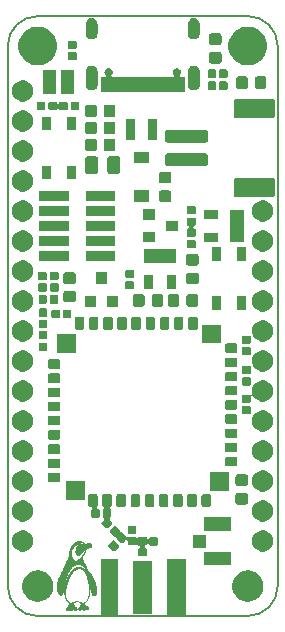
<source format=gts>
G04 #@! TF.GenerationSoftware,KiCad,Pcbnew,(5.1.5)-2*
G04 #@! TF.CreationDate,2019-12-17T00:31:01+01:00*
G04 #@! TF.ProjectId,Penguino-Feather-4260-v1,50656e67-7569-46e6-9f2d-466561746865,1.1*
G04 #@! TF.SameCoordinates,Original*
G04 #@! TF.FileFunction,Soldermask,Top*
G04 #@! TF.FilePolarity,Negative*
%FSLAX46Y46*%
G04 Gerber Fmt 4.6, Leading zero omitted, Abs format (unit mm)*
G04 Created by KiCad (PCBNEW (5.1.5)-2) date 2019-12-17 00:31:01*
%MOMM*%
%LPD*%
G04 APERTURE LIST*
%ADD10C,0.150000*%
%ADD11C,0.010000*%
%ADD12C,0.100000*%
G04 APERTURE END LIST*
D10*
X127000000Y-119380000D02*
G75*
G02X124460000Y-116840000I0J2540000D01*
G01*
X147320000Y-116840000D02*
G75*
G02X144780000Y-119380000I-2540000J0D01*
G01*
X144780000Y-68580000D02*
G75*
G02X147320000Y-71120000I0J-2540000D01*
G01*
X124460000Y-71120000D02*
G75*
G02X127000000Y-68580000I2540000J0D01*
G01*
X124460000Y-116840000D02*
X124460000Y-71120000D01*
X144780000Y-119380000D02*
X127000000Y-119380000D01*
X147320000Y-71120000D02*
X147320000Y-116840000D01*
X127000000Y-68580000D02*
X144780000Y-68580000D01*
D11*
G36*
X130519854Y-113044466D02*
G01*
X130541677Y-113044928D01*
X130560515Y-113046078D01*
X130578214Y-113048229D01*
X130596621Y-113051692D01*
X130617582Y-113056778D01*
X130642944Y-113063800D01*
X130674554Y-113073068D01*
X130689472Y-113077508D01*
X130740360Y-113094031D01*
X130785698Y-113111970D01*
X130827622Y-113132502D01*
X130868267Y-113156804D01*
X130909771Y-113186052D01*
X130954268Y-113221423D01*
X130961015Y-113227062D01*
X130976961Y-113239447D01*
X130992089Y-113249458D01*
X131003835Y-113255451D01*
X131006620Y-113256286D01*
X131027278Y-113258738D01*
X131050803Y-113258112D01*
X131078380Y-113254206D01*
X131111192Y-113246820D01*
X131150424Y-113235751D01*
X131177849Y-113227157D01*
X131220040Y-113214393D01*
X131256015Y-113205608D01*
X131287791Y-113200591D01*
X131317383Y-113199132D01*
X131346809Y-113201022D01*
X131378085Y-113206051D01*
X131378931Y-113206219D01*
X131422460Y-113218461D01*
X131459062Y-113236466D01*
X131489219Y-113260483D01*
X131494494Y-113266002D01*
X131515577Y-113294447D01*
X131528095Y-113324665D01*
X131532172Y-113357384D01*
X131527936Y-113393333D01*
X131520868Y-113418525D01*
X131508552Y-113450530D01*
X131494450Y-113476671D01*
X131477265Y-113498075D01*
X131455703Y-113515871D01*
X131428468Y-113531188D01*
X131394264Y-113545152D01*
X131363901Y-113555218D01*
X131322794Y-113568006D01*
X131289283Y-113578571D01*
X131262120Y-113587350D01*
X131240055Y-113594778D01*
X131221840Y-113601292D01*
X131206224Y-113607327D01*
X131191960Y-113613321D01*
X131177798Y-113619707D01*
X131173736Y-113621599D01*
X131133027Y-113643049D01*
X131099553Y-113666246D01*
X131071316Y-113692679D01*
X131058653Y-113707433D01*
X131047084Y-113721309D01*
X131037028Y-113732400D01*
X131030390Y-113738622D01*
X131029739Y-113739045D01*
X131025610Y-113746038D01*
X131022004Y-113761893D01*
X131019243Y-113783757D01*
X131011504Y-113839263D01*
X130999158Y-113892047D01*
X130981603Y-113943577D01*
X130958237Y-113995320D01*
X130928457Y-114048745D01*
X130891662Y-114105319D01*
X130881090Y-114120418D01*
X130853326Y-114159736D01*
X130830379Y-114192688D01*
X130811566Y-114220327D01*
X130796203Y-114243709D01*
X130783610Y-114263887D01*
X130773103Y-114281916D01*
X130763999Y-114298850D01*
X130758513Y-114309764D01*
X130738129Y-114351327D01*
X130742634Y-114430369D01*
X130744350Y-114457219D01*
X130746467Y-114481396D01*
X130749312Y-114503873D01*
X130753212Y-114525622D01*
X130758496Y-114547615D01*
X130765490Y-114570824D01*
X130774523Y-114596222D01*
X130785922Y-114624781D01*
X130800013Y-114657472D01*
X130817126Y-114695269D01*
X130837586Y-114739143D01*
X130861723Y-114790067D01*
X130868821Y-114804960D01*
X130926310Y-114922169D01*
X130989186Y-115044001D01*
X131057603Y-115170722D01*
X131131711Y-115302595D01*
X131211663Y-115439886D01*
X131297612Y-115582858D01*
X131389710Y-115731777D01*
X131488109Y-115886907D01*
X131520803Y-115937673D01*
X131565289Y-116006957D01*
X131604845Y-116069670D01*
X131639919Y-116126747D01*
X131670962Y-116179126D01*
X131698423Y-116227740D01*
X131722752Y-116273528D01*
X131744399Y-116317423D01*
X131763814Y-116360363D01*
X131781447Y-116403282D01*
X131797747Y-116447118D01*
X131813165Y-116492805D01*
X131828149Y-116541281D01*
X131843151Y-116593479D01*
X131852649Y-116628091D01*
X131874546Y-116712212D01*
X131892807Y-116789828D01*
X131907690Y-116862808D01*
X131919455Y-116933022D01*
X131928358Y-117002339D01*
X131934659Y-117072628D01*
X131938616Y-117145761D01*
X131940487Y-117223606D01*
X131940721Y-117265400D01*
X131940712Y-117306365D01*
X131940610Y-117339329D01*
X131940336Y-117365524D01*
X131939813Y-117386185D01*
X131938963Y-117402547D01*
X131937710Y-117415844D01*
X131935974Y-117427309D01*
X131933679Y-117438177D01*
X131930748Y-117449683D01*
X131928648Y-117457414D01*
X131912757Y-117505565D01*
X131893799Y-117545075D01*
X131871714Y-117576038D01*
X131846439Y-117598546D01*
X131830163Y-117607825D01*
X131800523Y-117616811D01*
X131767098Y-117618532D01*
X131731468Y-117613241D01*
X131695211Y-117601193D01*
X131659909Y-117582641D01*
X131655431Y-117579737D01*
X131634524Y-117563657D01*
X131616230Y-117544477D01*
X131600118Y-117521272D01*
X131585758Y-117493117D01*
X131572722Y-117459088D01*
X131560579Y-117418260D01*
X131548899Y-117369707D01*
X131541573Y-117334673D01*
X131533639Y-117297310D01*
X131525487Y-117264906D01*
X131516329Y-117235514D01*
X131505381Y-117207190D01*
X131491856Y-117177989D01*
X131474968Y-117145963D01*
X131453932Y-117109169D01*
X131443075Y-117090826D01*
X131427556Y-117064897D01*
X131413648Y-117041846D01*
X131402028Y-117022783D01*
X131393379Y-117008820D01*
X131388379Y-117001068D01*
X131387426Y-116999854D01*
X131386920Y-117004221D01*
X131386404Y-117016313D01*
X131385920Y-117034619D01*
X131385511Y-117057630D01*
X131385277Y-117077209D01*
X131381536Y-117190763D01*
X131372653Y-117304856D01*
X131358882Y-117417818D01*
X131340479Y-117527980D01*
X131317697Y-117633673D01*
X131290793Y-117733227D01*
X131279757Y-117768440D01*
X131247383Y-117858432D01*
X131211744Y-117939863D01*
X131172770Y-118012838D01*
X131130392Y-118077462D01*
X131084538Y-118133841D01*
X131035140Y-118182080D01*
X130982126Y-118222284D01*
X130974496Y-118227225D01*
X130940865Y-118248565D01*
X130943634Y-118295001D01*
X130945292Y-118317701D01*
X130947411Y-118339598D01*
X130949643Y-118357305D01*
X130950667Y-118363395D01*
X130956076Y-118382662D01*
X130965114Y-118401450D01*
X130978512Y-118420538D01*
X130996999Y-118440707D01*
X131021305Y-118462737D01*
X131052160Y-118487407D01*
X131090295Y-118515498D01*
X131098444Y-118521301D01*
X131139648Y-118551465D01*
X131173259Y-118578416D01*
X131199967Y-118603025D01*
X131220461Y-118626164D01*
X131235432Y-118648705D01*
X131245570Y-118671521D01*
X131251565Y-118695483D01*
X131253941Y-118717818D01*
X131253568Y-118743819D01*
X131248646Y-118763249D01*
X131238223Y-118778047D01*
X131221345Y-118790149D01*
X131217281Y-118792329D01*
X131205770Y-118797417D01*
X131193547Y-118800502D01*
X131177862Y-118802020D01*
X131155963Y-118802405D01*
X131153600Y-118802399D01*
X131128729Y-118801700D01*
X131099588Y-118799964D01*
X131071043Y-118797510D01*
X131060198Y-118796317D01*
X131027102Y-118793066D01*
X131000163Y-118792462D01*
X130976576Y-118794912D01*
X130953539Y-118800823D01*
X130928246Y-118810601D01*
X130912378Y-118817766D01*
X130885853Y-118829528D01*
X130864377Y-118836939D01*
X130845578Y-118839960D01*
X130827082Y-118838549D01*
X130806514Y-118832665D01*
X130781500Y-118822268D01*
X130766354Y-118815256D01*
X130744167Y-118804944D01*
X130728187Y-118798115D01*
X130716328Y-118794187D01*
X130706504Y-118792580D01*
X130696627Y-118792713D01*
X130688392Y-118793550D01*
X130673855Y-118796250D01*
X130653403Y-118801352D01*
X130629802Y-118808112D01*
X130606892Y-118815425D01*
X130582831Y-118823026D01*
X130559224Y-118829591D01*
X130538857Y-118834397D01*
X130525012Y-118836679D01*
X130492854Y-118835652D01*
X130464305Y-118826615D01*
X130440300Y-118809902D01*
X130435271Y-118804733D01*
X130426294Y-118794307D01*
X130421382Y-118785923D01*
X130419523Y-118776248D01*
X130419707Y-118761946D01*
X130420097Y-118754695D01*
X130422653Y-118734737D01*
X130428390Y-118713971D01*
X130437764Y-118691693D01*
X130451231Y-118667198D01*
X130469249Y-118639780D01*
X130492273Y-118608736D01*
X130520761Y-118573360D01*
X130555168Y-118532949D01*
X130587597Y-118496145D01*
X130614789Y-118465403D01*
X130636339Y-118440185D01*
X130652904Y-118419264D01*
X130665142Y-118401412D01*
X130673711Y-118385400D01*
X130679269Y-118370000D01*
X130682474Y-118353984D01*
X130683985Y-118336124D01*
X130684459Y-118315373D01*
X130684854Y-118264797D01*
X130651548Y-118251358D01*
X130636479Y-118244720D01*
X130615370Y-118234659D01*
X130590281Y-118222193D01*
X130563269Y-118208343D01*
X130540712Y-118196445D01*
X130496974Y-118173272D01*
X130460132Y-118154381D01*
X130429097Y-118139412D01*
X130402781Y-118128002D01*
X130380095Y-118119790D01*
X130359951Y-118114414D01*
X130341262Y-118111514D01*
X130322937Y-118110727D01*
X130303890Y-118111691D01*
X130290000Y-118113160D01*
X130263690Y-118116742D01*
X130239448Y-118121049D01*
X130215929Y-118126545D01*
X130191785Y-118133692D01*
X130165672Y-118142954D01*
X130136243Y-118154795D01*
X130102152Y-118169679D01*
X130062054Y-118188068D01*
X130033311Y-118201563D01*
X130006963Y-118213973D01*
X129982687Y-118225338D01*
X129962019Y-118234945D01*
X129946497Y-118242078D01*
X129937657Y-118246025D01*
X129937280Y-118246184D01*
X129923996Y-118251716D01*
X129926136Y-118288685D01*
X129927841Y-118308636D01*
X129930992Y-118324748D01*
X129936656Y-118340755D01*
X129945898Y-118360391D01*
X129947556Y-118363679D01*
X129969322Y-118399768D01*
X129999060Y-118438272D01*
X130036084Y-118478385D01*
X130079708Y-118519304D01*
X130081833Y-118521167D01*
X130111755Y-118548246D01*
X130142492Y-118577732D01*
X130173002Y-118608485D01*
X130202243Y-118639365D01*
X130229170Y-118669230D01*
X130252741Y-118696940D01*
X130271912Y-118721355D01*
X130285642Y-118741334D01*
X130289729Y-118748501D01*
X130300117Y-118775592D01*
X130301693Y-118799963D01*
X130294432Y-118821748D01*
X130278307Y-118841080D01*
X130270034Y-118847677D01*
X130256643Y-118856608D01*
X130243819Y-118862933D01*
X130230304Y-118866579D01*
X130214839Y-118867473D01*
X130196167Y-118865543D01*
X130173029Y-118860716D01*
X130144167Y-118852920D01*
X130108322Y-118842082D01*
X130093727Y-118837504D01*
X130056520Y-118826205D01*
X130026331Y-118818406D01*
X130001590Y-118814213D01*
X129980725Y-118813735D01*
X129962164Y-118817078D01*
X129944334Y-118824350D01*
X129925665Y-118835658D01*
X129905582Y-118850343D01*
X129876788Y-118870458D01*
X129850333Y-118884051D01*
X129823313Y-118892205D01*
X129792828Y-118896003D01*
X129782000Y-118896472D01*
X129762487Y-118896848D01*
X129746376Y-118896831D01*
X129735959Y-118896439D01*
X129733509Y-118896078D01*
X129727303Y-118894436D01*
X129714198Y-118891293D01*
X129696310Y-118887152D01*
X129681721Y-118883846D01*
X129634551Y-118873249D01*
X129596285Y-118882125D01*
X129566766Y-118887424D01*
X129533298Y-118890288D01*
X129500291Y-118891000D01*
X129469948Y-118890418D01*
X129447172Y-118888236D01*
X129430339Y-118883795D01*
X129417829Y-118876439D01*
X129408018Y-118865512D01*
X129399285Y-118850355D01*
X129399121Y-118850026D01*
X129392890Y-118836292D01*
X129390352Y-118825383D01*
X129390962Y-118812940D01*
X129392985Y-118800902D01*
X129402898Y-118764054D01*
X129419622Y-118723976D01*
X129443356Y-118680345D01*
X129474294Y-118632838D01*
X129512634Y-118581134D01*
X129558572Y-118524908D01*
X129567374Y-118514618D01*
X129599030Y-118477127D01*
X129624702Y-118445066D01*
X129645090Y-118417485D01*
X129660889Y-118393434D01*
X129672798Y-118371964D01*
X129674115Y-118369276D01*
X129681843Y-118352301D01*
X129686485Y-118338490D01*
X129688810Y-118324216D01*
X129689587Y-118305857D01*
X129689636Y-118296107D01*
X129689484Y-118276488D01*
X129688726Y-118264198D01*
X129686907Y-118257329D01*
X129683573Y-118253974D01*
X129679245Y-118252470D01*
X129665794Y-118247488D01*
X129647169Y-118238588D01*
X129625796Y-118227100D01*
X129604100Y-118214356D01*
X129584506Y-118201688D01*
X129577018Y-118196364D01*
X129524485Y-118152060D01*
X129477422Y-118100783D01*
X129435696Y-118042339D01*
X129399176Y-117976533D01*
X129367732Y-117903169D01*
X129355218Y-117867686D01*
X129344541Y-117833048D01*
X129334091Y-117794714D01*
X129324243Y-117754477D01*
X129315369Y-117714134D01*
X129307844Y-117675479D01*
X129302040Y-117640308D01*
X129298332Y-117610416D01*
X129297091Y-117588399D01*
X129294188Y-117577375D01*
X129285921Y-117560663D01*
X129272952Y-117539575D01*
X129271002Y-117536650D01*
X129247524Y-117497973D01*
X129233167Y-117468600D01*
X129313650Y-117468600D01*
X129313820Y-117515287D01*
X129314505Y-117554672D01*
X129315893Y-117588680D01*
X129318171Y-117619241D01*
X129321530Y-117648281D01*
X129326157Y-117677729D01*
X129332241Y-117709511D01*
X129339971Y-117745555D01*
X129341344Y-117751718D01*
X129363250Y-117834895D01*
X129390212Y-117911500D01*
X129422059Y-117981276D01*
X129458620Y-118043960D01*
X129499723Y-118099295D01*
X129545198Y-118147019D01*
X129594873Y-118186873D01*
X129648576Y-118218597D01*
X129649283Y-118218946D01*
X129693453Y-118236823D01*
X129739934Y-118247646D01*
X129790874Y-118251884D01*
X129800758Y-118251984D01*
X129825895Y-118251404D01*
X129849357Y-118249390D01*
X129872464Y-118245532D01*
X129896537Y-118239422D01*
X129922895Y-118230648D01*
X129952860Y-118218801D01*
X129987753Y-118203471D01*
X130028893Y-118184249D01*
X130047038Y-118175550D01*
X130091032Y-118154756D01*
X130128653Y-118138020D01*
X130161537Y-118124801D01*
X130191321Y-118114560D01*
X130219642Y-118106756D01*
X130248137Y-118100850D01*
X130278443Y-118096302D01*
X130292383Y-118094636D01*
X130314136Y-118092818D01*
X130334544Y-118092728D01*
X130354714Y-118094737D01*
X130375750Y-118099214D01*
X130398758Y-118106528D01*
X130424844Y-118117049D01*
X130455113Y-118131147D01*
X130490670Y-118149191D01*
X130532622Y-118171550D01*
X130548860Y-118180377D01*
X130598579Y-118206466D01*
X130642354Y-118227155D01*
X130681344Y-118242946D01*
X130716711Y-118254341D01*
X130724109Y-118256305D01*
X130762411Y-118262684D01*
X130803865Y-118263799D01*
X130844859Y-118259789D01*
X130881785Y-118250793D01*
X130883525Y-118250192D01*
X130936245Y-118227802D01*
X130985166Y-118198797D01*
X131030912Y-118162633D01*
X131074105Y-118118768D01*
X131115370Y-118066656D01*
X131145477Y-118021758D01*
X131185769Y-117950630D01*
X131222384Y-117871573D01*
X131255187Y-117785183D01*
X131284046Y-117692060D01*
X131308826Y-117592802D01*
X131329393Y-117488009D01*
X131345615Y-117378278D01*
X131357357Y-117264210D01*
X131364487Y-117146402D01*
X131366867Y-117029873D01*
X131367011Y-116905182D01*
X131345457Y-116787418D01*
X131319444Y-116651343D01*
X131292781Y-116524019D01*
X131265332Y-116404977D01*
X131236959Y-116293746D01*
X131207527Y-116189856D01*
X131176899Y-116092837D01*
X131144938Y-116002218D01*
X131111506Y-115917530D01*
X131076468Y-115838301D01*
X131058724Y-115801436D01*
X131013150Y-115715647D01*
X130965699Y-115638781D01*
X130916217Y-115570685D01*
X130864548Y-115511210D01*
X130810538Y-115460201D01*
X130754033Y-115417509D01*
X130694878Y-115382982D01*
X130632920Y-115356467D01*
X130592491Y-115343840D01*
X130572323Y-115338710D01*
X130554602Y-115335166D01*
X130536670Y-115332912D01*
X130515870Y-115331651D01*
X130489545Y-115331089D01*
X130477036Y-115330994D01*
X130446496Y-115331107D01*
X130422644Y-115331958D01*
X130402945Y-115333774D01*
X130384866Y-115336779D01*
X130367967Y-115340665D01*
X130306521Y-115360229D01*
X130245539Y-115387904D01*
X130184716Y-115423895D01*
X130123745Y-115468409D01*
X130062318Y-115521650D01*
X130000130Y-115583824D01*
X129991026Y-115593599D01*
X129926521Y-115668586D01*
X129863474Y-115752008D01*
X129802206Y-115843134D01*
X129743039Y-115941232D01*
X129686294Y-116045570D01*
X129632293Y-116155417D01*
X129581356Y-116270042D01*
X129533805Y-116388714D01*
X129489961Y-116510701D01*
X129450145Y-116635271D01*
X129414680Y-116761693D01*
X129383885Y-116889237D01*
X129358083Y-117017170D01*
X129352980Y-117046036D01*
X129342114Y-117111397D01*
X129333315Y-117169772D01*
X129326400Y-117223133D01*
X129321187Y-117273454D01*
X129317490Y-117322706D01*
X129315127Y-117372861D01*
X129313915Y-117425892D01*
X129313650Y-117468600D01*
X129233167Y-117468600D01*
X129226848Y-117455673D01*
X129208866Y-117409173D01*
X129193471Y-117357893D01*
X129180555Y-117301255D01*
X129170012Y-117238679D01*
X129161735Y-117169587D01*
X129155615Y-117093400D01*
X129151545Y-117009539D01*
X129149420Y-116917425D01*
X129149092Y-116878627D01*
X129148813Y-116850012D01*
X129148293Y-116824814D01*
X129147583Y-116804388D01*
X129146734Y-116790089D01*
X129146124Y-116785660D01*
X129279368Y-116785660D01*
X129279904Y-116791776D01*
X129280146Y-116792036D01*
X129282059Y-116787870D01*
X129285215Y-116776807D01*
X129289017Y-116761001D01*
X129290067Y-116756245D01*
X129322684Y-116618526D01*
X129359875Y-116484787D01*
X129401423Y-116355417D01*
X129447109Y-116230806D01*
X129496716Y-116111341D01*
X129550026Y-115997412D01*
X129606820Y-115889408D01*
X129666881Y-115787717D01*
X129729991Y-115692728D01*
X129795931Y-115604831D01*
X129864484Y-115524413D01*
X129935432Y-115451865D01*
X130008557Y-115387574D01*
X130083640Y-115331929D01*
X130091418Y-115326743D01*
X130158877Y-115285901D01*
X130224711Y-115253660D01*
X130289764Y-115229722D01*
X130354885Y-115213789D01*
X130420918Y-115205561D01*
X130437782Y-115204669D01*
X130467120Y-115204075D01*
X130495331Y-115204490D01*
X130519456Y-115205830D01*
X130532808Y-115207347D01*
X130600983Y-115222625D01*
X130667941Y-115246803D01*
X130733358Y-115279591D01*
X130796910Y-115320696D01*
X130858272Y-115369826D01*
X130917120Y-115426690D01*
X130973129Y-115490995D01*
X131025975Y-115562450D01*
X131075334Y-115640762D01*
X131120881Y-115725640D01*
X131130305Y-115745055D01*
X131141880Y-115769660D01*
X131152708Y-115793252D01*
X131161832Y-115813707D01*
X131168298Y-115828903D01*
X131170043Y-115833346D01*
X131175612Y-115847081D01*
X131178786Y-115852155D01*
X131179593Y-115848821D01*
X131178060Y-115837332D01*
X131174215Y-115817939D01*
X131168086Y-115790895D01*
X131163079Y-115770100D01*
X131133288Y-115660417D01*
X131099536Y-115558073D01*
X131061922Y-115463191D01*
X131020546Y-115375897D01*
X130975508Y-115296313D01*
X130926907Y-115224564D01*
X130874844Y-115160774D01*
X130819418Y-115105068D01*
X130760728Y-115057569D01*
X130698875Y-115018402D01*
X130633958Y-114987691D01*
X130566077Y-114965559D01*
X130507142Y-114953734D01*
X130477012Y-114950938D01*
X130440962Y-114950105D01*
X130402067Y-114951102D01*
X130363402Y-114953796D01*
X130328042Y-114958053D01*
X130303854Y-114962573D01*
X130226478Y-114985063D01*
X130149845Y-115016533D01*
X130074280Y-115056734D01*
X130000108Y-115105419D01*
X129927652Y-115162341D01*
X129857238Y-115227250D01*
X129789189Y-115299901D01*
X129723830Y-115380044D01*
X129682037Y-115437335D01*
X129617561Y-115536955D01*
X129557990Y-115643815D01*
X129503557Y-115757187D01*
X129454493Y-115876341D01*
X129411032Y-116000550D01*
X129373408Y-116129085D01*
X129341852Y-116261219D01*
X129316599Y-116396222D01*
X129297880Y-116533366D01*
X129285930Y-116671923D01*
X129285649Y-116676582D01*
X129284126Y-116701429D01*
X129282418Y-116728057D01*
X129280842Y-116751560D01*
X129280514Y-116756245D01*
X129279579Y-116773080D01*
X129279368Y-116785660D01*
X129146124Y-116785660D01*
X129145795Y-116783274D01*
X129145510Y-116782891D01*
X129142881Y-116786994D01*
X129137463Y-116798348D01*
X129129849Y-116815608D01*
X129120632Y-116837429D01*
X129110625Y-116861924D01*
X129078869Y-116940866D01*
X129084722Y-117098515D01*
X129087058Y-117169288D01*
X129088467Y-117231309D01*
X129088938Y-117285019D01*
X129088460Y-117330857D01*
X129087021Y-117369262D01*
X129084611Y-117400675D01*
X129081218Y-117425534D01*
X129076831Y-117444279D01*
X129075847Y-117447294D01*
X129058094Y-117486699D01*
X129034491Y-117520134D01*
X129005821Y-117546932D01*
X128972865Y-117566430D01*
X128936407Y-117577962D01*
X128919284Y-117580356D01*
X128887244Y-117578628D01*
X128856019Y-117567950D01*
X128825849Y-117548588D01*
X128796972Y-117520811D01*
X128769627Y-117484885D01*
X128744053Y-117441078D01*
X128720489Y-117389658D01*
X128700696Y-117335569D01*
X128682716Y-117276485D01*
X128668009Y-117218098D01*
X128656396Y-117158971D01*
X128647703Y-117097665D01*
X128641752Y-117032744D01*
X128638368Y-116962769D01*
X128637376Y-116886303D01*
X128638083Y-116824364D01*
X128639541Y-116768918D01*
X128641658Y-116720412D01*
X128644656Y-116676557D01*
X128648756Y-116635066D01*
X128654179Y-116593652D01*
X128661148Y-116550027D01*
X128668730Y-116508018D01*
X128678062Y-116461038D01*
X128688120Y-116416255D01*
X128699243Y-116372829D01*
X128711770Y-116329923D01*
X128726041Y-116286698D01*
X128742397Y-116242316D01*
X128761177Y-116195939D01*
X128782720Y-116146728D01*
X128807367Y-116093846D01*
X128835458Y-116036453D01*
X128867331Y-115973711D01*
X128903328Y-115904783D01*
X128943788Y-115828830D01*
X128944858Y-115826836D01*
X128964733Y-115789692D01*
X128982959Y-115755285D01*
X128999915Y-115722803D01*
X129015979Y-115691434D01*
X129031527Y-115660365D01*
X129046939Y-115628785D01*
X129062590Y-115595882D01*
X129078860Y-115560844D01*
X129096126Y-115522859D01*
X129114765Y-115481114D01*
X129135155Y-115434797D01*
X129157674Y-115383098D01*
X129182700Y-115325202D01*
X129210611Y-115260299D01*
X129236992Y-115198764D01*
X129259106Y-115147364D01*
X129282171Y-115094176D01*
X129305577Y-115040579D01*
X129328713Y-114987956D01*
X129350969Y-114937689D01*
X129371734Y-114891160D01*
X129390398Y-114849750D01*
X129406349Y-114814843D01*
X129412491Y-114801600D01*
X129436433Y-114749827D01*
X129460611Y-114696690D01*
X129484486Y-114643424D01*
X129507521Y-114591264D01*
X129529178Y-114541445D01*
X129548920Y-114495202D01*
X129566209Y-114453770D01*
X129580508Y-114418385D01*
X129589916Y-114393965D01*
X129600206Y-114364766D01*
X129608851Y-114336309D01*
X129616277Y-114306671D01*
X129622905Y-114273932D01*
X129629162Y-114236172D01*
X129635472Y-114191471D01*
X129636686Y-114182229D01*
X129655744Y-114056308D01*
X129659127Y-114039121D01*
X129832361Y-114039121D01*
X129832636Y-114080220D01*
X129833818Y-114120436D01*
X129835881Y-114157253D01*
X129838801Y-114188156D01*
X129839728Y-114195120D01*
X129854298Y-114275125D01*
X129874134Y-114350307D01*
X129898951Y-114420141D01*
X129928464Y-114484098D01*
X129962388Y-114541652D01*
X130000436Y-114592276D01*
X130042324Y-114635442D01*
X130087765Y-114670624D01*
X130102169Y-114679614D01*
X130141508Y-114699343D01*
X130178607Y-114710449D01*
X130214315Y-114713014D01*
X130249481Y-114707119D01*
X130277480Y-114696515D01*
X130300233Y-114685053D01*
X130323119Y-114671713D01*
X130347062Y-114655788D01*
X130372982Y-114636569D01*
X130401802Y-114613348D01*
X130434444Y-114585417D01*
X130471830Y-114552067D01*
X130504745Y-114521960D01*
X130544102Y-114485873D01*
X130577564Y-114455705D01*
X130605824Y-114430903D01*
X130629577Y-114410915D01*
X130649518Y-114395186D01*
X130666341Y-114383165D01*
X130680740Y-114374299D01*
X130693410Y-114368035D01*
X130702317Y-114364672D01*
X130709928Y-114360567D01*
X130716853Y-114352522D01*
X130724413Y-114338701D01*
X130730237Y-114325879D01*
X130739607Y-114305328D01*
X130749713Y-114285343D01*
X130761365Y-114264602D01*
X130775374Y-114241783D01*
X130792553Y-114215563D01*
X130813711Y-114184621D01*
X130839313Y-114148127D01*
X130861856Y-114116193D01*
X130879852Y-114090475D01*
X130894126Y-114069676D01*
X130905506Y-114052500D01*
X130914817Y-114037650D01*
X130922886Y-114023829D01*
X130930538Y-114009740D01*
X130938601Y-113994088D01*
X130942852Y-113985655D01*
X130963323Y-113940258D01*
X130979283Y-113893885D01*
X130991376Y-113844178D01*
X131000246Y-113788779D01*
X131002882Y-113765973D01*
X131003165Y-113758097D01*
X131000918Y-113754453D01*
X130994642Y-113755068D01*
X130982843Y-113759966D01*
X130969263Y-113766570D01*
X130951507Y-113775557D01*
X130935556Y-113784202D01*
X130920679Y-113793165D01*
X130906141Y-113803104D01*
X130891213Y-113814680D01*
X130875160Y-113828552D01*
X130857250Y-113845379D01*
X130836752Y-113865822D01*
X130812932Y-113890540D01*
X130785059Y-113920193D01*
X130752400Y-113955440D01*
X130717724Y-113993128D01*
X130689172Y-114023989D01*
X130661025Y-114053987D01*
X130634249Y-114082125D01*
X130609809Y-114107405D01*
X130588671Y-114128827D01*
X130571798Y-114145395D01*
X130560163Y-114156103D01*
X130521991Y-114185200D01*
X130484340Y-114206889D01*
X130447926Y-114220913D01*
X130413468Y-114227018D01*
X130381684Y-114224946D01*
X130373127Y-114222796D01*
X130350716Y-114213260D01*
X130325795Y-114198019D01*
X130301008Y-114179034D01*
X130279000Y-114158264D01*
X130266935Y-114144075D01*
X130241498Y-114103072D01*
X130221941Y-114055879D01*
X130208251Y-114003421D01*
X130200414Y-113946618D01*
X130198415Y-113886393D01*
X130202242Y-113823668D01*
X130211879Y-113759366D01*
X130227313Y-113694408D01*
X130248530Y-113629717D01*
X130275516Y-113566214D01*
X130275682Y-113565866D01*
X130312779Y-113498247D01*
X130356468Y-113437025D01*
X130388379Y-113402201D01*
X130600179Y-113402201D01*
X130602832Y-113424361D01*
X130611029Y-113442360D01*
X130623821Y-113455128D01*
X130640261Y-113461595D01*
X130659398Y-113460690D01*
X130673460Y-113455322D01*
X130688701Y-113442594D01*
X130697874Y-113424359D01*
X130700603Y-113402385D01*
X130696514Y-113378438D01*
X130692180Y-113367112D01*
X130679645Y-113347595D01*
X130664478Y-113336191D01*
X130648146Y-113332736D01*
X130632117Y-113337067D01*
X130617859Y-113349018D01*
X130606839Y-113368428D01*
X130604019Y-113376951D01*
X130600179Y-113402201D01*
X130388379Y-113402201D01*
X130406980Y-113381903D01*
X130442400Y-113350183D01*
X130482133Y-113319129D01*
X130518621Y-113294900D01*
X130553515Y-113276489D01*
X130581842Y-113265116D01*
X130592053Y-113261550D01*
X130600615Y-113258812D01*
X130608811Y-113256874D01*
X130617928Y-113255711D01*
X130629247Y-113255297D01*
X130644054Y-113255605D01*
X130663633Y-113256608D01*
X130689268Y-113258281D01*
X130722244Y-113260597D01*
X130740272Y-113261874D01*
X130770761Y-113262955D01*
X130794483Y-113260904D01*
X130813556Y-113255112D01*
X130830100Y-113244972D01*
X130844182Y-113232038D01*
X130856346Y-113218461D01*
X130866620Y-113205370D01*
X130871725Y-113197443D01*
X130875793Y-113187927D01*
X130874119Y-113181822D01*
X130867106Y-113175681D01*
X130849886Y-113164312D01*
X130826082Y-113151220D01*
X130797931Y-113137420D01*
X130767671Y-113123929D01*
X130737540Y-113111765D01*
X130709772Y-113101942D01*
X130695424Y-113097663D01*
X130673667Y-113091772D01*
X130651551Y-113111256D01*
X130620992Y-113135429D01*
X130582905Y-113161057D01*
X130538725Y-113187364D01*
X130489885Y-113213571D01*
X130437819Y-113238901D01*
X130383963Y-113262577D01*
X130340800Y-113279712D01*
X130313181Y-113290418D01*
X130285286Y-113301731D01*
X130259720Y-113312561D01*
X130239091Y-113321819D01*
X130232272Y-113325102D01*
X130164494Y-113363886D01*
X130102352Y-113409837D01*
X130046036Y-113462659D01*
X129995737Y-113522059D01*
X129951645Y-113587741D01*
X129913951Y-113659413D01*
X129882845Y-113736779D01*
X129858517Y-113819545D01*
X129841158Y-113907417D01*
X129837217Y-113935691D01*
X129834627Y-113964341D01*
X129833017Y-113999656D01*
X129832361Y-114039121D01*
X129659127Y-114039121D01*
X129679247Y-113936930D01*
X129707106Y-113824351D01*
X129739233Y-113718825D01*
X129775539Y-113620605D01*
X129815935Y-113529947D01*
X129860332Y-113447104D01*
X129908643Y-113372332D01*
X129928361Y-113345627D01*
X129975970Y-113289633D01*
X130029862Y-113237033D01*
X130088583Y-113188881D01*
X130150676Y-113146232D01*
X130214687Y-113110139D01*
X130279161Y-113081657D01*
X130305428Y-113072413D01*
X130341068Y-113061590D01*
X130372958Y-113053822D01*
X130404029Y-113048673D01*
X130437209Y-113045705D01*
X130475427Y-113044481D01*
X130493200Y-113044382D01*
X130519854Y-113044466D01*
G37*
X130519854Y-113044466D02*
X130541677Y-113044928D01*
X130560515Y-113046078D01*
X130578214Y-113048229D01*
X130596621Y-113051692D01*
X130617582Y-113056778D01*
X130642944Y-113063800D01*
X130674554Y-113073068D01*
X130689472Y-113077508D01*
X130740360Y-113094031D01*
X130785698Y-113111970D01*
X130827622Y-113132502D01*
X130868267Y-113156804D01*
X130909771Y-113186052D01*
X130954268Y-113221423D01*
X130961015Y-113227062D01*
X130976961Y-113239447D01*
X130992089Y-113249458D01*
X131003835Y-113255451D01*
X131006620Y-113256286D01*
X131027278Y-113258738D01*
X131050803Y-113258112D01*
X131078380Y-113254206D01*
X131111192Y-113246820D01*
X131150424Y-113235751D01*
X131177849Y-113227157D01*
X131220040Y-113214393D01*
X131256015Y-113205608D01*
X131287791Y-113200591D01*
X131317383Y-113199132D01*
X131346809Y-113201022D01*
X131378085Y-113206051D01*
X131378931Y-113206219D01*
X131422460Y-113218461D01*
X131459062Y-113236466D01*
X131489219Y-113260483D01*
X131494494Y-113266002D01*
X131515577Y-113294447D01*
X131528095Y-113324665D01*
X131532172Y-113357384D01*
X131527936Y-113393333D01*
X131520868Y-113418525D01*
X131508552Y-113450530D01*
X131494450Y-113476671D01*
X131477265Y-113498075D01*
X131455703Y-113515871D01*
X131428468Y-113531188D01*
X131394264Y-113545152D01*
X131363901Y-113555218D01*
X131322794Y-113568006D01*
X131289283Y-113578571D01*
X131262120Y-113587350D01*
X131240055Y-113594778D01*
X131221840Y-113601292D01*
X131206224Y-113607327D01*
X131191960Y-113613321D01*
X131177798Y-113619707D01*
X131173736Y-113621599D01*
X131133027Y-113643049D01*
X131099553Y-113666246D01*
X131071316Y-113692679D01*
X131058653Y-113707433D01*
X131047084Y-113721309D01*
X131037028Y-113732400D01*
X131030390Y-113738622D01*
X131029739Y-113739045D01*
X131025610Y-113746038D01*
X131022004Y-113761893D01*
X131019243Y-113783757D01*
X131011504Y-113839263D01*
X130999158Y-113892047D01*
X130981603Y-113943577D01*
X130958237Y-113995320D01*
X130928457Y-114048745D01*
X130891662Y-114105319D01*
X130881090Y-114120418D01*
X130853326Y-114159736D01*
X130830379Y-114192688D01*
X130811566Y-114220327D01*
X130796203Y-114243709D01*
X130783610Y-114263887D01*
X130773103Y-114281916D01*
X130763999Y-114298850D01*
X130758513Y-114309764D01*
X130738129Y-114351327D01*
X130742634Y-114430369D01*
X130744350Y-114457219D01*
X130746467Y-114481396D01*
X130749312Y-114503873D01*
X130753212Y-114525622D01*
X130758496Y-114547615D01*
X130765490Y-114570824D01*
X130774523Y-114596222D01*
X130785922Y-114624781D01*
X130800013Y-114657472D01*
X130817126Y-114695269D01*
X130837586Y-114739143D01*
X130861723Y-114790067D01*
X130868821Y-114804960D01*
X130926310Y-114922169D01*
X130989186Y-115044001D01*
X131057603Y-115170722D01*
X131131711Y-115302595D01*
X131211663Y-115439886D01*
X131297612Y-115582858D01*
X131389710Y-115731777D01*
X131488109Y-115886907D01*
X131520803Y-115937673D01*
X131565289Y-116006957D01*
X131604845Y-116069670D01*
X131639919Y-116126747D01*
X131670962Y-116179126D01*
X131698423Y-116227740D01*
X131722752Y-116273528D01*
X131744399Y-116317423D01*
X131763814Y-116360363D01*
X131781447Y-116403282D01*
X131797747Y-116447118D01*
X131813165Y-116492805D01*
X131828149Y-116541281D01*
X131843151Y-116593479D01*
X131852649Y-116628091D01*
X131874546Y-116712212D01*
X131892807Y-116789828D01*
X131907690Y-116862808D01*
X131919455Y-116933022D01*
X131928358Y-117002339D01*
X131934659Y-117072628D01*
X131938616Y-117145761D01*
X131940487Y-117223606D01*
X131940721Y-117265400D01*
X131940712Y-117306365D01*
X131940610Y-117339329D01*
X131940336Y-117365524D01*
X131939813Y-117386185D01*
X131938963Y-117402547D01*
X131937710Y-117415844D01*
X131935974Y-117427309D01*
X131933679Y-117438177D01*
X131930748Y-117449683D01*
X131928648Y-117457414D01*
X131912757Y-117505565D01*
X131893799Y-117545075D01*
X131871714Y-117576038D01*
X131846439Y-117598546D01*
X131830163Y-117607825D01*
X131800523Y-117616811D01*
X131767098Y-117618532D01*
X131731468Y-117613241D01*
X131695211Y-117601193D01*
X131659909Y-117582641D01*
X131655431Y-117579737D01*
X131634524Y-117563657D01*
X131616230Y-117544477D01*
X131600118Y-117521272D01*
X131585758Y-117493117D01*
X131572722Y-117459088D01*
X131560579Y-117418260D01*
X131548899Y-117369707D01*
X131541573Y-117334673D01*
X131533639Y-117297310D01*
X131525487Y-117264906D01*
X131516329Y-117235514D01*
X131505381Y-117207190D01*
X131491856Y-117177989D01*
X131474968Y-117145963D01*
X131453932Y-117109169D01*
X131443075Y-117090826D01*
X131427556Y-117064897D01*
X131413648Y-117041846D01*
X131402028Y-117022783D01*
X131393379Y-117008820D01*
X131388379Y-117001068D01*
X131387426Y-116999854D01*
X131386920Y-117004221D01*
X131386404Y-117016313D01*
X131385920Y-117034619D01*
X131385511Y-117057630D01*
X131385277Y-117077209D01*
X131381536Y-117190763D01*
X131372653Y-117304856D01*
X131358882Y-117417818D01*
X131340479Y-117527980D01*
X131317697Y-117633673D01*
X131290793Y-117733227D01*
X131279757Y-117768440D01*
X131247383Y-117858432D01*
X131211744Y-117939863D01*
X131172770Y-118012838D01*
X131130392Y-118077462D01*
X131084538Y-118133841D01*
X131035140Y-118182080D01*
X130982126Y-118222284D01*
X130974496Y-118227225D01*
X130940865Y-118248565D01*
X130943634Y-118295001D01*
X130945292Y-118317701D01*
X130947411Y-118339598D01*
X130949643Y-118357305D01*
X130950667Y-118363395D01*
X130956076Y-118382662D01*
X130965114Y-118401450D01*
X130978512Y-118420538D01*
X130996999Y-118440707D01*
X131021305Y-118462737D01*
X131052160Y-118487407D01*
X131090295Y-118515498D01*
X131098444Y-118521301D01*
X131139648Y-118551465D01*
X131173259Y-118578416D01*
X131199967Y-118603025D01*
X131220461Y-118626164D01*
X131235432Y-118648705D01*
X131245570Y-118671521D01*
X131251565Y-118695483D01*
X131253941Y-118717818D01*
X131253568Y-118743819D01*
X131248646Y-118763249D01*
X131238223Y-118778047D01*
X131221345Y-118790149D01*
X131217281Y-118792329D01*
X131205770Y-118797417D01*
X131193547Y-118800502D01*
X131177862Y-118802020D01*
X131155963Y-118802405D01*
X131153600Y-118802399D01*
X131128729Y-118801700D01*
X131099588Y-118799964D01*
X131071043Y-118797510D01*
X131060198Y-118796317D01*
X131027102Y-118793066D01*
X131000163Y-118792462D01*
X130976576Y-118794912D01*
X130953539Y-118800823D01*
X130928246Y-118810601D01*
X130912378Y-118817766D01*
X130885853Y-118829528D01*
X130864377Y-118836939D01*
X130845578Y-118839960D01*
X130827082Y-118838549D01*
X130806514Y-118832665D01*
X130781500Y-118822268D01*
X130766354Y-118815256D01*
X130744167Y-118804944D01*
X130728187Y-118798115D01*
X130716328Y-118794187D01*
X130706504Y-118792580D01*
X130696627Y-118792713D01*
X130688392Y-118793550D01*
X130673855Y-118796250D01*
X130653403Y-118801352D01*
X130629802Y-118808112D01*
X130606892Y-118815425D01*
X130582831Y-118823026D01*
X130559224Y-118829591D01*
X130538857Y-118834397D01*
X130525012Y-118836679D01*
X130492854Y-118835652D01*
X130464305Y-118826615D01*
X130440300Y-118809902D01*
X130435271Y-118804733D01*
X130426294Y-118794307D01*
X130421382Y-118785923D01*
X130419523Y-118776248D01*
X130419707Y-118761946D01*
X130420097Y-118754695D01*
X130422653Y-118734737D01*
X130428390Y-118713971D01*
X130437764Y-118691693D01*
X130451231Y-118667198D01*
X130469249Y-118639780D01*
X130492273Y-118608736D01*
X130520761Y-118573360D01*
X130555168Y-118532949D01*
X130587597Y-118496145D01*
X130614789Y-118465403D01*
X130636339Y-118440185D01*
X130652904Y-118419264D01*
X130665142Y-118401412D01*
X130673711Y-118385400D01*
X130679269Y-118370000D01*
X130682474Y-118353984D01*
X130683985Y-118336124D01*
X130684459Y-118315373D01*
X130684854Y-118264797D01*
X130651548Y-118251358D01*
X130636479Y-118244720D01*
X130615370Y-118234659D01*
X130590281Y-118222193D01*
X130563269Y-118208343D01*
X130540712Y-118196445D01*
X130496974Y-118173272D01*
X130460132Y-118154381D01*
X130429097Y-118139412D01*
X130402781Y-118128002D01*
X130380095Y-118119790D01*
X130359951Y-118114414D01*
X130341262Y-118111514D01*
X130322937Y-118110727D01*
X130303890Y-118111691D01*
X130290000Y-118113160D01*
X130263690Y-118116742D01*
X130239448Y-118121049D01*
X130215929Y-118126545D01*
X130191785Y-118133692D01*
X130165672Y-118142954D01*
X130136243Y-118154795D01*
X130102152Y-118169679D01*
X130062054Y-118188068D01*
X130033311Y-118201563D01*
X130006963Y-118213973D01*
X129982687Y-118225338D01*
X129962019Y-118234945D01*
X129946497Y-118242078D01*
X129937657Y-118246025D01*
X129937280Y-118246184D01*
X129923996Y-118251716D01*
X129926136Y-118288685D01*
X129927841Y-118308636D01*
X129930992Y-118324748D01*
X129936656Y-118340755D01*
X129945898Y-118360391D01*
X129947556Y-118363679D01*
X129969322Y-118399768D01*
X129999060Y-118438272D01*
X130036084Y-118478385D01*
X130079708Y-118519304D01*
X130081833Y-118521167D01*
X130111755Y-118548246D01*
X130142492Y-118577732D01*
X130173002Y-118608485D01*
X130202243Y-118639365D01*
X130229170Y-118669230D01*
X130252741Y-118696940D01*
X130271912Y-118721355D01*
X130285642Y-118741334D01*
X130289729Y-118748501D01*
X130300117Y-118775592D01*
X130301693Y-118799963D01*
X130294432Y-118821748D01*
X130278307Y-118841080D01*
X130270034Y-118847677D01*
X130256643Y-118856608D01*
X130243819Y-118862933D01*
X130230304Y-118866579D01*
X130214839Y-118867473D01*
X130196167Y-118865543D01*
X130173029Y-118860716D01*
X130144167Y-118852920D01*
X130108322Y-118842082D01*
X130093727Y-118837504D01*
X130056520Y-118826205D01*
X130026331Y-118818406D01*
X130001590Y-118814213D01*
X129980725Y-118813735D01*
X129962164Y-118817078D01*
X129944334Y-118824350D01*
X129925665Y-118835658D01*
X129905582Y-118850343D01*
X129876788Y-118870458D01*
X129850333Y-118884051D01*
X129823313Y-118892205D01*
X129792828Y-118896003D01*
X129782000Y-118896472D01*
X129762487Y-118896848D01*
X129746376Y-118896831D01*
X129735959Y-118896439D01*
X129733509Y-118896078D01*
X129727303Y-118894436D01*
X129714198Y-118891293D01*
X129696310Y-118887152D01*
X129681721Y-118883846D01*
X129634551Y-118873249D01*
X129596285Y-118882125D01*
X129566766Y-118887424D01*
X129533298Y-118890288D01*
X129500291Y-118891000D01*
X129469948Y-118890418D01*
X129447172Y-118888236D01*
X129430339Y-118883795D01*
X129417829Y-118876439D01*
X129408018Y-118865512D01*
X129399285Y-118850355D01*
X129399121Y-118850026D01*
X129392890Y-118836292D01*
X129390352Y-118825383D01*
X129390962Y-118812940D01*
X129392985Y-118800902D01*
X129402898Y-118764054D01*
X129419622Y-118723976D01*
X129443356Y-118680345D01*
X129474294Y-118632838D01*
X129512634Y-118581134D01*
X129558572Y-118524908D01*
X129567374Y-118514618D01*
X129599030Y-118477127D01*
X129624702Y-118445066D01*
X129645090Y-118417485D01*
X129660889Y-118393434D01*
X129672798Y-118371964D01*
X129674115Y-118369276D01*
X129681843Y-118352301D01*
X129686485Y-118338490D01*
X129688810Y-118324216D01*
X129689587Y-118305857D01*
X129689636Y-118296107D01*
X129689484Y-118276488D01*
X129688726Y-118264198D01*
X129686907Y-118257329D01*
X129683573Y-118253974D01*
X129679245Y-118252470D01*
X129665794Y-118247488D01*
X129647169Y-118238588D01*
X129625796Y-118227100D01*
X129604100Y-118214356D01*
X129584506Y-118201688D01*
X129577018Y-118196364D01*
X129524485Y-118152060D01*
X129477422Y-118100783D01*
X129435696Y-118042339D01*
X129399176Y-117976533D01*
X129367732Y-117903169D01*
X129355218Y-117867686D01*
X129344541Y-117833048D01*
X129334091Y-117794714D01*
X129324243Y-117754477D01*
X129315369Y-117714134D01*
X129307844Y-117675479D01*
X129302040Y-117640308D01*
X129298332Y-117610416D01*
X129297091Y-117588399D01*
X129294188Y-117577375D01*
X129285921Y-117560663D01*
X129272952Y-117539575D01*
X129271002Y-117536650D01*
X129247524Y-117497973D01*
X129233167Y-117468600D01*
X129313650Y-117468600D01*
X129313820Y-117515287D01*
X129314505Y-117554672D01*
X129315893Y-117588680D01*
X129318171Y-117619241D01*
X129321530Y-117648281D01*
X129326157Y-117677729D01*
X129332241Y-117709511D01*
X129339971Y-117745555D01*
X129341344Y-117751718D01*
X129363250Y-117834895D01*
X129390212Y-117911500D01*
X129422059Y-117981276D01*
X129458620Y-118043960D01*
X129499723Y-118099295D01*
X129545198Y-118147019D01*
X129594873Y-118186873D01*
X129648576Y-118218597D01*
X129649283Y-118218946D01*
X129693453Y-118236823D01*
X129739934Y-118247646D01*
X129790874Y-118251884D01*
X129800758Y-118251984D01*
X129825895Y-118251404D01*
X129849357Y-118249390D01*
X129872464Y-118245532D01*
X129896537Y-118239422D01*
X129922895Y-118230648D01*
X129952860Y-118218801D01*
X129987753Y-118203471D01*
X130028893Y-118184249D01*
X130047038Y-118175550D01*
X130091032Y-118154756D01*
X130128653Y-118138020D01*
X130161537Y-118124801D01*
X130191321Y-118114560D01*
X130219642Y-118106756D01*
X130248137Y-118100850D01*
X130278443Y-118096302D01*
X130292383Y-118094636D01*
X130314136Y-118092818D01*
X130334544Y-118092728D01*
X130354714Y-118094737D01*
X130375750Y-118099214D01*
X130398758Y-118106528D01*
X130424844Y-118117049D01*
X130455113Y-118131147D01*
X130490670Y-118149191D01*
X130532622Y-118171550D01*
X130548860Y-118180377D01*
X130598579Y-118206466D01*
X130642354Y-118227155D01*
X130681344Y-118242946D01*
X130716711Y-118254341D01*
X130724109Y-118256305D01*
X130762411Y-118262684D01*
X130803865Y-118263799D01*
X130844859Y-118259789D01*
X130881785Y-118250793D01*
X130883525Y-118250192D01*
X130936245Y-118227802D01*
X130985166Y-118198797D01*
X131030912Y-118162633D01*
X131074105Y-118118768D01*
X131115370Y-118066656D01*
X131145477Y-118021758D01*
X131185769Y-117950630D01*
X131222384Y-117871573D01*
X131255187Y-117785183D01*
X131284046Y-117692060D01*
X131308826Y-117592802D01*
X131329393Y-117488009D01*
X131345615Y-117378278D01*
X131357357Y-117264210D01*
X131364487Y-117146402D01*
X131366867Y-117029873D01*
X131367011Y-116905182D01*
X131345457Y-116787418D01*
X131319444Y-116651343D01*
X131292781Y-116524019D01*
X131265332Y-116404977D01*
X131236959Y-116293746D01*
X131207527Y-116189856D01*
X131176899Y-116092837D01*
X131144938Y-116002218D01*
X131111506Y-115917530D01*
X131076468Y-115838301D01*
X131058724Y-115801436D01*
X131013150Y-115715647D01*
X130965699Y-115638781D01*
X130916217Y-115570685D01*
X130864548Y-115511210D01*
X130810538Y-115460201D01*
X130754033Y-115417509D01*
X130694878Y-115382982D01*
X130632920Y-115356467D01*
X130592491Y-115343840D01*
X130572323Y-115338710D01*
X130554602Y-115335166D01*
X130536670Y-115332912D01*
X130515870Y-115331651D01*
X130489545Y-115331089D01*
X130477036Y-115330994D01*
X130446496Y-115331107D01*
X130422644Y-115331958D01*
X130402945Y-115333774D01*
X130384866Y-115336779D01*
X130367967Y-115340665D01*
X130306521Y-115360229D01*
X130245539Y-115387904D01*
X130184716Y-115423895D01*
X130123745Y-115468409D01*
X130062318Y-115521650D01*
X130000130Y-115583824D01*
X129991026Y-115593599D01*
X129926521Y-115668586D01*
X129863474Y-115752008D01*
X129802206Y-115843134D01*
X129743039Y-115941232D01*
X129686294Y-116045570D01*
X129632293Y-116155417D01*
X129581356Y-116270042D01*
X129533805Y-116388714D01*
X129489961Y-116510701D01*
X129450145Y-116635271D01*
X129414680Y-116761693D01*
X129383885Y-116889237D01*
X129358083Y-117017170D01*
X129352980Y-117046036D01*
X129342114Y-117111397D01*
X129333315Y-117169772D01*
X129326400Y-117223133D01*
X129321187Y-117273454D01*
X129317490Y-117322706D01*
X129315127Y-117372861D01*
X129313915Y-117425892D01*
X129313650Y-117468600D01*
X129233167Y-117468600D01*
X129226848Y-117455673D01*
X129208866Y-117409173D01*
X129193471Y-117357893D01*
X129180555Y-117301255D01*
X129170012Y-117238679D01*
X129161735Y-117169587D01*
X129155615Y-117093400D01*
X129151545Y-117009539D01*
X129149420Y-116917425D01*
X129149092Y-116878627D01*
X129148813Y-116850012D01*
X129148293Y-116824814D01*
X129147583Y-116804388D01*
X129146734Y-116790089D01*
X129146124Y-116785660D01*
X129279368Y-116785660D01*
X129279904Y-116791776D01*
X129280146Y-116792036D01*
X129282059Y-116787870D01*
X129285215Y-116776807D01*
X129289017Y-116761001D01*
X129290067Y-116756245D01*
X129322684Y-116618526D01*
X129359875Y-116484787D01*
X129401423Y-116355417D01*
X129447109Y-116230806D01*
X129496716Y-116111341D01*
X129550026Y-115997412D01*
X129606820Y-115889408D01*
X129666881Y-115787717D01*
X129729991Y-115692728D01*
X129795931Y-115604831D01*
X129864484Y-115524413D01*
X129935432Y-115451865D01*
X130008557Y-115387574D01*
X130083640Y-115331929D01*
X130091418Y-115326743D01*
X130158877Y-115285901D01*
X130224711Y-115253660D01*
X130289764Y-115229722D01*
X130354885Y-115213789D01*
X130420918Y-115205561D01*
X130437782Y-115204669D01*
X130467120Y-115204075D01*
X130495331Y-115204490D01*
X130519456Y-115205830D01*
X130532808Y-115207347D01*
X130600983Y-115222625D01*
X130667941Y-115246803D01*
X130733358Y-115279591D01*
X130796910Y-115320696D01*
X130858272Y-115369826D01*
X130917120Y-115426690D01*
X130973129Y-115490995D01*
X131025975Y-115562450D01*
X131075334Y-115640762D01*
X131120881Y-115725640D01*
X131130305Y-115745055D01*
X131141880Y-115769660D01*
X131152708Y-115793252D01*
X131161832Y-115813707D01*
X131168298Y-115828903D01*
X131170043Y-115833346D01*
X131175612Y-115847081D01*
X131178786Y-115852155D01*
X131179593Y-115848821D01*
X131178060Y-115837332D01*
X131174215Y-115817939D01*
X131168086Y-115790895D01*
X131163079Y-115770100D01*
X131133288Y-115660417D01*
X131099536Y-115558073D01*
X131061922Y-115463191D01*
X131020546Y-115375897D01*
X130975508Y-115296313D01*
X130926907Y-115224564D01*
X130874844Y-115160774D01*
X130819418Y-115105068D01*
X130760728Y-115057569D01*
X130698875Y-115018402D01*
X130633958Y-114987691D01*
X130566077Y-114965559D01*
X130507142Y-114953734D01*
X130477012Y-114950938D01*
X130440962Y-114950105D01*
X130402067Y-114951102D01*
X130363402Y-114953796D01*
X130328042Y-114958053D01*
X130303854Y-114962573D01*
X130226478Y-114985063D01*
X130149845Y-115016533D01*
X130074280Y-115056734D01*
X130000108Y-115105419D01*
X129927652Y-115162341D01*
X129857238Y-115227250D01*
X129789189Y-115299901D01*
X129723830Y-115380044D01*
X129682037Y-115437335D01*
X129617561Y-115536955D01*
X129557990Y-115643815D01*
X129503557Y-115757187D01*
X129454493Y-115876341D01*
X129411032Y-116000550D01*
X129373408Y-116129085D01*
X129341852Y-116261219D01*
X129316599Y-116396222D01*
X129297880Y-116533366D01*
X129285930Y-116671923D01*
X129285649Y-116676582D01*
X129284126Y-116701429D01*
X129282418Y-116728057D01*
X129280842Y-116751560D01*
X129280514Y-116756245D01*
X129279579Y-116773080D01*
X129279368Y-116785660D01*
X129146124Y-116785660D01*
X129145795Y-116783274D01*
X129145510Y-116782891D01*
X129142881Y-116786994D01*
X129137463Y-116798348D01*
X129129849Y-116815608D01*
X129120632Y-116837429D01*
X129110625Y-116861924D01*
X129078869Y-116940866D01*
X129084722Y-117098515D01*
X129087058Y-117169288D01*
X129088467Y-117231309D01*
X129088938Y-117285019D01*
X129088460Y-117330857D01*
X129087021Y-117369262D01*
X129084611Y-117400675D01*
X129081218Y-117425534D01*
X129076831Y-117444279D01*
X129075847Y-117447294D01*
X129058094Y-117486699D01*
X129034491Y-117520134D01*
X129005821Y-117546932D01*
X128972865Y-117566430D01*
X128936407Y-117577962D01*
X128919284Y-117580356D01*
X128887244Y-117578628D01*
X128856019Y-117567950D01*
X128825849Y-117548588D01*
X128796972Y-117520811D01*
X128769627Y-117484885D01*
X128744053Y-117441078D01*
X128720489Y-117389658D01*
X128700696Y-117335569D01*
X128682716Y-117276485D01*
X128668009Y-117218098D01*
X128656396Y-117158971D01*
X128647703Y-117097665D01*
X128641752Y-117032744D01*
X128638368Y-116962769D01*
X128637376Y-116886303D01*
X128638083Y-116824364D01*
X128639541Y-116768918D01*
X128641658Y-116720412D01*
X128644656Y-116676557D01*
X128648756Y-116635066D01*
X128654179Y-116593652D01*
X128661148Y-116550027D01*
X128668730Y-116508018D01*
X128678062Y-116461038D01*
X128688120Y-116416255D01*
X128699243Y-116372829D01*
X128711770Y-116329923D01*
X128726041Y-116286698D01*
X128742397Y-116242316D01*
X128761177Y-116195939D01*
X128782720Y-116146728D01*
X128807367Y-116093846D01*
X128835458Y-116036453D01*
X128867331Y-115973711D01*
X128903328Y-115904783D01*
X128943788Y-115828830D01*
X128944858Y-115826836D01*
X128964733Y-115789692D01*
X128982959Y-115755285D01*
X128999915Y-115722803D01*
X129015979Y-115691434D01*
X129031527Y-115660365D01*
X129046939Y-115628785D01*
X129062590Y-115595882D01*
X129078860Y-115560844D01*
X129096126Y-115522859D01*
X129114765Y-115481114D01*
X129135155Y-115434797D01*
X129157674Y-115383098D01*
X129182700Y-115325202D01*
X129210611Y-115260299D01*
X129236992Y-115198764D01*
X129259106Y-115147364D01*
X129282171Y-115094176D01*
X129305577Y-115040579D01*
X129328713Y-114987956D01*
X129350969Y-114937689D01*
X129371734Y-114891160D01*
X129390398Y-114849750D01*
X129406349Y-114814843D01*
X129412491Y-114801600D01*
X129436433Y-114749827D01*
X129460611Y-114696690D01*
X129484486Y-114643424D01*
X129507521Y-114591264D01*
X129529178Y-114541445D01*
X129548920Y-114495202D01*
X129566209Y-114453770D01*
X129580508Y-114418385D01*
X129589916Y-114393965D01*
X129600206Y-114364766D01*
X129608851Y-114336309D01*
X129616277Y-114306671D01*
X129622905Y-114273932D01*
X129629162Y-114236172D01*
X129635472Y-114191471D01*
X129636686Y-114182229D01*
X129655744Y-114056308D01*
X129659127Y-114039121D01*
X129832361Y-114039121D01*
X129832636Y-114080220D01*
X129833818Y-114120436D01*
X129835881Y-114157253D01*
X129838801Y-114188156D01*
X129839728Y-114195120D01*
X129854298Y-114275125D01*
X129874134Y-114350307D01*
X129898951Y-114420141D01*
X129928464Y-114484098D01*
X129962388Y-114541652D01*
X130000436Y-114592276D01*
X130042324Y-114635442D01*
X130087765Y-114670624D01*
X130102169Y-114679614D01*
X130141508Y-114699343D01*
X130178607Y-114710449D01*
X130214315Y-114713014D01*
X130249481Y-114707119D01*
X130277480Y-114696515D01*
X130300233Y-114685053D01*
X130323119Y-114671713D01*
X130347062Y-114655788D01*
X130372982Y-114636569D01*
X130401802Y-114613348D01*
X130434444Y-114585417D01*
X130471830Y-114552067D01*
X130504745Y-114521960D01*
X130544102Y-114485873D01*
X130577564Y-114455705D01*
X130605824Y-114430903D01*
X130629577Y-114410915D01*
X130649518Y-114395186D01*
X130666341Y-114383165D01*
X130680740Y-114374299D01*
X130693410Y-114368035D01*
X130702317Y-114364672D01*
X130709928Y-114360567D01*
X130716853Y-114352522D01*
X130724413Y-114338701D01*
X130730237Y-114325879D01*
X130739607Y-114305328D01*
X130749713Y-114285343D01*
X130761365Y-114264602D01*
X130775374Y-114241783D01*
X130792553Y-114215563D01*
X130813711Y-114184621D01*
X130839313Y-114148127D01*
X130861856Y-114116193D01*
X130879852Y-114090475D01*
X130894126Y-114069676D01*
X130905506Y-114052500D01*
X130914817Y-114037650D01*
X130922886Y-114023829D01*
X130930538Y-114009740D01*
X130938601Y-113994088D01*
X130942852Y-113985655D01*
X130963323Y-113940258D01*
X130979283Y-113893885D01*
X130991376Y-113844178D01*
X131000246Y-113788779D01*
X131002882Y-113765973D01*
X131003165Y-113758097D01*
X131000918Y-113754453D01*
X130994642Y-113755068D01*
X130982843Y-113759966D01*
X130969263Y-113766570D01*
X130951507Y-113775557D01*
X130935556Y-113784202D01*
X130920679Y-113793165D01*
X130906141Y-113803104D01*
X130891213Y-113814680D01*
X130875160Y-113828552D01*
X130857250Y-113845379D01*
X130836752Y-113865822D01*
X130812932Y-113890540D01*
X130785059Y-113920193D01*
X130752400Y-113955440D01*
X130717724Y-113993128D01*
X130689172Y-114023989D01*
X130661025Y-114053987D01*
X130634249Y-114082125D01*
X130609809Y-114107405D01*
X130588671Y-114128827D01*
X130571798Y-114145395D01*
X130560163Y-114156103D01*
X130521991Y-114185200D01*
X130484340Y-114206889D01*
X130447926Y-114220913D01*
X130413468Y-114227018D01*
X130381684Y-114224946D01*
X130373127Y-114222796D01*
X130350716Y-114213260D01*
X130325795Y-114198019D01*
X130301008Y-114179034D01*
X130279000Y-114158264D01*
X130266935Y-114144075D01*
X130241498Y-114103072D01*
X130221941Y-114055879D01*
X130208251Y-114003421D01*
X130200414Y-113946618D01*
X130198415Y-113886393D01*
X130202242Y-113823668D01*
X130211879Y-113759366D01*
X130227313Y-113694408D01*
X130248530Y-113629717D01*
X130275516Y-113566214D01*
X130275682Y-113565866D01*
X130312779Y-113498247D01*
X130356468Y-113437025D01*
X130388379Y-113402201D01*
X130600179Y-113402201D01*
X130602832Y-113424361D01*
X130611029Y-113442360D01*
X130623821Y-113455128D01*
X130640261Y-113461595D01*
X130659398Y-113460690D01*
X130673460Y-113455322D01*
X130688701Y-113442594D01*
X130697874Y-113424359D01*
X130700603Y-113402385D01*
X130696514Y-113378438D01*
X130692180Y-113367112D01*
X130679645Y-113347595D01*
X130664478Y-113336191D01*
X130648146Y-113332736D01*
X130632117Y-113337067D01*
X130617859Y-113349018D01*
X130606839Y-113368428D01*
X130604019Y-113376951D01*
X130600179Y-113402201D01*
X130388379Y-113402201D01*
X130406980Y-113381903D01*
X130442400Y-113350183D01*
X130482133Y-113319129D01*
X130518621Y-113294900D01*
X130553515Y-113276489D01*
X130581842Y-113265116D01*
X130592053Y-113261550D01*
X130600615Y-113258812D01*
X130608811Y-113256874D01*
X130617928Y-113255711D01*
X130629247Y-113255297D01*
X130644054Y-113255605D01*
X130663633Y-113256608D01*
X130689268Y-113258281D01*
X130722244Y-113260597D01*
X130740272Y-113261874D01*
X130770761Y-113262955D01*
X130794483Y-113260904D01*
X130813556Y-113255112D01*
X130830100Y-113244972D01*
X130844182Y-113232038D01*
X130856346Y-113218461D01*
X130866620Y-113205370D01*
X130871725Y-113197443D01*
X130875793Y-113187927D01*
X130874119Y-113181822D01*
X130867106Y-113175681D01*
X130849886Y-113164312D01*
X130826082Y-113151220D01*
X130797931Y-113137420D01*
X130767671Y-113123929D01*
X130737540Y-113111765D01*
X130709772Y-113101942D01*
X130695424Y-113097663D01*
X130673667Y-113091772D01*
X130651551Y-113111256D01*
X130620992Y-113135429D01*
X130582905Y-113161057D01*
X130538725Y-113187364D01*
X130489885Y-113213571D01*
X130437819Y-113238901D01*
X130383963Y-113262577D01*
X130340800Y-113279712D01*
X130313181Y-113290418D01*
X130285286Y-113301731D01*
X130259720Y-113312561D01*
X130239091Y-113321819D01*
X130232272Y-113325102D01*
X130164494Y-113363886D01*
X130102352Y-113409837D01*
X130046036Y-113462659D01*
X129995737Y-113522059D01*
X129951645Y-113587741D01*
X129913951Y-113659413D01*
X129882845Y-113736779D01*
X129858517Y-113819545D01*
X129841158Y-113907417D01*
X129837217Y-113935691D01*
X129834627Y-113964341D01*
X129833017Y-113999656D01*
X129832361Y-114039121D01*
X129659127Y-114039121D01*
X129679247Y-113936930D01*
X129707106Y-113824351D01*
X129739233Y-113718825D01*
X129775539Y-113620605D01*
X129815935Y-113529947D01*
X129860332Y-113447104D01*
X129908643Y-113372332D01*
X129928361Y-113345627D01*
X129975970Y-113289633D01*
X130029862Y-113237033D01*
X130088583Y-113188881D01*
X130150676Y-113146232D01*
X130214687Y-113110139D01*
X130279161Y-113081657D01*
X130305428Y-113072413D01*
X130341068Y-113061590D01*
X130372958Y-113053822D01*
X130404029Y-113048673D01*
X130437209Y-113045705D01*
X130475427Y-113044481D01*
X130493200Y-113044382D01*
X130519854Y-113044466D01*
D12*
G36*
X139516000Y-119391000D02*
G01*
X137914000Y-119391000D01*
X137914000Y-114589000D01*
X139516000Y-114589000D01*
X139516000Y-119391000D01*
G37*
G36*
X133791000Y-119391000D02*
G01*
X132339000Y-119391000D01*
X132339000Y-114589000D01*
X133791000Y-114589000D01*
X133791000Y-119391000D01*
G37*
G36*
X136691000Y-119218000D02*
G01*
X135089000Y-119218000D01*
X135089000Y-114716000D01*
X136691000Y-114716000D01*
X136691000Y-119218000D01*
G37*
G36*
X127257715Y-115544383D02*
G01*
X127385322Y-115569765D01*
X127526148Y-115628097D01*
X127625727Y-115669344D01*
X127625728Y-115669345D01*
X127842089Y-115813912D01*
X128026088Y-115997911D01*
X128122685Y-116142479D01*
X128170656Y-116214273D01*
X128211903Y-116313852D01*
X128270235Y-116454678D01*
X128321000Y-116709893D01*
X128321000Y-116970107D01*
X128270235Y-117225322D01*
X128211903Y-117366148D01*
X128170656Y-117465727D01*
X128170655Y-117465728D01*
X128026088Y-117682089D01*
X127842089Y-117866088D01*
X127697521Y-117962685D01*
X127625727Y-118010656D01*
X127526148Y-118051903D01*
X127385322Y-118110235D01*
X127257715Y-118135617D01*
X127130109Y-118161000D01*
X126869891Y-118161000D01*
X126742285Y-118135617D01*
X126614678Y-118110235D01*
X126473852Y-118051903D01*
X126374273Y-118010656D01*
X126302479Y-117962685D01*
X126157911Y-117866088D01*
X125973912Y-117682089D01*
X125829345Y-117465728D01*
X125829344Y-117465727D01*
X125788097Y-117366148D01*
X125729765Y-117225322D01*
X125679000Y-116970107D01*
X125679000Y-116709893D01*
X125729765Y-116454678D01*
X125788097Y-116313852D01*
X125829344Y-116214273D01*
X125877315Y-116142479D01*
X125973912Y-115997911D01*
X126157911Y-115813912D01*
X126374272Y-115669345D01*
X126374273Y-115669344D01*
X126473852Y-115628097D01*
X126614678Y-115569765D01*
X126742285Y-115544383D01*
X126869891Y-115519000D01*
X127130109Y-115519000D01*
X127257715Y-115544383D01*
G37*
G36*
X145037715Y-115544383D02*
G01*
X145165322Y-115569765D01*
X145306148Y-115628097D01*
X145405727Y-115669344D01*
X145405728Y-115669345D01*
X145622089Y-115813912D01*
X145806088Y-115997911D01*
X145902685Y-116142479D01*
X145950656Y-116214273D01*
X145991903Y-116313852D01*
X146050235Y-116454678D01*
X146101000Y-116709893D01*
X146101000Y-116970107D01*
X146050235Y-117225322D01*
X145991903Y-117366148D01*
X145950656Y-117465727D01*
X145950655Y-117465728D01*
X145806088Y-117682089D01*
X145622089Y-117866088D01*
X145477521Y-117962685D01*
X145405727Y-118010656D01*
X145306148Y-118051903D01*
X145165322Y-118110235D01*
X145037715Y-118135617D01*
X144910109Y-118161000D01*
X144649891Y-118161000D01*
X144522285Y-118135617D01*
X144394678Y-118110235D01*
X144253852Y-118051903D01*
X144154273Y-118010656D01*
X144082479Y-117962685D01*
X143937911Y-117866088D01*
X143753912Y-117682089D01*
X143609345Y-117465728D01*
X143609344Y-117465727D01*
X143568097Y-117366148D01*
X143509765Y-117225322D01*
X143459000Y-116970107D01*
X143459000Y-116709893D01*
X143509765Y-116454678D01*
X143568097Y-116313852D01*
X143609344Y-116214273D01*
X143657315Y-116142479D01*
X143753912Y-115997911D01*
X143937911Y-115813912D01*
X144154272Y-115669345D01*
X144154273Y-115669344D01*
X144253852Y-115628097D01*
X144394678Y-115569765D01*
X144522285Y-115544383D01*
X144649891Y-115519000D01*
X144910109Y-115519000D01*
X145037715Y-115544383D01*
G37*
G36*
X143386000Y-115091000D02*
G01*
X141084000Y-115091000D01*
X141084000Y-113939000D01*
X143386000Y-113939000D01*
X143386000Y-115091000D01*
G37*
G36*
X133582063Y-111729438D02*
G01*
X133602682Y-111735693D01*
X133621678Y-111745846D01*
X133643099Y-111763426D01*
X133967468Y-112087795D01*
X133985048Y-112109216D01*
X133995201Y-112128212D01*
X134001456Y-112148831D01*
X134004616Y-112180913D01*
X134009397Y-112204946D01*
X134018774Y-112227585D01*
X134032388Y-112247959D01*
X134049715Y-112265286D01*
X134070090Y-112278900D01*
X134092729Y-112288277D01*
X134116761Y-112293057D01*
X134121707Y-112293544D01*
X134142326Y-112299799D01*
X134161322Y-112309952D01*
X134182743Y-112327532D01*
X134534396Y-112679185D01*
X134553338Y-112694730D01*
X134574949Y-112706281D01*
X134598398Y-112713394D01*
X134622784Y-112715796D01*
X134647170Y-112713394D01*
X134670619Y-112706281D01*
X134681710Y-112701035D01*
X134687443Y-112697971D01*
X134708062Y-112691716D01*
X134735640Y-112689000D01*
X135244360Y-112689000D01*
X135271938Y-112691716D01*
X135292557Y-112697971D01*
X135311552Y-112708124D01*
X135336370Y-112728491D01*
X135356744Y-112742104D01*
X135379383Y-112751481D01*
X135403417Y-112756261D01*
X135427921Y-112756261D01*
X135451954Y-112751480D01*
X135474593Y-112742103D01*
X135494967Y-112728489D01*
X135512294Y-112711161D01*
X135520221Y-112701502D01*
X135541315Y-112684190D01*
X135560311Y-112674037D01*
X135580930Y-112667782D01*
X135608508Y-112665066D01*
X136117228Y-112665066D01*
X136144806Y-112667782D01*
X136165425Y-112674037D01*
X136184421Y-112684190D01*
X136201076Y-112697858D01*
X136214744Y-112714513D01*
X136224898Y-112733511D01*
X136225435Y-112735280D01*
X136234812Y-112757919D01*
X136248425Y-112778294D01*
X136265752Y-112795621D01*
X136286126Y-112809235D01*
X136308765Y-112818613D01*
X136332798Y-112823394D01*
X136357302Y-112823394D01*
X136381335Y-112818614D01*
X136403974Y-112809237D01*
X136424349Y-112795624D01*
X136441676Y-112778297D01*
X136455290Y-112757923D01*
X136459644Y-112747412D01*
X136472908Y-112722597D01*
X136486576Y-112705942D01*
X136503231Y-112692274D01*
X136522227Y-112682121D01*
X136542846Y-112675866D01*
X136570424Y-112673150D01*
X137029144Y-112673150D01*
X137056722Y-112675866D01*
X137077341Y-112682121D01*
X137096337Y-112692274D01*
X137112992Y-112705942D01*
X137126660Y-112722597D01*
X137136813Y-112741593D01*
X137143068Y-112762212D01*
X137145784Y-112789790D01*
X137145784Y-113298510D01*
X137143068Y-113326088D01*
X137136813Y-113346707D01*
X137126660Y-113365703D01*
X137112992Y-113382358D01*
X137096337Y-113396026D01*
X137077341Y-113406179D01*
X137056722Y-113412434D01*
X137029144Y-113415150D01*
X136570424Y-113415150D01*
X136542846Y-113412434D01*
X136522227Y-113406179D01*
X136503231Y-113396026D01*
X136486576Y-113382358D01*
X136472908Y-113365703D01*
X136462754Y-113346706D01*
X136452999Y-113314546D01*
X136443622Y-113291907D01*
X136430009Y-113271533D01*
X136412682Y-113254206D01*
X136392308Y-113240592D01*
X136369669Y-113231214D01*
X136345636Y-113226433D01*
X136321132Y-113226433D01*
X136297098Y-113231213D01*
X136274459Y-113240590D01*
X136254085Y-113254203D01*
X136236758Y-113271530D01*
X136223144Y-113291903D01*
X136214742Y-113307620D01*
X136201076Y-113324272D01*
X136178691Y-113342643D01*
X136161361Y-113359973D01*
X136142990Y-113382358D01*
X136126338Y-113396024D01*
X136110621Y-113404426D01*
X136090247Y-113418041D01*
X136072920Y-113435368D01*
X136059307Y-113455743D01*
X136049930Y-113478382D01*
X136045151Y-113502415D01*
X136045151Y-113526920D01*
X136049932Y-113550953D01*
X136059310Y-113573591D01*
X136072925Y-113593965D01*
X136090252Y-113611292D01*
X136110627Y-113624905D01*
X136133264Y-113634281D01*
X136165424Y-113644036D01*
X136184421Y-113654190D01*
X136201076Y-113667858D01*
X136214744Y-113684513D01*
X136224897Y-113703509D01*
X136231152Y-113724128D01*
X136233868Y-113751706D01*
X136233868Y-114210426D01*
X136231152Y-114238004D01*
X136224897Y-114258623D01*
X136214744Y-114277619D01*
X136201076Y-114294274D01*
X136184421Y-114307942D01*
X136165425Y-114318095D01*
X136144806Y-114324350D01*
X136117228Y-114327066D01*
X135608508Y-114327066D01*
X135580930Y-114324350D01*
X135560311Y-114318095D01*
X135541315Y-114307942D01*
X135524660Y-114294274D01*
X135510992Y-114277619D01*
X135500839Y-114258623D01*
X135494584Y-114238004D01*
X135491868Y-114210426D01*
X135491868Y-113751706D01*
X135494584Y-113724128D01*
X135500839Y-113703509D01*
X135510992Y-113684513D01*
X135524660Y-113667858D01*
X135541315Y-113654190D01*
X135566129Y-113640927D01*
X135576639Y-113636573D01*
X135597013Y-113622960D01*
X135614340Y-113605633D01*
X135627954Y-113585258D01*
X135637332Y-113562619D01*
X135642112Y-113538586D01*
X135642112Y-113514082D01*
X135637332Y-113490049D01*
X135627954Y-113467410D01*
X135614341Y-113447036D01*
X135597014Y-113429709D01*
X135576639Y-113416095D01*
X135553998Y-113406717D01*
X135552229Y-113406180D01*
X135533231Y-113396026D01*
X135516574Y-113382356D01*
X135503319Y-113366204D01*
X135485993Y-113348876D01*
X135465618Y-113335262D01*
X135442980Y-113325885D01*
X135418946Y-113321104D01*
X135394442Y-113321104D01*
X135370409Y-113325884D01*
X135347770Y-113335261D01*
X135327397Y-113348874D01*
X135311556Y-113361874D01*
X135292557Y-113372029D01*
X135271938Y-113378284D01*
X135244360Y-113381000D01*
X134735640Y-113381000D01*
X134708062Y-113378284D01*
X134687443Y-113372029D01*
X134668447Y-113361876D01*
X134651792Y-113348208D01*
X134638124Y-113331553D01*
X134627971Y-113312557D01*
X134621716Y-113291938D01*
X134619000Y-113264360D01*
X134619000Y-113077448D01*
X134616598Y-113053062D01*
X134609485Y-113029613D01*
X134597934Y-113008002D01*
X134582389Y-112989060D01*
X134563447Y-112973515D01*
X134541836Y-112961964D01*
X134518387Y-112954851D01*
X134494001Y-112952449D01*
X134469615Y-112954851D01*
X134446166Y-112961964D01*
X134424555Y-112973515D01*
X134405613Y-112989060D01*
X134218099Y-113176574D01*
X134196678Y-113194154D01*
X134177682Y-113204307D01*
X134157063Y-113210562D01*
X134135625Y-113212673D01*
X134114187Y-113210562D01*
X134093568Y-113204307D01*
X134074572Y-113194154D01*
X134053151Y-113176574D01*
X133693426Y-112816849D01*
X133675846Y-112795428D01*
X133665693Y-112776432D01*
X133657953Y-112750917D01*
X133655161Y-112736877D01*
X133645784Y-112714238D01*
X133632171Y-112693863D01*
X133614844Y-112676536D01*
X133594470Y-112662921D01*
X133571832Y-112653543D01*
X133547798Y-112648762D01*
X133527246Y-112648762D01*
X133503831Y-112646456D01*
X133483212Y-112640201D01*
X133464216Y-112630048D01*
X133442795Y-112612468D01*
X133118426Y-112288099D01*
X133100846Y-112266678D01*
X133090693Y-112247682D01*
X133084438Y-112227063D01*
X133082327Y-112205625D01*
X133084438Y-112184187D01*
X133090693Y-112163568D01*
X133100846Y-112144572D01*
X133118426Y-112123151D01*
X133478151Y-111763426D01*
X133499572Y-111745846D01*
X133518568Y-111735693D01*
X133539187Y-111729438D01*
X133560625Y-111727327D01*
X133582063Y-111729438D01*
G37*
G36*
X125843512Y-112133927D02*
G01*
X125992812Y-112163624D01*
X126156784Y-112231544D01*
X126304354Y-112330147D01*
X126429853Y-112455646D01*
X126528456Y-112603216D01*
X126596376Y-112767188D01*
X126631000Y-112941259D01*
X126631000Y-113118741D01*
X126596376Y-113292812D01*
X126528456Y-113456784D01*
X126429853Y-113604354D01*
X126304354Y-113729853D01*
X126156784Y-113828456D01*
X125992812Y-113896376D01*
X125843512Y-113926073D01*
X125818742Y-113931000D01*
X125641258Y-113931000D01*
X125616488Y-113926073D01*
X125467188Y-113896376D01*
X125303216Y-113828456D01*
X125155646Y-113729853D01*
X125030147Y-113604354D01*
X124931544Y-113456784D01*
X124863624Y-113292812D01*
X124829000Y-113118741D01*
X124829000Y-112941259D01*
X124863624Y-112767188D01*
X124931544Y-112603216D01*
X125030147Y-112455646D01*
X125155646Y-112330147D01*
X125303216Y-112231544D01*
X125467188Y-112163624D01*
X125616488Y-112133927D01*
X125641258Y-112129000D01*
X125818742Y-112129000D01*
X125843512Y-112133927D01*
G37*
G36*
X146163512Y-112133927D02*
G01*
X146312812Y-112163624D01*
X146476784Y-112231544D01*
X146624354Y-112330147D01*
X146749853Y-112455646D01*
X146848456Y-112603216D01*
X146916376Y-112767188D01*
X146951000Y-112941259D01*
X146951000Y-113118741D01*
X146916376Y-113292812D01*
X146848456Y-113456784D01*
X146749853Y-113604354D01*
X146624354Y-113729853D01*
X146476784Y-113828456D01*
X146312812Y-113896376D01*
X146163512Y-113926073D01*
X146138742Y-113931000D01*
X145961258Y-113931000D01*
X145936488Y-113926073D01*
X145787188Y-113896376D01*
X145623216Y-113828456D01*
X145475646Y-113729853D01*
X145350147Y-113604354D01*
X145251544Y-113456784D01*
X145183624Y-113292812D01*
X145149000Y-113118741D01*
X145149000Y-112941259D01*
X145183624Y-112767188D01*
X145251544Y-112603216D01*
X145350147Y-112455646D01*
X145475646Y-112330147D01*
X145623216Y-112231544D01*
X145787188Y-112163624D01*
X145936488Y-112133927D01*
X145961258Y-112129000D01*
X146138742Y-112129000D01*
X146163512Y-112133927D01*
G37*
G36*
X133435813Y-112979438D02*
G01*
X133456432Y-112985693D01*
X133475428Y-112995846D01*
X133496849Y-113013426D01*
X133856574Y-113373151D01*
X133874154Y-113394572D01*
X133884307Y-113413568D01*
X133890562Y-113434187D01*
X133892673Y-113455625D01*
X133890562Y-113477063D01*
X133884307Y-113497682D01*
X133874154Y-113516678D01*
X133856574Y-113538099D01*
X133532205Y-113862468D01*
X133510784Y-113880048D01*
X133491788Y-113890201D01*
X133471169Y-113896456D01*
X133449731Y-113898567D01*
X133428293Y-113896456D01*
X133407674Y-113890201D01*
X133388678Y-113880048D01*
X133367257Y-113862468D01*
X133007532Y-113502743D01*
X132989952Y-113481322D01*
X132979799Y-113462326D01*
X132973544Y-113441707D01*
X132971433Y-113420269D01*
X132973544Y-113398831D01*
X132979799Y-113378212D01*
X132989952Y-113359216D01*
X133007532Y-113337795D01*
X133331901Y-113013426D01*
X133353322Y-112995846D01*
X133372318Y-112985693D01*
X133392937Y-112979438D01*
X133414375Y-112977327D01*
X133435813Y-112979438D01*
G37*
G36*
X141286000Y-113591000D02*
G01*
X140134000Y-113591000D01*
X140134000Y-112489000D01*
X141286000Y-112489000D01*
X141286000Y-113591000D01*
G37*
G36*
X135271938Y-111721716D02*
G01*
X135292557Y-111727971D01*
X135311553Y-111738124D01*
X135328208Y-111751792D01*
X135341876Y-111768447D01*
X135352029Y-111787443D01*
X135358284Y-111808062D01*
X135361000Y-111835640D01*
X135361000Y-112294360D01*
X135358284Y-112321938D01*
X135352029Y-112342557D01*
X135341876Y-112361553D01*
X135328208Y-112378208D01*
X135311553Y-112391876D01*
X135292557Y-112402029D01*
X135271938Y-112408284D01*
X135244360Y-112411000D01*
X134735640Y-112411000D01*
X134708062Y-112408284D01*
X134687443Y-112402029D01*
X134668447Y-112391876D01*
X134651792Y-112378208D01*
X134638124Y-112361553D01*
X134627971Y-112342557D01*
X134621716Y-112321938D01*
X134619000Y-112294360D01*
X134619000Y-111835640D01*
X134621716Y-111808062D01*
X134627971Y-111787443D01*
X134638124Y-111768447D01*
X134651792Y-111751792D01*
X134668447Y-111738124D01*
X134687443Y-111727971D01*
X134708062Y-111721716D01*
X134735640Y-111719000D01*
X135244360Y-111719000D01*
X135271938Y-111721716D01*
G37*
G36*
X143386000Y-112141000D02*
G01*
X141084000Y-112141000D01*
X141084000Y-110989000D01*
X143386000Y-110989000D01*
X143386000Y-112141000D01*
G37*
G36*
X133159802Y-109078244D02*
G01*
X133185579Y-109086064D01*
X133209333Y-109098761D01*
X133230153Y-109115847D01*
X133247239Y-109136667D01*
X133259936Y-109160421D01*
X133267756Y-109186198D01*
X133271000Y-109219138D01*
X133271000Y-109982862D01*
X133267756Y-110015802D01*
X133259936Y-110041579D01*
X133247239Y-110065333D01*
X133230153Y-110086153D01*
X133209332Y-110103241D01*
X133180103Y-110118863D01*
X133159728Y-110132476D01*
X133142401Y-110149803D01*
X133128787Y-110170177D01*
X133119409Y-110192815D01*
X133114628Y-110216849D01*
X133114628Y-110241353D01*
X133119408Y-110265386D01*
X133128785Y-110288025D01*
X133142398Y-110308400D01*
X133159726Y-110325728D01*
X133173207Y-110336791D01*
X133186876Y-110353447D01*
X133197029Y-110372443D01*
X133203284Y-110393062D01*
X133206000Y-110420640D01*
X133206000Y-110929360D01*
X133203284Y-110956938D01*
X133197029Y-110977557D01*
X133186876Y-110996553D01*
X133173208Y-111013208D01*
X133156554Y-111026874D01*
X133142270Y-111034510D01*
X133121896Y-111048125D01*
X133104569Y-111065452D01*
X133090956Y-111085827D01*
X133081579Y-111108466D01*
X133076800Y-111132500D01*
X133076800Y-111157004D01*
X133081581Y-111181037D01*
X133090959Y-111203675D01*
X133112809Y-111233136D01*
X133281574Y-111401901D01*
X133299154Y-111423322D01*
X133309307Y-111442318D01*
X133315562Y-111462937D01*
X133317673Y-111484375D01*
X133315562Y-111505813D01*
X133309307Y-111526432D01*
X133299154Y-111545428D01*
X133281574Y-111566849D01*
X132921849Y-111926574D01*
X132900428Y-111944154D01*
X132881432Y-111954307D01*
X132860813Y-111960562D01*
X132839375Y-111962673D01*
X132817937Y-111960562D01*
X132797318Y-111954307D01*
X132778322Y-111944154D01*
X132756901Y-111926574D01*
X132432532Y-111602205D01*
X132414952Y-111580784D01*
X132404799Y-111561788D01*
X132398544Y-111541169D01*
X132396433Y-111519731D01*
X132398544Y-111498293D01*
X132404799Y-111477674D01*
X132414952Y-111458678D01*
X132432532Y-111437257D01*
X132627033Y-111242756D01*
X132642578Y-111223814D01*
X132654129Y-111202203D01*
X132661242Y-111178754D01*
X132663644Y-111154368D01*
X132661242Y-111129982D01*
X132654129Y-111106533D01*
X132642578Y-111084922D01*
X132627033Y-111065980D01*
X132608091Y-111050435D01*
X132593046Y-111043318D01*
X132593304Y-111042835D01*
X132563447Y-111026876D01*
X132546792Y-111013208D01*
X132533124Y-110996553D01*
X132522971Y-110977557D01*
X132516716Y-110956938D01*
X132514000Y-110929360D01*
X132514000Y-110420640D01*
X132516716Y-110393062D01*
X132522971Y-110372443D01*
X132533124Y-110353447D01*
X132546792Y-110336792D01*
X132568161Y-110319256D01*
X132585488Y-110301929D01*
X132599102Y-110281555D01*
X132608479Y-110258916D01*
X132613260Y-110234883D01*
X132613260Y-110210379D01*
X132608480Y-110186346D01*
X132599103Y-110163707D01*
X132585489Y-110143332D01*
X132568162Y-110126005D01*
X132547787Y-110112391D01*
X132530669Y-110103241D01*
X132509847Y-110086153D01*
X132492761Y-110065333D01*
X132480064Y-110041579D01*
X132472244Y-110015802D01*
X132469000Y-109982862D01*
X132469000Y-109219138D01*
X132472244Y-109186198D01*
X132480064Y-109160421D01*
X132492761Y-109136667D01*
X132509847Y-109115847D01*
X132530667Y-109098761D01*
X132554421Y-109086064D01*
X132580198Y-109078244D01*
X132613138Y-109075000D01*
X133126862Y-109075000D01*
X133159802Y-109078244D01*
G37*
G36*
X125843512Y-109593927D02*
G01*
X125992812Y-109623624D01*
X126156784Y-109691544D01*
X126304354Y-109790147D01*
X126429853Y-109915646D01*
X126528456Y-110063216D01*
X126596376Y-110227188D01*
X126631000Y-110401259D01*
X126631000Y-110578741D01*
X126596376Y-110752812D01*
X126528456Y-110916784D01*
X126429853Y-111064354D01*
X126304354Y-111189853D01*
X126156784Y-111288456D01*
X125992812Y-111356376D01*
X125843512Y-111386073D01*
X125818742Y-111391000D01*
X125641258Y-111391000D01*
X125616488Y-111386073D01*
X125467188Y-111356376D01*
X125303216Y-111288456D01*
X125155646Y-111189853D01*
X125030147Y-111064354D01*
X124931544Y-110916784D01*
X124863624Y-110752812D01*
X124829000Y-110578741D01*
X124829000Y-110401259D01*
X124863624Y-110227188D01*
X124931544Y-110063216D01*
X125030147Y-109915646D01*
X125155646Y-109790147D01*
X125303216Y-109691544D01*
X125467188Y-109623624D01*
X125616488Y-109593927D01*
X125641258Y-109589000D01*
X125818742Y-109589000D01*
X125843512Y-109593927D01*
G37*
G36*
X146163512Y-109593927D02*
G01*
X146312812Y-109623624D01*
X146476784Y-109691544D01*
X146624354Y-109790147D01*
X146749853Y-109915646D01*
X146848456Y-110063216D01*
X146916376Y-110227188D01*
X146951000Y-110401259D01*
X146951000Y-110578741D01*
X146916376Y-110752812D01*
X146848456Y-110916784D01*
X146749853Y-111064354D01*
X146624354Y-111189853D01*
X146476784Y-111288456D01*
X146312812Y-111356376D01*
X146163512Y-111386073D01*
X146138742Y-111391000D01*
X145961258Y-111391000D01*
X145936488Y-111386073D01*
X145787188Y-111356376D01*
X145623216Y-111288456D01*
X145475646Y-111189853D01*
X145350147Y-111064354D01*
X145251544Y-110916784D01*
X145183624Y-110752812D01*
X145149000Y-110578741D01*
X145149000Y-110401259D01*
X145183624Y-110227188D01*
X145251544Y-110063216D01*
X145350147Y-109915646D01*
X145475646Y-109790147D01*
X145623216Y-109691544D01*
X145787188Y-109623624D01*
X145936488Y-109593927D01*
X145961258Y-109589000D01*
X146138742Y-109589000D01*
X146163512Y-109593927D01*
G37*
G36*
X131959802Y-109078244D02*
G01*
X131985579Y-109086064D01*
X132009333Y-109098761D01*
X132030153Y-109115847D01*
X132047239Y-109136667D01*
X132059936Y-109160421D01*
X132067756Y-109186198D01*
X132071000Y-109219138D01*
X132071000Y-109982862D01*
X132067756Y-110015802D01*
X132059936Y-110041579D01*
X132047239Y-110065333D01*
X132026376Y-110090755D01*
X132017427Y-110099705D01*
X132003813Y-110120079D01*
X131994437Y-110142718D01*
X131989657Y-110166752D01*
X131989657Y-110191256D01*
X131994438Y-110215289D01*
X132003816Y-110237928D01*
X132017430Y-110258302D01*
X132034758Y-110275628D01*
X132055132Y-110289242D01*
X132077771Y-110298618D01*
X132114054Y-110304000D01*
X132119360Y-110304000D01*
X132146938Y-110306716D01*
X132167557Y-110312971D01*
X132186553Y-110323124D01*
X132203208Y-110336792D01*
X132216876Y-110353447D01*
X132227029Y-110372443D01*
X132233284Y-110393062D01*
X132236000Y-110420640D01*
X132236000Y-110929360D01*
X132233284Y-110956938D01*
X132227029Y-110977557D01*
X132216876Y-110996553D01*
X132203208Y-111013208D01*
X132186553Y-111026876D01*
X132167557Y-111037029D01*
X132146938Y-111043284D01*
X132119360Y-111046000D01*
X131660640Y-111046000D01*
X131633062Y-111043284D01*
X131612443Y-111037029D01*
X131593447Y-111026876D01*
X131576792Y-111013208D01*
X131563124Y-110996553D01*
X131552971Y-110977557D01*
X131546716Y-110956938D01*
X131544000Y-110929360D01*
X131544000Y-110420640D01*
X131546716Y-110393062D01*
X131552971Y-110372443D01*
X131563124Y-110353447D01*
X131581303Y-110331296D01*
X131594916Y-110310921D01*
X131604293Y-110288283D01*
X131609073Y-110264249D01*
X131609073Y-110239745D01*
X131604292Y-110215712D01*
X131594914Y-110193073D01*
X131581300Y-110172699D01*
X131563973Y-110155372D01*
X131543598Y-110141759D01*
X131520960Y-110132382D01*
X131484676Y-110127000D01*
X131413138Y-110127000D01*
X131380198Y-110123756D01*
X131354421Y-110115936D01*
X131330667Y-110103239D01*
X131309847Y-110086153D01*
X131292761Y-110065333D01*
X131280064Y-110041579D01*
X131272244Y-110015802D01*
X131269000Y-109982862D01*
X131269000Y-109219138D01*
X131272244Y-109186198D01*
X131280064Y-109160421D01*
X131292761Y-109136667D01*
X131309847Y-109115847D01*
X131330667Y-109098761D01*
X131354421Y-109086064D01*
X131380198Y-109078244D01*
X131413138Y-109075000D01*
X131926862Y-109075000D01*
X131959802Y-109078244D01*
G37*
G36*
X141559802Y-109078244D02*
G01*
X141585579Y-109086064D01*
X141609333Y-109098761D01*
X141630153Y-109115847D01*
X141647239Y-109136667D01*
X141659936Y-109160421D01*
X141667756Y-109186198D01*
X141671000Y-109219138D01*
X141671000Y-109982862D01*
X141667756Y-110015802D01*
X141659936Y-110041579D01*
X141647239Y-110065333D01*
X141630153Y-110086153D01*
X141609333Y-110103239D01*
X141585579Y-110115936D01*
X141559802Y-110123756D01*
X141526862Y-110127000D01*
X141013138Y-110127000D01*
X140980198Y-110123756D01*
X140954421Y-110115936D01*
X140930667Y-110103239D01*
X140909847Y-110086153D01*
X140892761Y-110065333D01*
X140880064Y-110041579D01*
X140872244Y-110015802D01*
X140869000Y-109982862D01*
X140869000Y-109219138D01*
X140872244Y-109186198D01*
X140880064Y-109160421D01*
X140892761Y-109136667D01*
X140909847Y-109115847D01*
X140930667Y-109098761D01*
X140954421Y-109086064D01*
X140980198Y-109078244D01*
X141013138Y-109075000D01*
X141526862Y-109075000D01*
X141559802Y-109078244D01*
G37*
G36*
X140359802Y-109078244D02*
G01*
X140385579Y-109086064D01*
X140409333Y-109098761D01*
X140430153Y-109115847D01*
X140447239Y-109136667D01*
X140459936Y-109160421D01*
X140467756Y-109186198D01*
X140471000Y-109219138D01*
X140471000Y-109982862D01*
X140467756Y-110015802D01*
X140459936Y-110041579D01*
X140447239Y-110065333D01*
X140430153Y-110086153D01*
X140409333Y-110103239D01*
X140385579Y-110115936D01*
X140359802Y-110123756D01*
X140326862Y-110127000D01*
X139813138Y-110127000D01*
X139780198Y-110123756D01*
X139754421Y-110115936D01*
X139730667Y-110103239D01*
X139709847Y-110086153D01*
X139692761Y-110065333D01*
X139680064Y-110041579D01*
X139672244Y-110015802D01*
X139669000Y-109982862D01*
X139669000Y-109219138D01*
X139672244Y-109186198D01*
X139680064Y-109160421D01*
X139692761Y-109136667D01*
X139709847Y-109115847D01*
X139730667Y-109098761D01*
X139754421Y-109086064D01*
X139780198Y-109078244D01*
X139813138Y-109075000D01*
X140326862Y-109075000D01*
X140359802Y-109078244D01*
G37*
G36*
X139159802Y-109078244D02*
G01*
X139185579Y-109086064D01*
X139209333Y-109098761D01*
X139230153Y-109115847D01*
X139247239Y-109136667D01*
X139259936Y-109160421D01*
X139267756Y-109186198D01*
X139271000Y-109219138D01*
X139271000Y-109982862D01*
X139267756Y-110015802D01*
X139259936Y-110041579D01*
X139247239Y-110065333D01*
X139230153Y-110086153D01*
X139209333Y-110103239D01*
X139185579Y-110115936D01*
X139159802Y-110123756D01*
X139126862Y-110127000D01*
X138613138Y-110127000D01*
X138580198Y-110123756D01*
X138554421Y-110115936D01*
X138530667Y-110103239D01*
X138509847Y-110086153D01*
X138492761Y-110065333D01*
X138480064Y-110041579D01*
X138472244Y-110015802D01*
X138469000Y-109982862D01*
X138469000Y-109219138D01*
X138472244Y-109186198D01*
X138480064Y-109160421D01*
X138492761Y-109136667D01*
X138509847Y-109115847D01*
X138530667Y-109098761D01*
X138554421Y-109086064D01*
X138580198Y-109078244D01*
X138613138Y-109075000D01*
X139126862Y-109075000D01*
X139159802Y-109078244D01*
G37*
G36*
X136759802Y-109078244D02*
G01*
X136785579Y-109086064D01*
X136809333Y-109098761D01*
X136830153Y-109115847D01*
X136847239Y-109136667D01*
X136859936Y-109160421D01*
X136867756Y-109186198D01*
X136871000Y-109219138D01*
X136871000Y-109982862D01*
X136867756Y-110015802D01*
X136859936Y-110041579D01*
X136847239Y-110065333D01*
X136830153Y-110086153D01*
X136809333Y-110103239D01*
X136785579Y-110115936D01*
X136759802Y-110123756D01*
X136726862Y-110127000D01*
X136213138Y-110127000D01*
X136180198Y-110123756D01*
X136154421Y-110115936D01*
X136130667Y-110103239D01*
X136109847Y-110086153D01*
X136092761Y-110065333D01*
X136080064Y-110041579D01*
X136072244Y-110015802D01*
X136069000Y-109982862D01*
X136069000Y-109219138D01*
X136072244Y-109186198D01*
X136080064Y-109160421D01*
X136092761Y-109136667D01*
X136109847Y-109115847D01*
X136130667Y-109098761D01*
X136154421Y-109086064D01*
X136180198Y-109078244D01*
X136213138Y-109075000D01*
X136726862Y-109075000D01*
X136759802Y-109078244D01*
G37*
G36*
X135559802Y-109078244D02*
G01*
X135585579Y-109086064D01*
X135609333Y-109098761D01*
X135630153Y-109115847D01*
X135647239Y-109136667D01*
X135659936Y-109160421D01*
X135667756Y-109186198D01*
X135671000Y-109219138D01*
X135671000Y-109982862D01*
X135667756Y-110015802D01*
X135659936Y-110041579D01*
X135647239Y-110065333D01*
X135630153Y-110086153D01*
X135609333Y-110103239D01*
X135585579Y-110115936D01*
X135559802Y-110123756D01*
X135526862Y-110127000D01*
X135013138Y-110127000D01*
X134980198Y-110123756D01*
X134954421Y-110115936D01*
X134930667Y-110103239D01*
X134909847Y-110086153D01*
X134892761Y-110065333D01*
X134880064Y-110041579D01*
X134872244Y-110015802D01*
X134869000Y-109982862D01*
X134869000Y-109219138D01*
X134872244Y-109186198D01*
X134880064Y-109160421D01*
X134892761Y-109136667D01*
X134909847Y-109115847D01*
X134930667Y-109098761D01*
X134954421Y-109086064D01*
X134980198Y-109078244D01*
X135013138Y-109075000D01*
X135526862Y-109075000D01*
X135559802Y-109078244D01*
G37*
G36*
X134359802Y-109078244D02*
G01*
X134385579Y-109086064D01*
X134409333Y-109098761D01*
X134430153Y-109115847D01*
X134447239Y-109136667D01*
X134459936Y-109160421D01*
X134467756Y-109186198D01*
X134471000Y-109219138D01*
X134471000Y-109982862D01*
X134467756Y-110015802D01*
X134459936Y-110041579D01*
X134447239Y-110065333D01*
X134430153Y-110086153D01*
X134409333Y-110103239D01*
X134385579Y-110115936D01*
X134359802Y-110123756D01*
X134326862Y-110127000D01*
X133813138Y-110127000D01*
X133780198Y-110123756D01*
X133754421Y-110115936D01*
X133730667Y-110103239D01*
X133709847Y-110086153D01*
X133692761Y-110065333D01*
X133680064Y-110041579D01*
X133672244Y-110015802D01*
X133669000Y-109982862D01*
X133669000Y-109219138D01*
X133672244Y-109186198D01*
X133680064Y-109160421D01*
X133692761Y-109136667D01*
X133709847Y-109115847D01*
X133730667Y-109098761D01*
X133754421Y-109086064D01*
X133780198Y-109078244D01*
X133813138Y-109075000D01*
X134326862Y-109075000D01*
X134359802Y-109078244D01*
G37*
G36*
X137959802Y-109078244D02*
G01*
X137985579Y-109086064D01*
X138009333Y-109098761D01*
X138030153Y-109115847D01*
X138047239Y-109136667D01*
X138059936Y-109160421D01*
X138067756Y-109186198D01*
X138071000Y-109219138D01*
X138071000Y-109982862D01*
X138067756Y-110015802D01*
X138059936Y-110041579D01*
X138047239Y-110065333D01*
X138030153Y-110086153D01*
X138009333Y-110103239D01*
X137985579Y-110115936D01*
X137959802Y-110123756D01*
X137926862Y-110127000D01*
X137413138Y-110127000D01*
X137380198Y-110123756D01*
X137354421Y-110115936D01*
X137330667Y-110103239D01*
X137309847Y-110086153D01*
X137292761Y-110065333D01*
X137280064Y-110041579D01*
X137272244Y-110015802D01*
X137269000Y-109982862D01*
X137269000Y-109219138D01*
X137272244Y-109186198D01*
X137280064Y-109160421D01*
X137292761Y-109136667D01*
X137309847Y-109115847D01*
X137330667Y-109098761D01*
X137354421Y-109086064D01*
X137380198Y-109078244D01*
X137413138Y-109075000D01*
X137926862Y-109075000D01*
X137959802Y-109078244D01*
G37*
G36*
X144651591Y-108964285D02*
G01*
X144685569Y-108974593D01*
X144716890Y-108991334D01*
X144744339Y-109013861D01*
X144766866Y-109041310D01*
X144783607Y-109072631D01*
X144793915Y-109106609D01*
X144798000Y-109148090D01*
X144798000Y-109749310D01*
X144793915Y-109790791D01*
X144783607Y-109824769D01*
X144766866Y-109856090D01*
X144744339Y-109883539D01*
X144716890Y-109906066D01*
X144685569Y-109922807D01*
X144651591Y-109933115D01*
X144610110Y-109937200D01*
X143933890Y-109937200D01*
X143892409Y-109933115D01*
X143858431Y-109922807D01*
X143827110Y-109906066D01*
X143799661Y-109883539D01*
X143777134Y-109856090D01*
X143760393Y-109824769D01*
X143750085Y-109790791D01*
X143746000Y-109749310D01*
X143746000Y-109148090D01*
X143750085Y-109106609D01*
X143760393Y-109072631D01*
X143777134Y-109041310D01*
X143799661Y-109013861D01*
X143827110Y-108991334D01*
X143858431Y-108974593D01*
X143892409Y-108964285D01*
X143933890Y-108960200D01*
X144610110Y-108960200D01*
X144651591Y-108964285D01*
G37*
G36*
X130981000Y-109512000D02*
G01*
X129379000Y-109512000D01*
X129379000Y-107910000D01*
X130981000Y-107910000D01*
X130981000Y-109512000D01*
G37*
G36*
X146163512Y-107053927D02*
G01*
X146312812Y-107083624D01*
X146476784Y-107151544D01*
X146624354Y-107250147D01*
X146749853Y-107375646D01*
X146848456Y-107523216D01*
X146916376Y-107687188D01*
X146951000Y-107861259D01*
X146951000Y-108038741D01*
X146916376Y-108212812D01*
X146848456Y-108376784D01*
X146749853Y-108524354D01*
X146624354Y-108649853D01*
X146476784Y-108748456D01*
X146312812Y-108816376D01*
X146163512Y-108846073D01*
X146138742Y-108851000D01*
X145961258Y-108851000D01*
X145936488Y-108846073D01*
X145787188Y-108816376D01*
X145623216Y-108748456D01*
X145475646Y-108649853D01*
X145350147Y-108524354D01*
X145251544Y-108376784D01*
X145183624Y-108212812D01*
X145149000Y-108038741D01*
X145149000Y-107861259D01*
X145183624Y-107687188D01*
X145251544Y-107523216D01*
X145350147Y-107375646D01*
X145475646Y-107250147D01*
X145623216Y-107151544D01*
X145787188Y-107083624D01*
X145936488Y-107053927D01*
X145961258Y-107049000D01*
X146138742Y-107049000D01*
X146163512Y-107053927D01*
G37*
G36*
X125843512Y-107053927D02*
G01*
X125992812Y-107083624D01*
X126156784Y-107151544D01*
X126304354Y-107250147D01*
X126429853Y-107375646D01*
X126528456Y-107523216D01*
X126596376Y-107687188D01*
X126631000Y-107861259D01*
X126631000Y-108038741D01*
X126596376Y-108212812D01*
X126528456Y-108376784D01*
X126429853Y-108524354D01*
X126304354Y-108649853D01*
X126156784Y-108748456D01*
X125992812Y-108816376D01*
X125843512Y-108846073D01*
X125818742Y-108851000D01*
X125641258Y-108851000D01*
X125616488Y-108846073D01*
X125467188Y-108816376D01*
X125303216Y-108748456D01*
X125155646Y-108649853D01*
X125030147Y-108524354D01*
X124931544Y-108376784D01*
X124863624Y-108212812D01*
X124829000Y-108038741D01*
X124829000Y-107861259D01*
X124863624Y-107687188D01*
X124931544Y-107523216D01*
X125030147Y-107375646D01*
X125155646Y-107250147D01*
X125303216Y-107151544D01*
X125467188Y-107083624D01*
X125616488Y-107053927D01*
X125641258Y-107049000D01*
X125818742Y-107049000D01*
X125843512Y-107053927D01*
G37*
G36*
X143171000Y-108752000D02*
G01*
X141569000Y-108752000D01*
X141569000Y-107150000D01*
X143171000Y-107150000D01*
X143171000Y-108752000D01*
G37*
G36*
X144651591Y-107389285D02*
G01*
X144685569Y-107399593D01*
X144716890Y-107416334D01*
X144744339Y-107438861D01*
X144766866Y-107466310D01*
X144783607Y-107497631D01*
X144793915Y-107531609D01*
X144798000Y-107573090D01*
X144798000Y-108174310D01*
X144793915Y-108215791D01*
X144783607Y-108249769D01*
X144766866Y-108281090D01*
X144744339Y-108308539D01*
X144716890Y-108331066D01*
X144685569Y-108347807D01*
X144651591Y-108358115D01*
X144610110Y-108362200D01*
X143933890Y-108362200D01*
X143892409Y-108358115D01*
X143858431Y-108347807D01*
X143827110Y-108331066D01*
X143799661Y-108308539D01*
X143777134Y-108281090D01*
X143760393Y-108249769D01*
X143750085Y-108215791D01*
X143746000Y-108174310D01*
X143746000Y-107573090D01*
X143750085Y-107531609D01*
X143760393Y-107497631D01*
X143777134Y-107466310D01*
X143799661Y-107438861D01*
X143827110Y-107416334D01*
X143858431Y-107399593D01*
X143892409Y-107389285D01*
X143933890Y-107385200D01*
X144610110Y-107385200D01*
X144651591Y-107389285D01*
G37*
G36*
X128804802Y-107243244D02*
G01*
X128830579Y-107251064D01*
X128854333Y-107263761D01*
X128875153Y-107280847D01*
X128892239Y-107301667D01*
X128904936Y-107325421D01*
X128912756Y-107351198D01*
X128916000Y-107384138D01*
X128916000Y-107897862D01*
X128912756Y-107930802D01*
X128904936Y-107956579D01*
X128892239Y-107980333D01*
X128875153Y-108001153D01*
X128854333Y-108018239D01*
X128830579Y-108030936D01*
X128804802Y-108038756D01*
X128771862Y-108042000D01*
X128008138Y-108042000D01*
X127975198Y-108038756D01*
X127949421Y-108030936D01*
X127925667Y-108018239D01*
X127904847Y-108001153D01*
X127887761Y-107980333D01*
X127875064Y-107956579D01*
X127867244Y-107930802D01*
X127864000Y-107897862D01*
X127864000Y-107384138D01*
X127867244Y-107351198D01*
X127875064Y-107325421D01*
X127887761Y-107301667D01*
X127904847Y-107280847D01*
X127925667Y-107263761D01*
X127949421Y-107251064D01*
X127975198Y-107243244D01*
X128008138Y-107240000D01*
X128771862Y-107240000D01*
X128804802Y-107243244D01*
G37*
G36*
X128804802Y-106043244D02*
G01*
X128830579Y-106051064D01*
X128854333Y-106063761D01*
X128875153Y-106080847D01*
X128892239Y-106101667D01*
X128904936Y-106125421D01*
X128912756Y-106151198D01*
X128916000Y-106184138D01*
X128916000Y-106697862D01*
X128912756Y-106730802D01*
X128904936Y-106756579D01*
X128892239Y-106780333D01*
X128875153Y-106801153D01*
X128854333Y-106818239D01*
X128830579Y-106830936D01*
X128804802Y-106838756D01*
X128771862Y-106842000D01*
X128008138Y-106842000D01*
X127975198Y-106838756D01*
X127949421Y-106830936D01*
X127925667Y-106818239D01*
X127904847Y-106801153D01*
X127887761Y-106780333D01*
X127875064Y-106756579D01*
X127867244Y-106730802D01*
X127864000Y-106697862D01*
X127864000Y-106184138D01*
X127867244Y-106151198D01*
X127875064Y-106125421D01*
X127887761Y-106101667D01*
X127904847Y-106080847D01*
X127925667Y-106063761D01*
X127949421Y-106051064D01*
X127975198Y-106043244D01*
X128008138Y-106040000D01*
X128771862Y-106040000D01*
X128804802Y-106043244D01*
G37*
G36*
X143804802Y-105903244D02*
G01*
X143830579Y-105911064D01*
X143854333Y-105923761D01*
X143875153Y-105940847D01*
X143892239Y-105961667D01*
X143904936Y-105985421D01*
X143912756Y-106011198D01*
X143916000Y-106044138D01*
X143916000Y-106557862D01*
X143912756Y-106590802D01*
X143904936Y-106616579D01*
X143892239Y-106640333D01*
X143875153Y-106661153D01*
X143854333Y-106678239D01*
X143830579Y-106690936D01*
X143804802Y-106698756D01*
X143771862Y-106702000D01*
X143008138Y-106702000D01*
X142975198Y-106698756D01*
X142949421Y-106690936D01*
X142925667Y-106678239D01*
X142904847Y-106661153D01*
X142887761Y-106640333D01*
X142875064Y-106616579D01*
X142867244Y-106590802D01*
X142864000Y-106557862D01*
X142864000Y-106044138D01*
X142867244Y-106011198D01*
X142875064Y-105985421D01*
X142887761Y-105961667D01*
X142904847Y-105940847D01*
X142925667Y-105923761D01*
X142949421Y-105911064D01*
X142975198Y-105903244D01*
X143008138Y-105900000D01*
X143771862Y-105900000D01*
X143804802Y-105903244D01*
G37*
G36*
X146163512Y-104513927D02*
G01*
X146312812Y-104543624D01*
X146476784Y-104611544D01*
X146624354Y-104710147D01*
X146749853Y-104835646D01*
X146848456Y-104983216D01*
X146916376Y-105147188D01*
X146951000Y-105321259D01*
X146951000Y-105498741D01*
X146916376Y-105672812D01*
X146848456Y-105836784D01*
X146749853Y-105984354D01*
X146624354Y-106109853D01*
X146476784Y-106208456D01*
X146312812Y-106276376D01*
X146163512Y-106306073D01*
X146138742Y-106311000D01*
X145961258Y-106311000D01*
X145936488Y-106306073D01*
X145787188Y-106276376D01*
X145623216Y-106208456D01*
X145475646Y-106109853D01*
X145350147Y-105984354D01*
X145251544Y-105836784D01*
X145183624Y-105672812D01*
X145149000Y-105498741D01*
X145149000Y-105321259D01*
X145183624Y-105147188D01*
X145251544Y-104983216D01*
X145350147Y-104835646D01*
X145475646Y-104710147D01*
X145623216Y-104611544D01*
X145787188Y-104543624D01*
X145936488Y-104513927D01*
X145961258Y-104509000D01*
X146138742Y-104509000D01*
X146163512Y-104513927D01*
G37*
G36*
X125843512Y-104513927D02*
G01*
X125992812Y-104543624D01*
X126156784Y-104611544D01*
X126304354Y-104710147D01*
X126429853Y-104835646D01*
X126528456Y-104983216D01*
X126596376Y-105147188D01*
X126631000Y-105321259D01*
X126631000Y-105498741D01*
X126596376Y-105672812D01*
X126528456Y-105836784D01*
X126429853Y-105984354D01*
X126304354Y-106109853D01*
X126156784Y-106208456D01*
X125992812Y-106276376D01*
X125843512Y-106306073D01*
X125818742Y-106311000D01*
X125641258Y-106311000D01*
X125616488Y-106306073D01*
X125467188Y-106276376D01*
X125303216Y-106208456D01*
X125155646Y-106109853D01*
X125030147Y-105984354D01*
X124931544Y-105836784D01*
X124863624Y-105672812D01*
X124829000Y-105498741D01*
X124829000Y-105321259D01*
X124863624Y-105147188D01*
X124931544Y-104983216D01*
X125030147Y-104835646D01*
X125155646Y-104710147D01*
X125303216Y-104611544D01*
X125467188Y-104543624D01*
X125616488Y-104513927D01*
X125641258Y-104509000D01*
X125818742Y-104509000D01*
X125843512Y-104513927D01*
G37*
G36*
X128804802Y-104843244D02*
G01*
X128830579Y-104851064D01*
X128854333Y-104863761D01*
X128875153Y-104880847D01*
X128892239Y-104901667D01*
X128904936Y-104925421D01*
X128912756Y-104951198D01*
X128916000Y-104984138D01*
X128916000Y-105497862D01*
X128912756Y-105530802D01*
X128904936Y-105556579D01*
X128892239Y-105580333D01*
X128875153Y-105601153D01*
X128854333Y-105618239D01*
X128830579Y-105630936D01*
X128804802Y-105638756D01*
X128771862Y-105642000D01*
X128008138Y-105642000D01*
X127975198Y-105638756D01*
X127949421Y-105630936D01*
X127925667Y-105618239D01*
X127904847Y-105601153D01*
X127887761Y-105580333D01*
X127875064Y-105556579D01*
X127867244Y-105530802D01*
X127864000Y-105497862D01*
X127864000Y-104984138D01*
X127867244Y-104951198D01*
X127875064Y-104925421D01*
X127887761Y-104901667D01*
X127904847Y-104880847D01*
X127925667Y-104863761D01*
X127949421Y-104851064D01*
X127975198Y-104843244D01*
X128008138Y-104840000D01*
X128771862Y-104840000D01*
X128804802Y-104843244D01*
G37*
G36*
X143804802Y-104703244D02*
G01*
X143830579Y-104711064D01*
X143854333Y-104723761D01*
X143875153Y-104740847D01*
X143892239Y-104761667D01*
X143904936Y-104785421D01*
X143912756Y-104811198D01*
X143916000Y-104844138D01*
X143916000Y-105357862D01*
X143912756Y-105390802D01*
X143904936Y-105416579D01*
X143892239Y-105440333D01*
X143875153Y-105461153D01*
X143854333Y-105478239D01*
X143830579Y-105490936D01*
X143804802Y-105498756D01*
X143771862Y-105502000D01*
X143008138Y-105502000D01*
X142975198Y-105498756D01*
X142949421Y-105490936D01*
X142925667Y-105478239D01*
X142904847Y-105461153D01*
X142887761Y-105440333D01*
X142875064Y-105416579D01*
X142867244Y-105390802D01*
X142864000Y-105357862D01*
X142864000Y-104844138D01*
X142867244Y-104811198D01*
X142875064Y-104785421D01*
X142887761Y-104761667D01*
X142904847Y-104740847D01*
X142925667Y-104723761D01*
X142949421Y-104711064D01*
X142975198Y-104703244D01*
X143008138Y-104700000D01*
X143771862Y-104700000D01*
X143804802Y-104703244D01*
G37*
G36*
X128804802Y-103643244D02*
G01*
X128830579Y-103651064D01*
X128854333Y-103663761D01*
X128875153Y-103680847D01*
X128892239Y-103701667D01*
X128904936Y-103725421D01*
X128912756Y-103751198D01*
X128916000Y-103784138D01*
X128916000Y-104297862D01*
X128912756Y-104330802D01*
X128904936Y-104356579D01*
X128892239Y-104380333D01*
X128875153Y-104401153D01*
X128854333Y-104418239D01*
X128830579Y-104430936D01*
X128804802Y-104438756D01*
X128771862Y-104442000D01*
X128008138Y-104442000D01*
X127975198Y-104438756D01*
X127949421Y-104430936D01*
X127925667Y-104418239D01*
X127904847Y-104401153D01*
X127887761Y-104380333D01*
X127875064Y-104356579D01*
X127867244Y-104330802D01*
X127864000Y-104297862D01*
X127864000Y-103784138D01*
X127867244Y-103751198D01*
X127875064Y-103725421D01*
X127887761Y-103701667D01*
X127904847Y-103680847D01*
X127925667Y-103663761D01*
X127949421Y-103651064D01*
X127975198Y-103643244D01*
X128008138Y-103640000D01*
X128771862Y-103640000D01*
X128804802Y-103643244D01*
G37*
G36*
X143804802Y-103503244D02*
G01*
X143830579Y-103511064D01*
X143854333Y-103523761D01*
X143875153Y-103540847D01*
X143892239Y-103561667D01*
X143904936Y-103585421D01*
X143912756Y-103611198D01*
X143916000Y-103644138D01*
X143916000Y-104157862D01*
X143912756Y-104190802D01*
X143904936Y-104216579D01*
X143892239Y-104240333D01*
X143875153Y-104261153D01*
X143854333Y-104278239D01*
X143830579Y-104290936D01*
X143804802Y-104298756D01*
X143771862Y-104302000D01*
X143008138Y-104302000D01*
X142975198Y-104298756D01*
X142949421Y-104290936D01*
X142925667Y-104278239D01*
X142904847Y-104261153D01*
X142887761Y-104240333D01*
X142875064Y-104216579D01*
X142867244Y-104190802D01*
X142864000Y-104157862D01*
X142864000Y-103644138D01*
X142867244Y-103611198D01*
X142875064Y-103585421D01*
X142887761Y-103561667D01*
X142904847Y-103540847D01*
X142925667Y-103523761D01*
X142949421Y-103511064D01*
X142975198Y-103503244D01*
X143008138Y-103500000D01*
X143771862Y-103500000D01*
X143804802Y-103503244D01*
G37*
G36*
X146163512Y-101973927D02*
G01*
X146312812Y-102003624D01*
X146476784Y-102071544D01*
X146624354Y-102170147D01*
X146749853Y-102295646D01*
X146848456Y-102443216D01*
X146916376Y-102607188D01*
X146951000Y-102781259D01*
X146951000Y-102958741D01*
X146916376Y-103132812D01*
X146848456Y-103296784D01*
X146749853Y-103444354D01*
X146624354Y-103569853D01*
X146476784Y-103668456D01*
X146312812Y-103736376D01*
X146163512Y-103766073D01*
X146138742Y-103771000D01*
X145961258Y-103771000D01*
X145936488Y-103766073D01*
X145787188Y-103736376D01*
X145623216Y-103668456D01*
X145475646Y-103569853D01*
X145350147Y-103444354D01*
X145251544Y-103296784D01*
X145183624Y-103132812D01*
X145149000Y-102958741D01*
X145149000Y-102781259D01*
X145183624Y-102607188D01*
X145251544Y-102443216D01*
X145350147Y-102295646D01*
X145475646Y-102170147D01*
X145623216Y-102071544D01*
X145787188Y-102003624D01*
X145936488Y-101973927D01*
X145961258Y-101969000D01*
X146138742Y-101969000D01*
X146163512Y-101973927D01*
G37*
G36*
X125843512Y-101973927D02*
G01*
X125992812Y-102003624D01*
X126156784Y-102071544D01*
X126304354Y-102170147D01*
X126429853Y-102295646D01*
X126528456Y-102443216D01*
X126596376Y-102607188D01*
X126631000Y-102781259D01*
X126631000Y-102958741D01*
X126596376Y-103132812D01*
X126528456Y-103296784D01*
X126429853Y-103444354D01*
X126304354Y-103569853D01*
X126156784Y-103668456D01*
X125992812Y-103736376D01*
X125843512Y-103766073D01*
X125818742Y-103771000D01*
X125641258Y-103771000D01*
X125616488Y-103766073D01*
X125467188Y-103736376D01*
X125303216Y-103668456D01*
X125155646Y-103569853D01*
X125030147Y-103444354D01*
X124931544Y-103296784D01*
X124863624Y-103132812D01*
X124829000Y-102958741D01*
X124829000Y-102781259D01*
X124863624Y-102607188D01*
X124931544Y-102443216D01*
X125030147Y-102295646D01*
X125155646Y-102170147D01*
X125303216Y-102071544D01*
X125467188Y-102003624D01*
X125616488Y-101973927D01*
X125641258Y-101969000D01*
X125818742Y-101969000D01*
X125843512Y-101973927D01*
G37*
G36*
X128804802Y-102443244D02*
G01*
X128830579Y-102451064D01*
X128854333Y-102463761D01*
X128875153Y-102480847D01*
X128892239Y-102501667D01*
X128904936Y-102525421D01*
X128912756Y-102551198D01*
X128916000Y-102584138D01*
X128916000Y-103097862D01*
X128912756Y-103130802D01*
X128904936Y-103156579D01*
X128892239Y-103180333D01*
X128875153Y-103201153D01*
X128854333Y-103218239D01*
X128830579Y-103230936D01*
X128804802Y-103238756D01*
X128771862Y-103242000D01*
X128008138Y-103242000D01*
X127975198Y-103238756D01*
X127949421Y-103230936D01*
X127925667Y-103218239D01*
X127904847Y-103201153D01*
X127887761Y-103180333D01*
X127875064Y-103156579D01*
X127867244Y-103130802D01*
X127864000Y-103097862D01*
X127864000Y-102584138D01*
X127867244Y-102551198D01*
X127875064Y-102525421D01*
X127887761Y-102501667D01*
X127904847Y-102480847D01*
X127925667Y-102463761D01*
X127949421Y-102451064D01*
X127975198Y-102443244D01*
X128008138Y-102440000D01*
X128771862Y-102440000D01*
X128804802Y-102443244D01*
G37*
G36*
X143804802Y-102303244D02*
G01*
X143830579Y-102311064D01*
X143854333Y-102323761D01*
X143875153Y-102340847D01*
X143892239Y-102361667D01*
X143904936Y-102385421D01*
X143912756Y-102411198D01*
X143916000Y-102444138D01*
X143916000Y-102957862D01*
X143912756Y-102990802D01*
X143904936Y-103016579D01*
X143892239Y-103040333D01*
X143875153Y-103061153D01*
X143854333Y-103078239D01*
X143830579Y-103090936D01*
X143804802Y-103098756D01*
X143771862Y-103102000D01*
X143008138Y-103102000D01*
X142975198Y-103098756D01*
X142949421Y-103090936D01*
X142925667Y-103078239D01*
X142904847Y-103061153D01*
X142887761Y-103040333D01*
X142875064Y-103016579D01*
X142867244Y-102990802D01*
X142864000Y-102957862D01*
X142864000Y-102444138D01*
X142867244Y-102411198D01*
X142875064Y-102385421D01*
X142887761Y-102361667D01*
X142904847Y-102340847D01*
X142925667Y-102323761D01*
X142949421Y-102311064D01*
X142975198Y-102303244D01*
X143008138Y-102300000D01*
X143771862Y-102300000D01*
X143804802Y-102303244D01*
G37*
G36*
X144931938Y-101616716D02*
G01*
X144952557Y-101622971D01*
X144971553Y-101633124D01*
X144988208Y-101646792D01*
X145001876Y-101663447D01*
X145012029Y-101682443D01*
X145018284Y-101703062D01*
X145021000Y-101730640D01*
X145021000Y-102189360D01*
X145018284Y-102216938D01*
X145012029Y-102237557D01*
X145001876Y-102256553D01*
X144988208Y-102273208D01*
X144971553Y-102286876D01*
X144952557Y-102297029D01*
X144931938Y-102303284D01*
X144904360Y-102306000D01*
X144395640Y-102306000D01*
X144368062Y-102303284D01*
X144347443Y-102297029D01*
X144328447Y-102286876D01*
X144311792Y-102273208D01*
X144298124Y-102256553D01*
X144287971Y-102237557D01*
X144281716Y-102216938D01*
X144279000Y-102189360D01*
X144279000Y-101730640D01*
X144281716Y-101703062D01*
X144287971Y-101682443D01*
X144298124Y-101663447D01*
X144311792Y-101646792D01*
X144328447Y-101633124D01*
X144347443Y-101622971D01*
X144368062Y-101616716D01*
X144395640Y-101614000D01*
X144904360Y-101614000D01*
X144931938Y-101616716D01*
G37*
G36*
X128804802Y-101243244D02*
G01*
X128830579Y-101251064D01*
X128854333Y-101263761D01*
X128875153Y-101280847D01*
X128892239Y-101301667D01*
X128904936Y-101325421D01*
X128912756Y-101351198D01*
X128916000Y-101384138D01*
X128916000Y-101897862D01*
X128912756Y-101930802D01*
X128904936Y-101956579D01*
X128892239Y-101980333D01*
X128875153Y-102001153D01*
X128854333Y-102018239D01*
X128830579Y-102030936D01*
X128804802Y-102038756D01*
X128771862Y-102042000D01*
X128008138Y-102042000D01*
X127975198Y-102038756D01*
X127949421Y-102030936D01*
X127925667Y-102018239D01*
X127904847Y-102001153D01*
X127887761Y-101980333D01*
X127875064Y-101956579D01*
X127867244Y-101930802D01*
X127864000Y-101897862D01*
X127864000Y-101384138D01*
X127867244Y-101351198D01*
X127875064Y-101325421D01*
X127887761Y-101301667D01*
X127904847Y-101280847D01*
X127925667Y-101263761D01*
X127949421Y-101251064D01*
X127975198Y-101243244D01*
X128008138Y-101240000D01*
X128771862Y-101240000D01*
X128804802Y-101243244D01*
G37*
G36*
X143804802Y-101103244D02*
G01*
X143830579Y-101111064D01*
X143854333Y-101123761D01*
X143875153Y-101140847D01*
X143892239Y-101161667D01*
X143904936Y-101185421D01*
X143912756Y-101211198D01*
X143916000Y-101244138D01*
X143916000Y-101757862D01*
X143912756Y-101790802D01*
X143904936Y-101816579D01*
X143892239Y-101840333D01*
X143875153Y-101861153D01*
X143854333Y-101878239D01*
X143830579Y-101890936D01*
X143804802Y-101898756D01*
X143771862Y-101902000D01*
X143008138Y-101902000D01*
X142975198Y-101898756D01*
X142949421Y-101890936D01*
X142925667Y-101878239D01*
X142904847Y-101861153D01*
X142887761Y-101840333D01*
X142875064Y-101816579D01*
X142867244Y-101790802D01*
X142864000Y-101757862D01*
X142864000Y-101244138D01*
X142867244Y-101211198D01*
X142875064Y-101185421D01*
X142887761Y-101161667D01*
X142904847Y-101140847D01*
X142925667Y-101123761D01*
X142949421Y-101111064D01*
X142975198Y-101103244D01*
X143008138Y-101100000D01*
X143771862Y-101100000D01*
X143804802Y-101103244D01*
G37*
G36*
X146163512Y-99433927D02*
G01*
X146312812Y-99463624D01*
X146476784Y-99531544D01*
X146624354Y-99630147D01*
X146749853Y-99755646D01*
X146848456Y-99903216D01*
X146916376Y-100067188D01*
X146951000Y-100241259D01*
X146951000Y-100418741D01*
X146916376Y-100592812D01*
X146848456Y-100756784D01*
X146749853Y-100904354D01*
X146624354Y-101029853D01*
X146476784Y-101128456D01*
X146312812Y-101196376D01*
X146163512Y-101226073D01*
X146138742Y-101231000D01*
X145961258Y-101231000D01*
X145936488Y-101226073D01*
X145787188Y-101196376D01*
X145623216Y-101128456D01*
X145475646Y-101029853D01*
X145350147Y-100904354D01*
X145251544Y-100756784D01*
X145251542Y-100756780D01*
X145249932Y-100754370D01*
X145234386Y-100735428D01*
X145215445Y-100719883D01*
X145193834Y-100708332D01*
X145170385Y-100701219D01*
X145145999Y-100698817D01*
X145121613Y-100701219D01*
X145098164Y-100708332D01*
X145076553Y-100719883D01*
X145057611Y-100735429D01*
X145042066Y-100754370D01*
X145030515Y-100775981D01*
X145023402Y-100799430D01*
X145021000Y-100823816D01*
X145021000Y-101219360D01*
X145018284Y-101246938D01*
X145012029Y-101267557D01*
X145001876Y-101286553D01*
X144988208Y-101303208D01*
X144971553Y-101316876D01*
X144952557Y-101327029D01*
X144931938Y-101333284D01*
X144904360Y-101336000D01*
X144395640Y-101336000D01*
X144368062Y-101333284D01*
X144347443Y-101327029D01*
X144328447Y-101316876D01*
X144311792Y-101303208D01*
X144298124Y-101286553D01*
X144287971Y-101267557D01*
X144281716Y-101246938D01*
X144279000Y-101219360D01*
X144279000Y-100760640D01*
X144281716Y-100733062D01*
X144287971Y-100712443D01*
X144298124Y-100693447D01*
X144311792Y-100676792D01*
X144328447Y-100663124D01*
X144347443Y-100652971D01*
X144368062Y-100646716D01*
X144395640Y-100644000D01*
X144904360Y-100644000D01*
X144931938Y-100646716D01*
X144952557Y-100652971D01*
X144971552Y-100663124D01*
X144971663Y-100663215D01*
X144992037Y-100676828D01*
X145014676Y-100686206D01*
X145038709Y-100690986D01*
X145063213Y-100690986D01*
X145087247Y-100686206D01*
X145109885Y-100676828D01*
X145130260Y-100663214D01*
X145147587Y-100645887D01*
X145161200Y-100625513D01*
X145170578Y-100602874D01*
X145175358Y-100578841D01*
X145173558Y-100542206D01*
X145149000Y-100418741D01*
X145149000Y-100241259D01*
X145183624Y-100067188D01*
X145239779Y-99931619D01*
X145246888Y-99908184D01*
X145247071Y-99906324D01*
X145256190Y-99896262D01*
X145350147Y-99755646D01*
X145475646Y-99630147D01*
X145623216Y-99531544D01*
X145787188Y-99463624D01*
X145936488Y-99433927D01*
X145961258Y-99429000D01*
X146138742Y-99429000D01*
X146163512Y-99433927D01*
G37*
G36*
X125843512Y-99433927D02*
G01*
X125992812Y-99463624D01*
X126156784Y-99531544D01*
X126304354Y-99630147D01*
X126429853Y-99755646D01*
X126528456Y-99903216D01*
X126596376Y-100067188D01*
X126631000Y-100241259D01*
X126631000Y-100418741D01*
X126596376Y-100592812D01*
X126528456Y-100756784D01*
X126429853Y-100904354D01*
X126304354Y-101029853D01*
X126156784Y-101128456D01*
X125992812Y-101196376D01*
X125843512Y-101226073D01*
X125818742Y-101231000D01*
X125641258Y-101231000D01*
X125616488Y-101226073D01*
X125467188Y-101196376D01*
X125303216Y-101128456D01*
X125155646Y-101029853D01*
X125030147Y-100904354D01*
X124931544Y-100756784D01*
X124863624Y-100592812D01*
X124829000Y-100418741D01*
X124829000Y-100241259D01*
X124863624Y-100067188D01*
X124931544Y-99903216D01*
X125030147Y-99755646D01*
X125155646Y-99630147D01*
X125303216Y-99531544D01*
X125467188Y-99463624D01*
X125616488Y-99433927D01*
X125641258Y-99429000D01*
X125818742Y-99429000D01*
X125843512Y-99433927D01*
G37*
G36*
X128804802Y-100043244D02*
G01*
X128830579Y-100051064D01*
X128854333Y-100063761D01*
X128875153Y-100080847D01*
X128892239Y-100101667D01*
X128904936Y-100125421D01*
X128912756Y-100151198D01*
X128916000Y-100184138D01*
X128916000Y-100697862D01*
X128912756Y-100730802D01*
X128904936Y-100756579D01*
X128892239Y-100780333D01*
X128875153Y-100801153D01*
X128854333Y-100818239D01*
X128830579Y-100830936D01*
X128804802Y-100838756D01*
X128771862Y-100842000D01*
X128008138Y-100842000D01*
X127975198Y-100838756D01*
X127949421Y-100830936D01*
X127925667Y-100818239D01*
X127904847Y-100801153D01*
X127887761Y-100780333D01*
X127875064Y-100756579D01*
X127867244Y-100730802D01*
X127864000Y-100697862D01*
X127864000Y-100184138D01*
X127867244Y-100151198D01*
X127875064Y-100125421D01*
X127887761Y-100101667D01*
X127904847Y-100080847D01*
X127925667Y-100063761D01*
X127949421Y-100051064D01*
X127975198Y-100043244D01*
X128008138Y-100040000D01*
X128771862Y-100040000D01*
X128804802Y-100043244D01*
G37*
G36*
X143804802Y-99903244D02*
G01*
X143830579Y-99911064D01*
X143854333Y-99923761D01*
X143875153Y-99940847D01*
X143892239Y-99961667D01*
X143904936Y-99985421D01*
X143912756Y-100011198D01*
X143916000Y-100044138D01*
X143916000Y-100557862D01*
X143912756Y-100590802D01*
X143904936Y-100616579D01*
X143892239Y-100640333D01*
X143875153Y-100661153D01*
X143854333Y-100678239D01*
X143830579Y-100690936D01*
X143804802Y-100698756D01*
X143771862Y-100702000D01*
X143008138Y-100702000D01*
X142975198Y-100698756D01*
X142949421Y-100690936D01*
X142925667Y-100678239D01*
X142904847Y-100661153D01*
X142887761Y-100640333D01*
X142875064Y-100616579D01*
X142867244Y-100590802D01*
X142864000Y-100557862D01*
X142864000Y-100044138D01*
X142867244Y-100011198D01*
X142875064Y-99985421D01*
X142887761Y-99961667D01*
X142904847Y-99940847D01*
X142925667Y-99923761D01*
X142949421Y-99911064D01*
X142975198Y-99903244D01*
X143008138Y-99900000D01*
X143771862Y-99900000D01*
X143804802Y-99903244D01*
G37*
G36*
X144951938Y-99171716D02*
G01*
X144972557Y-99177971D01*
X144991553Y-99188124D01*
X145008208Y-99201792D01*
X145021876Y-99218447D01*
X145032029Y-99237443D01*
X145038284Y-99258062D01*
X145041000Y-99285640D01*
X145041000Y-99744360D01*
X145038284Y-99771940D01*
X145032646Y-99790526D01*
X145030486Y-99801387D01*
X145027666Y-99804498D01*
X145008209Y-99828207D01*
X144991553Y-99841876D01*
X144972557Y-99852029D01*
X144951938Y-99858284D01*
X144924360Y-99861000D01*
X144415640Y-99861000D01*
X144388062Y-99858284D01*
X144367443Y-99852029D01*
X144348447Y-99841876D01*
X144331792Y-99828208D01*
X144318124Y-99811553D01*
X144307971Y-99792557D01*
X144301716Y-99771938D01*
X144299000Y-99744360D01*
X144299000Y-99285640D01*
X144301716Y-99258062D01*
X144307971Y-99237443D01*
X144318124Y-99218447D01*
X144331792Y-99201792D01*
X144348447Y-99188124D01*
X144367443Y-99177971D01*
X144388062Y-99171716D01*
X144415640Y-99169000D01*
X144924360Y-99169000D01*
X144951938Y-99171716D01*
G37*
G36*
X128804802Y-98843244D02*
G01*
X128830579Y-98851064D01*
X128854333Y-98863761D01*
X128875153Y-98880847D01*
X128892239Y-98901667D01*
X128904936Y-98925421D01*
X128912756Y-98951198D01*
X128916000Y-98984138D01*
X128916000Y-99497862D01*
X128912756Y-99530802D01*
X128904936Y-99556579D01*
X128892239Y-99580333D01*
X128875153Y-99601153D01*
X128854333Y-99618239D01*
X128830579Y-99630936D01*
X128804802Y-99638756D01*
X128771862Y-99642000D01*
X128008138Y-99642000D01*
X127975198Y-99638756D01*
X127949421Y-99630936D01*
X127925667Y-99618239D01*
X127904847Y-99601153D01*
X127887761Y-99580333D01*
X127875064Y-99556579D01*
X127867244Y-99530802D01*
X127864000Y-99497862D01*
X127864000Y-98984138D01*
X127867244Y-98951198D01*
X127875064Y-98925421D01*
X127887761Y-98901667D01*
X127904847Y-98880847D01*
X127925667Y-98863761D01*
X127949421Y-98851064D01*
X127975198Y-98843244D01*
X128008138Y-98840000D01*
X128771862Y-98840000D01*
X128804802Y-98843244D01*
G37*
G36*
X143804802Y-98703244D02*
G01*
X143830579Y-98711064D01*
X143854333Y-98723761D01*
X143875153Y-98740847D01*
X143892239Y-98761667D01*
X143904936Y-98785421D01*
X143912756Y-98811198D01*
X143916000Y-98844138D01*
X143916000Y-99357862D01*
X143912756Y-99390802D01*
X143904936Y-99416579D01*
X143892239Y-99440333D01*
X143875153Y-99461153D01*
X143854333Y-99478239D01*
X143830579Y-99490936D01*
X143804802Y-99498756D01*
X143771862Y-99502000D01*
X143008138Y-99502000D01*
X142975198Y-99498756D01*
X142949421Y-99490936D01*
X142925667Y-99478239D01*
X142904847Y-99461153D01*
X142887761Y-99440333D01*
X142875064Y-99416579D01*
X142867244Y-99390802D01*
X142864000Y-99357862D01*
X142864000Y-98844138D01*
X142867244Y-98811198D01*
X142875064Y-98785421D01*
X142887761Y-98761667D01*
X142904847Y-98740847D01*
X142925667Y-98723761D01*
X142949421Y-98711064D01*
X142975198Y-98703244D01*
X143008138Y-98700000D01*
X143771862Y-98700000D01*
X143804802Y-98703244D01*
G37*
G36*
X144951938Y-98201716D02*
G01*
X144972557Y-98207971D01*
X144991553Y-98218124D01*
X145000534Y-98225495D01*
X145020908Y-98239108D01*
X145043547Y-98248485D01*
X145058266Y-98251412D01*
X145050515Y-98265913D01*
X145043402Y-98289362D01*
X145041000Y-98313748D01*
X145041000Y-98774360D01*
X145038284Y-98801938D01*
X145032029Y-98822557D01*
X145021876Y-98841553D01*
X145008208Y-98858208D01*
X144991553Y-98871876D01*
X144972557Y-98882029D01*
X144951938Y-98888284D01*
X144924360Y-98891000D01*
X144415640Y-98891000D01*
X144388062Y-98888284D01*
X144367443Y-98882029D01*
X144348447Y-98871876D01*
X144331792Y-98858208D01*
X144318124Y-98841553D01*
X144307971Y-98822557D01*
X144301716Y-98801938D01*
X144299000Y-98774360D01*
X144299000Y-98315640D01*
X144301716Y-98288062D01*
X144307971Y-98267443D01*
X144318124Y-98248447D01*
X144331792Y-98231792D01*
X144348447Y-98218124D01*
X144367443Y-98207971D01*
X144388062Y-98201716D01*
X144415640Y-98199000D01*
X144924360Y-98199000D01*
X144951938Y-98201716D01*
G37*
G36*
X125843512Y-96893927D02*
G01*
X125992812Y-96923624D01*
X126156784Y-96991544D01*
X126304354Y-97090147D01*
X126429853Y-97215646D01*
X126528456Y-97363216D01*
X126596376Y-97527188D01*
X126631000Y-97701259D01*
X126631000Y-97878741D01*
X126596376Y-98052812D01*
X126528456Y-98216784D01*
X126429853Y-98364354D01*
X126304354Y-98489853D01*
X126156784Y-98588456D01*
X125992812Y-98656376D01*
X125843512Y-98686073D01*
X125818742Y-98691000D01*
X125641258Y-98691000D01*
X125616488Y-98686073D01*
X125467188Y-98656376D01*
X125303216Y-98588456D01*
X125155646Y-98489853D01*
X125030147Y-98364354D01*
X124931544Y-98216784D01*
X124863624Y-98052812D01*
X124829000Y-97878741D01*
X124829000Y-97701259D01*
X124863624Y-97527188D01*
X124931544Y-97363216D01*
X125030147Y-97215646D01*
X125155646Y-97090147D01*
X125303216Y-96991544D01*
X125467188Y-96923624D01*
X125616488Y-96893927D01*
X125641258Y-96889000D01*
X125818742Y-96889000D01*
X125843512Y-96893927D01*
G37*
G36*
X146163512Y-96893927D02*
G01*
X146312812Y-96923624D01*
X146476784Y-96991544D01*
X146624354Y-97090147D01*
X146749853Y-97215646D01*
X146848456Y-97363216D01*
X146916376Y-97527188D01*
X146951000Y-97701259D01*
X146951000Y-97878741D01*
X146916376Y-98052812D01*
X146848456Y-98216784D01*
X146749853Y-98364354D01*
X146624354Y-98489853D01*
X146476784Y-98588456D01*
X146312812Y-98656376D01*
X146163512Y-98686073D01*
X146138742Y-98691000D01*
X145961258Y-98691000D01*
X145936488Y-98686073D01*
X145787188Y-98656376D01*
X145623216Y-98588456D01*
X145475646Y-98489853D01*
X145350147Y-98364354D01*
X145269926Y-98244295D01*
X145254386Y-98225360D01*
X145235445Y-98209815D01*
X145213834Y-98198264D01*
X145190385Y-98191151D01*
X145187984Y-98190915D01*
X145190071Y-98187791D01*
X145199448Y-98165152D01*
X145204228Y-98141118D01*
X145204228Y-98116614D01*
X145195318Y-98081043D01*
X145183624Y-98052812D01*
X145149000Y-97878741D01*
X145149000Y-97701259D01*
X145183624Y-97527188D01*
X145251544Y-97363216D01*
X145350147Y-97215646D01*
X145475646Y-97090147D01*
X145623216Y-96991544D01*
X145787188Y-96923624D01*
X145936488Y-96893927D01*
X145961258Y-96889000D01*
X146138742Y-96889000D01*
X146163512Y-96893927D01*
G37*
G36*
X128804802Y-97643244D02*
G01*
X128830579Y-97651064D01*
X128854333Y-97663761D01*
X128875153Y-97680847D01*
X128892239Y-97701667D01*
X128904936Y-97725421D01*
X128912756Y-97751198D01*
X128916000Y-97784138D01*
X128916000Y-98297862D01*
X128912756Y-98330802D01*
X128904936Y-98356579D01*
X128892239Y-98380333D01*
X128875153Y-98401153D01*
X128854333Y-98418239D01*
X128830579Y-98430936D01*
X128804802Y-98438756D01*
X128771862Y-98442000D01*
X128008138Y-98442000D01*
X127975198Y-98438756D01*
X127949421Y-98430936D01*
X127925667Y-98418239D01*
X127904847Y-98401153D01*
X127887761Y-98380333D01*
X127875064Y-98356579D01*
X127867244Y-98330802D01*
X127864000Y-98297862D01*
X127864000Y-97784138D01*
X127867244Y-97751198D01*
X127875064Y-97725421D01*
X127887761Y-97701667D01*
X127904847Y-97680847D01*
X127925667Y-97663761D01*
X127949421Y-97651064D01*
X127975198Y-97643244D01*
X128008138Y-97640000D01*
X128771862Y-97640000D01*
X128804802Y-97643244D01*
G37*
G36*
X143804802Y-97503244D02*
G01*
X143830579Y-97511064D01*
X143854333Y-97523761D01*
X143875153Y-97540847D01*
X143892239Y-97561667D01*
X143904936Y-97585421D01*
X143912756Y-97611198D01*
X143916000Y-97644138D01*
X143916000Y-98157862D01*
X143912756Y-98190802D01*
X143904936Y-98216579D01*
X143892239Y-98240333D01*
X143875153Y-98261153D01*
X143854333Y-98278239D01*
X143830579Y-98290936D01*
X143804802Y-98298756D01*
X143771862Y-98302000D01*
X143008138Y-98302000D01*
X142975198Y-98298756D01*
X142949421Y-98290936D01*
X142925667Y-98278239D01*
X142904847Y-98261153D01*
X142887761Y-98240333D01*
X142875064Y-98216579D01*
X142867244Y-98190802D01*
X142864000Y-98157862D01*
X142864000Y-97644138D01*
X142867244Y-97611198D01*
X142875064Y-97585421D01*
X142887761Y-97561667D01*
X142904847Y-97540847D01*
X142925667Y-97523761D01*
X142949421Y-97511064D01*
X142975198Y-97503244D01*
X143008138Y-97500000D01*
X143771862Y-97500000D01*
X143804802Y-97503244D01*
G37*
G36*
X144941938Y-96621716D02*
G01*
X144962557Y-96627971D01*
X144981553Y-96638124D01*
X144998208Y-96651792D01*
X145011876Y-96668447D01*
X145022029Y-96687443D01*
X145028284Y-96708062D01*
X145031000Y-96735640D01*
X145031000Y-97194360D01*
X145028284Y-97221938D01*
X145022029Y-97242557D01*
X145011876Y-97261553D01*
X144998208Y-97278208D01*
X144981553Y-97291876D01*
X144962557Y-97302029D01*
X144941938Y-97308284D01*
X144914360Y-97311000D01*
X144405640Y-97311000D01*
X144378062Y-97308284D01*
X144357443Y-97302029D01*
X144338447Y-97291876D01*
X144321792Y-97278208D01*
X144308124Y-97261553D01*
X144297971Y-97242557D01*
X144291716Y-97221938D01*
X144289000Y-97194360D01*
X144289000Y-96735640D01*
X144291716Y-96708062D01*
X144297971Y-96687443D01*
X144308124Y-96668447D01*
X144321792Y-96651792D01*
X144338447Y-96638124D01*
X144357443Y-96627971D01*
X144378062Y-96621716D01*
X144405640Y-96619000D01*
X144914360Y-96619000D01*
X144941938Y-96621716D01*
G37*
G36*
X143804802Y-96303244D02*
G01*
X143830579Y-96311064D01*
X143854333Y-96323761D01*
X143875153Y-96340847D01*
X143892239Y-96361667D01*
X143904936Y-96385421D01*
X143912756Y-96411198D01*
X143916000Y-96444138D01*
X143916000Y-96957862D01*
X143912756Y-96990802D01*
X143904936Y-97016579D01*
X143892239Y-97040333D01*
X143875153Y-97061153D01*
X143854333Y-97078239D01*
X143830579Y-97090936D01*
X143804802Y-97098756D01*
X143771862Y-97102000D01*
X143008138Y-97102000D01*
X142975198Y-97098756D01*
X142949421Y-97090936D01*
X142925667Y-97078239D01*
X142904847Y-97061153D01*
X142887761Y-97040333D01*
X142875064Y-97016579D01*
X142867244Y-96990802D01*
X142864000Y-96957862D01*
X142864000Y-96444138D01*
X142867244Y-96411198D01*
X142875064Y-96385421D01*
X142887761Y-96361667D01*
X142904847Y-96340847D01*
X142925667Y-96323761D01*
X142949421Y-96311064D01*
X142975198Y-96303244D01*
X143008138Y-96300000D01*
X143771862Y-96300000D01*
X143804802Y-96303244D01*
G37*
G36*
X130221000Y-97072000D02*
G01*
X128619000Y-97072000D01*
X128619000Y-95470000D01*
X130221000Y-95470000D01*
X130221000Y-97072000D01*
G37*
G36*
X127731938Y-96241716D02*
G01*
X127752557Y-96247971D01*
X127771553Y-96258124D01*
X127788208Y-96271792D01*
X127801876Y-96288447D01*
X127812029Y-96307443D01*
X127818284Y-96328062D01*
X127821000Y-96355640D01*
X127821000Y-96814360D01*
X127818284Y-96841938D01*
X127812029Y-96862557D01*
X127801876Y-96881553D01*
X127788208Y-96898208D01*
X127771553Y-96911876D01*
X127752557Y-96922029D01*
X127731938Y-96928284D01*
X127704360Y-96931000D01*
X127195640Y-96931000D01*
X127168062Y-96928284D01*
X127147443Y-96922029D01*
X127128447Y-96911876D01*
X127111792Y-96898208D01*
X127098124Y-96881553D01*
X127087971Y-96862557D01*
X127081716Y-96841938D01*
X127079000Y-96814360D01*
X127079000Y-96355640D01*
X127081716Y-96328062D01*
X127087971Y-96307443D01*
X127098124Y-96288447D01*
X127111792Y-96271792D01*
X127128447Y-96258124D01*
X127147443Y-96247971D01*
X127168062Y-96241716D01*
X127195640Y-96239000D01*
X127704360Y-96239000D01*
X127731938Y-96241716D01*
G37*
G36*
X144941938Y-95651716D02*
G01*
X144962557Y-95657971D01*
X144981553Y-95668124D01*
X144999407Y-95682777D01*
X145019781Y-95696390D01*
X145042420Y-95705768D01*
X145043065Y-95705896D01*
X145040432Y-95710823D01*
X145033319Y-95734272D01*
X145030917Y-95758658D01*
X145031000Y-95760346D01*
X145031000Y-96224360D01*
X145028284Y-96251938D01*
X145022029Y-96272557D01*
X145011876Y-96291553D01*
X144998208Y-96308208D01*
X144981553Y-96321876D01*
X144962557Y-96332029D01*
X144941938Y-96338284D01*
X144914360Y-96341000D01*
X144405640Y-96341000D01*
X144378062Y-96338284D01*
X144357443Y-96332029D01*
X144338447Y-96321876D01*
X144321792Y-96308208D01*
X144308124Y-96291553D01*
X144297971Y-96272557D01*
X144291716Y-96251938D01*
X144289000Y-96224360D01*
X144289000Y-95765640D01*
X144291716Y-95738062D01*
X144297971Y-95717443D01*
X144308124Y-95698447D01*
X144321792Y-95681792D01*
X144338447Y-95668124D01*
X144357443Y-95657971D01*
X144378062Y-95651716D01*
X144405640Y-95649000D01*
X144914360Y-95649000D01*
X144941938Y-95651716D01*
G37*
G36*
X142541000Y-96302000D02*
G01*
X140939000Y-96302000D01*
X140939000Y-94700000D01*
X142541000Y-94700000D01*
X142541000Y-96302000D01*
G37*
G36*
X125841098Y-94353447D02*
G01*
X125992812Y-94383624D01*
X126156784Y-94451544D01*
X126304354Y-94550147D01*
X126429853Y-94675646D01*
X126528456Y-94823216D01*
X126596376Y-94987188D01*
X126631000Y-95161259D01*
X126631000Y-95338741D01*
X126596376Y-95512812D01*
X126528456Y-95676784D01*
X126429853Y-95824354D01*
X126304354Y-95949853D01*
X126156784Y-96048456D01*
X125992812Y-96116376D01*
X125843512Y-96146073D01*
X125818742Y-96151000D01*
X125641258Y-96151000D01*
X125616488Y-96146073D01*
X125467188Y-96116376D01*
X125303216Y-96048456D01*
X125155646Y-95949853D01*
X125030147Y-95824354D01*
X124931544Y-95676784D01*
X124863624Y-95512812D01*
X124829000Y-95338741D01*
X124829000Y-95161259D01*
X124863624Y-94987188D01*
X124931544Y-94823216D01*
X125030147Y-94675646D01*
X125155646Y-94550147D01*
X125303216Y-94451544D01*
X125467188Y-94383624D01*
X125618902Y-94353447D01*
X125641258Y-94349000D01*
X125818742Y-94349000D01*
X125841098Y-94353447D01*
G37*
G36*
X146161098Y-94353447D02*
G01*
X146312812Y-94383624D01*
X146476784Y-94451544D01*
X146624354Y-94550147D01*
X146749853Y-94675646D01*
X146848456Y-94823216D01*
X146916376Y-94987188D01*
X146951000Y-95161259D01*
X146951000Y-95338741D01*
X146916376Y-95512812D01*
X146848456Y-95676784D01*
X146749853Y-95824354D01*
X146624354Y-95949853D01*
X146476784Y-96048456D01*
X146312812Y-96116376D01*
X146163512Y-96146073D01*
X146138742Y-96151000D01*
X145961258Y-96151000D01*
X145936488Y-96146073D01*
X145787188Y-96116376D01*
X145623216Y-96048456D01*
X145475646Y-95949853D01*
X145350147Y-95824354D01*
X145259844Y-95689206D01*
X145244303Y-95670270D01*
X145225361Y-95654725D01*
X145203751Y-95643174D01*
X145191296Y-95639396D01*
X145198322Y-95622436D01*
X145203102Y-95598403D01*
X145203102Y-95573899D01*
X145194189Y-95538317D01*
X145183625Y-95512814D01*
X145183624Y-95512812D01*
X145157597Y-95381963D01*
X145149000Y-95338742D01*
X145149000Y-95161258D01*
X145160541Y-95103239D01*
X145183624Y-94987188D01*
X145251544Y-94823216D01*
X145350147Y-94675646D01*
X145475646Y-94550147D01*
X145623216Y-94451544D01*
X145787188Y-94383624D01*
X145938902Y-94353447D01*
X145961258Y-94349000D01*
X146138742Y-94349000D01*
X146161098Y-94353447D01*
G37*
G36*
X127731938Y-95271716D02*
G01*
X127752557Y-95277971D01*
X127771553Y-95288124D01*
X127788208Y-95301792D01*
X127801876Y-95318447D01*
X127812029Y-95337443D01*
X127818284Y-95358062D01*
X127821000Y-95385640D01*
X127821000Y-95844360D01*
X127818284Y-95871938D01*
X127812029Y-95892557D01*
X127801876Y-95911553D01*
X127788208Y-95928208D01*
X127771553Y-95941876D01*
X127752557Y-95952029D01*
X127731938Y-95958284D01*
X127704360Y-95961000D01*
X127195640Y-95961000D01*
X127168062Y-95958284D01*
X127147443Y-95952029D01*
X127128447Y-95941876D01*
X127111792Y-95928208D01*
X127098124Y-95911553D01*
X127087971Y-95892557D01*
X127081716Y-95871938D01*
X127079000Y-95844360D01*
X127079000Y-95385640D01*
X127081716Y-95358062D01*
X127087971Y-95337443D01*
X127098124Y-95318447D01*
X127111792Y-95301792D01*
X127128447Y-95288124D01*
X127147443Y-95277971D01*
X127168062Y-95271716D01*
X127195640Y-95269000D01*
X127704360Y-95269000D01*
X127731938Y-95271716D01*
G37*
G36*
X139229802Y-94078244D02*
G01*
X139255579Y-94086064D01*
X139279333Y-94098761D01*
X139300153Y-94115847D01*
X139317239Y-94136667D01*
X139329936Y-94160421D01*
X139337756Y-94186198D01*
X139341000Y-94219138D01*
X139341000Y-94982862D01*
X139337756Y-95015802D01*
X139329936Y-95041579D01*
X139317239Y-95065333D01*
X139300153Y-95086153D01*
X139279333Y-95103239D01*
X139255579Y-95115936D01*
X139229802Y-95123756D01*
X139196862Y-95127000D01*
X138683138Y-95127000D01*
X138650198Y-95123756D01*
X138624421Y-95115936D01*
X138600667Y-95103239D01*
X138579847Y-95086153D01*
X138562761Y-95065333D01*
X138550064Y-95041579D01*
X138542244Y-95015802D01*
X138539000Y-94982862D01*
X138539000Y-94219138D01*
X138542244Y-94186198D01*
X138550064Y-94160421D01*
X138562761Y-94136667D01*
X138579847Y-94115847D01*
X138600667Y-94098761D01*
X138624421Y-94086064D01*
X138650198Y-94078244D01*
X138683138Y-94075000D01*
X139196862Y-94075000D01*
X139229802Y-94078244D01*
G37*
G36*
X140429802Y-94078244D02*
G01*
X140455579Y-94086064D01*
X140479333Y-94098761D01*
X140500153Y-94115847D01*
X140517239Y-94136667D01*
X140529936Y-94160421D01*
X140537756Y-94186198D01*
X140541000Y-94219138D01*
X140541000Y-94982862D01*
X140537756Y-95015802D01*
X140529936Y-95041579D01*
X140517239Y-95065333D01*
X140500153Y-95086153D01*
X140479333Y-95103239D01*
X140455579Y-95115936D01*
X140429802Y-95123756D01*
X140396862Y-95127000D01*
X139883138Y-95127000D01*
X139850198Y-95123756D01*
X139824421Y-95115936D01*
X139800667Y-95103239D01*
X139779847Y-95086153D01*
X139762761Y-95065333D01*
X139750064Y-95041579D01*
X139742244Y-95015802D01*
X139739000Y-94982862D01*
X139739000Y-94219138D01*
X139742244Y-94186198D01*
X139750064Y-94160421D01*
X139762761Y-94136667D01*
X139779847Y-94115847D01*
X139800667Y-94098761D01*
X139824421Y-94086064D01*
X139850198Y-94078244D01*
X139883138Y-94075000D01*
X140396862Y-94075000D01*
X140429802Y-94078244D01*
G37*
G36*
X138029802Y-94078244D02*
G01*
X138055579Y-94086064D01*
X138079333Y-94098761D01*
X138100153Y-94115847D01*
X138117239Y-94136667D01*
X138129936Y-94160421D01*
X138137756Y-94186198D01*
X138141000Y-94219138D01*
X138141000Y-94982862D01*
X138137756Y-95015802D01*
X138129936Y-95041579D01*
X138117239Y-95065333D01*
X138100153Y-95086153D01*
X138079333Y-95103239D01*
X138055579Y-95115936D01*
X138029802Y-95123756D01*
X137996862Y-95127000D01*
X137483138Y-95127000D01*
X137450198Y-95123756D01*
X137424421Y-95115936D01*
X137400667Y-95103239D01*
X137379847Y-95086153D01*
X137362761Y-95065333D01*
X137350064Y-95041579D01*
X137342244Y-95015802D01*
X137339000Y-94982862D01*
X137339000Y-94219138D01*
X137342244Y-94186198D01*
X137350064Y-94160421D01*
X137362761Y-94136667D01*
X137379847Y-94115847D01*
X137400667Y-94098761D01*
X137424421Y-94086064D01*
X137450198Y-94078244D01*
X137483138Y-94075000D01*
X137996862Y-94075000D01*
X138029802Y-94078244D01*
G37*
G36*
X136829802Y-94078244D02*
G01*
X136855579Y-94086064D01*
X136879333Y-94098761D01*
X136900153Y-94115847D01*
X136917239Y-94136667D01*
X136929936Y-94160421D01*
X136937756Y-94186198D01*
X136941000Y-94219138D01*
X136941000Y-94982862D01*
X136937756Y-95015802D01*
X136929936Y-95041579D01*
X136917239Y-95065333D01*
X136900153Y-95086153D01*
X136879333Y-95103239D01*
X136855579Y-95115936D01*
X136829802Y-95123756D01*
X136796862Y-95127000D01*
X136283138Y-95127000D01*
X136250198Y-95123756D01*
X136224421Y-95115936D01*
X136200667Y-95103239D01*
X136179847Y-95086153D01*
X136162761Y-95065333D01*
X136150064Y-95041579D01*
X136142244Y-95015802D01*
X136139000Y-94982862D01*
X136139000Y-94219138D01*
X136142244Y-94186198D01*
X136150064Y-94160421D01*
X136162761Y-94136667D01*
X136179847Y-94115847D01*
X136200667Y-94098761D01*
X136224421Y-94086064D01*
X136250198Y-94078244D01*
X136283138Y-94075000D01*
X136796862Y-94075000D01*
X136829802Y-94078244D01*
G37*
G36*
X135629802Y-94078244D02*
G01*
X135655579Y-94086064D01*
X135679333Y-94098761D01*
X135700153Y-94115847D01*
X135717239Y-94136667D01*
X135729936Y-94160421D01*
X135737756Y-94186198D01*
X135741000Y-94219138D01*
X135741000Y-94982862D01*
X135737756Y-95015802D01*
X135729936Y-95041579D01*
X135717239Y-95065333D01*
X135700153Y-95086153D01*
X135679333Y-95103239D01*
X135655579Y-95115936D01*
X135629802Y-95123756D01*
X135596862Y-95127000D01*
X135083138Y-95127000D01*
X135050198Y-95123756D01*
X135024421Y-95115936D01*
X135000667Y-95103239D01*
X134979847Y-95086153D01*
X134962761Y-95065333D01*
X134950064Y-95041579D01*
X134942244Y-95015802D01*
X134939000Y-94982862D01*
X134939000Y-94219138D01*
X134942244Y-94186198D01*
X134950064Y-94160421D01*
X134962761Y-94136667D01*
X134979847Y-94115847D01*
X135000667Y-94098761D01*
X135024421Y-94086064D01*
X135050198Y-94078244D01*
X135083138Y-94075000D01*
X135596862Y-94075000D01*
X135629802Y-94078244D01*
G37*
G36*
X134429802Y-94078244D02*
G01*
X134455579Y-94086064D01*
X134479333Y-94098761D01*
X134500153Y-94115847D01*
X134517239Y-94136667D01*
X134529936Y-94160421D01*
X134537756Y-94186198D01*
X134541000Y-94219138D01*
X134541000Y-94982862D01*
X134537756Y-95015802D01*
X134529936Y-95041579D01*
X134517239Y-95065333D01*
X134500153Y-95086153D01*
X134479333Y-95103239D01*
X134455579Y-95115936D01*
X134429802Y-95123756D01*
X134396862Y-95127000D01*
X133883138Y-95127000D01*
X133850198Y-95123756D01*
X133824421Y-95115936D01*
X133800667Y-95103239D01*
X133779847Y-95086153D01*
X133762761Y-95065333D01*
X133750064Y-95041579D01*
X133742244Y-95015802D01*
X133739000Y-94982862D01*
X133739000Y-94219138D01*
X133742244Y-94186198D01*
X133750064Y-94160421D01*
X133762761Y-94136667D01*
X133779847Y-94115847D01*
X133800667Y-94098761D01*
X133824421Y-94086064D01*
X133850198Y-94078244D01*
X133883138Y-94075000D01*
X134396862Y-94075000D01*
X134429802Y-94078244D01*
G37*
G36*
X133229802Y-94078244D02*
G01*
X133255579Y-94086064D01*
X133279333Y-94098761D01*
X133300153Y-94115847D01*
X133317239Y-94136667D01*
X133329936Y-94160421D01*
X133337756Y-94186198D01*
X133341000Y-94219138D01*
X133341000Y-94982862D01*
X133337756Y-95015802D01*
X133329936Y-95041579D01*
X133317239Y-95065333D01*
X133300153Y-95086153D01*
X133279333Y-95103239D01*
X133255579Y-95115936D01*
X133229802Y-95123756D01*
X133196862Y-95127000D01*
X132683138Y-95127000D01*
X132650198Y-95123756D01*
X132624421Y-95115936D01*
X132600667Y-95103239D01*
X132579847Y-95086153D01*
X132562761Y-95065333D01*
X132550064Y-95041579D01*
X132542244Y-95015802D01*
X132539000Y-94982862D01*
X132539000Y-94219138D01*
X132542244Y-94186198D01*
X132550064Y-94160421D01*
X132562761Y-94136667D01*
X132579847Y-94115847D01*
X132600667Y-94098761D01*
X132624421Y-94086064D01*
X132650198Y-94078244D01*
X132683138Y-94075000D01*
X133196862Y-94075000D01*
X133229802Y-94078244D01*
G37*
G36*
X132029802Y-94078244D02*
G01*
X132055579Y-94086064D01*
X132079333Y-94098761D01*
X132100153Y-94115847D01*
X132117239Y-94136667D01*
X132129936Y-94160421D01*
X132137756Y-94186198D01*
X132141000Y-94219138D01*
X132141000Y-94982862D01*
X132137756Y-95015802D01*
X132129936Y-95041579D01*
X132117239Y-95065333D01*
X132100153Y-95086153D01*
X132079333Y-95103239D01*
X132055579Y-95115936D01*
X132029802Y-95123756D01*
X131996862Y-95127000D01*
X131483138Y-95127000D01*
X131450198Y-95123756D01*
X131424421Y-95115936D01*
X131400667Y-95103239D01*
X131379847Y-95086153D01*
X131362761Y-95065333D01*
X131350064Y-95041579D01*
X131342244Y-95015802D01*
X131339000Y-94982862D01*
X131339000Y-94219138D01*
X131342244Y-94186198D01*
X131350064Y-94160421D01*
X131362761Y-94136667D01*
X131379847Y-94115847D01*
X131400667Y-94098761D01*
X131424421Y-94086064D01*
X131450198Y-94078244D01*
X131483138Y-94075000D01*
X131996862Y-94075000D01*
X132029802Y-94078244D01*
G37*
G36*
X130829802Y-94078244D02*
G01*
X130855579Y-94086064D01*
X130879333Y-94098761D01*
X130900153Y-94115847D01*
X130917239Y-94136667D01*
X130929936Y-94160421D01*
X130937756Y-94186198D01*
X130941000Y-94219138D01*
X130941000Y-94982862D01*
X130937756Y-95015802D01*
X130929936Y-95041579D01*
X130917239Y-95065333D01*
X130900153Y-95086153D01*
X130879333Y-95103239D01*
X130855579Y-95115936D01*
X130829802Y-95123756D01*
X130796862Y-95127000D01*
X130283138Y-95127000D01*
X130250198Y-95123756D01*
X130224421Y-95115936D01*
X130200667Y-95103239D01*
X130179847Y-95086153D01*
X130162761Y-95065333D01*
X130150064Y-95041579D01*
X130142244Y-95015802D01*
X130139000Y-94982862D01*
X130139000Y-94219138D01*
X130142244Y-94186198D01*
X130150064Y-94160421D01*
X130162761Y-94136667D01*
X130179847Y-94115847D01*
X130200667Y-94098761D01*
X130224421Y-94086064D01*
X130250198Y-94078244D01*
X130283138Y-94075000D01*
X130796862Y-94075000D01*
X130829802Y-94078244D01*
G37*
G36*
X127731938Y-94306716D02*
G01*
X127752557Y-94312971D01*
X127771553Y-94323124D01*
X127788208Y-94336792D01*
X127801876Y-94353447D01*
X127812029Y-94372443D01*
X127818284Y-94393062D01*
X127821000Y-94420640D01*
X127821000Y-94879360D01*
X127818284Y-94906938D01*
X127812029Y-94927557D01*
X127801876Y-94946553D01*
X127788208Y-94963208D01*
X127771553Y-94976876D01*
X127752557Y-94987029D01*
X127731938Y-94993284D01*
X127704360Y-94996000D01*
X127195640Y-94996000D01*
X127168062Y-94993284D01*
X127147443Y-94987029D01*
X127128447Y-94976876D01*
X127111792Y-94963208D01*
X127098124Y-94946553D01*
X127087971Y-94927557D01*
X127081716Y-94906938D01*
X127079000Y-94879360D01*
X127079000Y-94420640D01*
X127081716Y-94393062D01*
X127087971Y-94372443D01*
X127098124Y-94353447D01*
X127111792Y-94336792D01*
X127128447Y-94323124D01*
X127147443Y-94312971D01*
X127168062Y-94306716D01*
X127195640Y-94304000D01*
X127704360Y-94304000D01*
X127731938Y-94306716D01*
G37*
G36*
X129741938Y-93431716D02*
G01*
X129762557Y-93437971D01*
X129781553Y-93448124D01*
X129798208Y-93461792D01*
X129811876Y-93478447D01*
X129822029Y-93497443D01*
X129828284Y-93518062D01*
X129831000Y-93545640D01*
X129831000Y-94054360D01*
X129828284Y-94081938D01*
X129822029Y-94102557D01*
X129811876Y-94121553D01*
X129798208Y-94138208D01*
X129781553Y-94151876D01*
X129762557Y-94162029D01*
X129741938Y-94168284D01*
X129714360Y-94171000D01*
X129255640Y-94171000D01*
X129228062Y-94168284D01*
X129207443Y-94162029D01*
X129188447Y-94151876D01*
X129171792Y-94138208D01*
X129158124Y-94121553D01*
X129147971Y-94102557D01*
X129141716Y-94081938D01*
X129139000Y-94054360D01*
X129139000Y-93545640D01*
X129141716Y-93518062D01*
X129147971Y-93497443D01*
X129158124Y-93478447D01*
X129171792Y-93461792D01*
X129188447Y-93448124D01*
X129207443Y-93437971D01*
X129228062Y-93431716D01*
X129255640Y-93429000D01*
X129714360Y-93429000D01*
X129741938Y-93431716D01*
G37*
G36*
X128771938Y-93431716D02*
G01*
X128792557Y-93437971D01*
X128811553Y-93448124D01*
X128828208Y-93461792D01*
X128841876Y-93478447D01*
X128852029Y-93497443D01*
X128858284Y-93518062D01*
X128861000Y-93545640D01*
X128861000Y-94054360D01*
X128858284Y-94081938D01*
X128852029Y-94102557D01*
X128841876Y-94121553D01*
X128828208Y-94138208D01*
X128811553Y-94151876D01*
X128792557Y-94162029D01*
X128771938Y-94168284D01*
X128744360Y-94171000D01*
X128285640Y-94171000D01*
X128258062Y-94168284D01*
X128237443Y-94162029D01*
X128218447Y-94151876D01*
X128201792Y-94138208D01*
X128188124Y-94121553D01*
X128177971Y-94102557D01*
X128171716Y-94081938D01*
X128169000Y-94054360D01*
X128169000Y-93545640D01*
X128171716Y-93518062D01*
X128177971Y-93497443D01*
X128188124Y-93478447D01*
X128201792Y-93461792D01*
X128218447Y-93448124D01*
X128237443Y-93437971D01*
X128258062Y-93431716D01*
X128285640Y-93429000D01*
X128744360Y-93429000D01*
X128771938Y-93431716D01*
G37*
G36*
X127731938Y-93336716D02*
G01*
X127752557Y-93342971D01*
X127771553Y-93353124D01*
X127788208Y-93366792D01*
X127801876Y-93383447D01*
X127812029Y-93402443D01*
X127818284Y-93423062D01*
X127821000Y-93450640D01*
X127821000Y-93909360D01*
X127818284Y-93936938D01*
X127812029Y-93957557D01*
X127801876Y-93976553D01*
X127788208Y-93993208D01*
X127771553Y-94006876D01*
X127752557Y-94017029D01*
X127731938Y-94023284D01*
X127704360Y-94026000D01*
X127195640Y-94026000D01*
X127168062Y-94023284D01*
X127147443Y-94017029D01*
X127128447Y-94006876D01*
X127111792Y-93993208D01*
X127098124Y-93976553D01*
X127087971Y-93957557D01*
X127081716Y-93936938D01*
X127079000Y-93909360D01*
X127079000Y-93450640D01*
X127081716Y-93423062D01*
X127087971Y-93402443D01*
X127098124Y-93383447D01*
X127111792Y-93366792D01*
X127128447Y-93353124D01*
X127147443Y-93342971D01*
X127168062Y-93336716D01*
X127195640Y-93334000D01*
X127704360Y-93334000D01*
X127731938Y-93336716D01*
G37*
G36*
X146163512Y-91813927D02*
G01*
X146312812Y-91843624D01*
X146476784Y-91911544D01*
X146624354Y-92010147D01*
X146749853Y-92135646D01*
X146848456Y-92283216D01*
X146916376Y-92447188D01*
X146951000Y-92621259D01*
X146951000Y-92798741D01*
X146916376Y-92972812D01*
X146848456Y-93136784D01*
X146749853Y-93284354D01*
X146624354Y-93409853D01*
X146476784Y-93508456D01*
X146312812Y-93576376D01*
X146163512Y-93606073D01*
X146138742Y-93611000D01*
X145961258Y-93611000D01*
X145936488Y-93606073D01*
X145787188Y-93576376D01*
X145623216Y-93508456D01*
X145475646Y-93409853D01*
X145350147Y-93284354D01*
X145251544Y-93136784D01*
X145183624Y-92972812D01*
X145149000Y-92798741D01*
X145149000Y-92621259D01*
X145183624Y-92447188D01*
X145251544Y-92283216D01*
X145350147Y-92135646D01*
X145475646Y-92010147D01*
X145623216Y-91911544D01*
X145787188Y-91843624D01*
X145936488Y-91813927D01*
X145961258Y-91809000D01*
X146138742Y-91809000D01*
X146163512Y-91813927D01*
G37*
G36*
X125843512Y-91813927D02*
G01*
X125992812Y-91843624D01*
X126156784Y-91911544D01*
X126304354Y-92010147D01*
X126429853Y-92135646D01*
X126528456Y-92283216D01*
X126596376Y-92447188D01*
X126631000Y-92621259D01*
X126631000Y-92798741D01*
X126596376Y-92972812D01*
X126528456Y-93136784D01*
X126429853Y-93284354D01*
X126304354Y-93409853D01*
X126156784Y-93508456D01*
X125992812Y-93576376D01*
X125843512Y-93606073D01*
X125818742Y-93611000D01*
X125641258Y-93611000D01*
X125616488Y-93606073D01*
X125467188Y-93576376D01*
X125303216Y-93508456D01*
X125155646Y-93409853D01*
X125030147Y-93284354D01*
X124931544Y-93136784D01*
X124863624Y-92972812D01*
X124829000Y-92798741D01*
X124829000Y-92621259D01*
X124863624Y-92447188D01*
X124931544Y-92283216D01*
X125030147Y-92135646D01*
X125155646Y-92010147D01*
X125303216Y-91911544D01*
X125467188Y-91843624D01*
X125616488Y-91813927D01*
X125641258Y-91809000D01*
X125818742Y-91809000D01*
X125843512Y-91813927D01*
G37*
G36*
X144651000Y-93471000D02*
G01*
X143889000Y-93471000D01*
X143889000Y-92319000D01*
X144651000Y-92319000D01*
X144651000Y-93471000D01*
G37*
G36*
X142511000Y-93471000D02*
G01*
X141749000Y-93471000D01*
X141749000Y-92319000D01*
X142511000Y-92319000D01*
X142511000Y-93471000D01*
G37*
G36*
X133801000Y-93251000D02*
G01*
X132899000Y-93251000D01*
X132899000Y-92249000D01*
X133801000Y-92249000D01*
X133801000Y-93251000D01*
G37*
G36*
X131901000Y-93251000D02*
G01*
X130999000Y-93251000D01*
X130999000Y-92249000D01*
X131901000Y-92249000D01*
X131901000Y-93251000D01*
G37*
G36*
X137479591Y-92128085D02*
G01*
X137513569Y-92138393D01*
X137544890Y-92155134D01*
X137572339Y-92177661D01*
X137594866Y-92205110D01*
X137611607Y-92236431D01*
X137621915Y-92270409D01*
X137626000Y-92311890D01*
X137626000Y-92988110D01*
X137621915Y-93029591D01*
X137611607Y-93063569D01*
X137594866Y-93094890D01*
X137572339Y-93122339D01*
X137544890Y-93144866D01*
X137513569Y-93161607D01*
X137479591Y-93171915D01*
X137438110Y-93176000D01*
X136836890Y-93176000D01*
X136795409Y-93171915D01*
X136761431Y-93161607D01*
X136730110Y-93144866D01*
X136702661Y-93122339D01*
X136680134Y-93094890D01*
X136663393Y-93063569D01*
X136653085Y-93029591D01*
X136649000Y-92988110D01*
X136649000Y-92311890D01*
X136653085Y-92270409D01*
X136663393Y-92236431D01*
X136680134Y-92205110D01*
X136702661Y-92177661D01*
X136730110Y-92155134D01*
X136761431Y-92138393D01*
X136795409Y-92128085D01*
X136836890Y-92124000D01*
X137438110Y-92124000D01*
X137479591Y-92128085D01*
G37*
G36*
X135904591Y-92128085D02*
G01*
X135938569Y-92138393D01*
X135969890Y-92155134D01*
X135997339Y-92177661D01*
X136019866Y-92205110D01*
X136036607Y-92236431D01*
X136046915Y-92270409D01*
X136051000Y-92311890D01*
X136051000Y-92988110D01*
X136046915Y-93029591D01*
X136036607Y-93063569D01*
X136019866Y-93094890D01*
X135997339Y-93122339D01*
X135969890Y-93144866D01*
X135938569Y-93161607D01*
X135904591Y-93171915D01*
X135863110Y-93176000D01*
X135261890Y-93176000D01*
X135220409Y-93171915D01*
X135186431Y-93161607D01*
X135155110Y-93144866D01*
X135127661Y-93122339D01*
X135105134Y-93094890D01*
X135088393Y-93063569D01*
X135078085Y-93029591D01*
X135074000Y-92988110D01*
X135074000Y-92311890D01*
X135078085Y-92270409D01*
X135088393Y-92236431D01*
X135105134Y-92205110D01*
X135127661Y-92177661D01*
X135155110Y-92155134D01*
X135186431Y-92138393D01*
X135220409Y-92128085D01*
X135261890Y-92124000D01*
X135863110Y-92124000D01*
X135904591Y-92128085D01*
G37*
G36*
X140429591Y-92128085D02*
G01*
X140463569Y-92138393D01*
X140494890Y-92155134D01*
X140522339Y-92177661D01*
X140544866Y-92205110D01*
X140561607Y-92236431D01*
X140571915Y-92270409D01*
X140576000Y-92311890D01*
X140576000Y-92988110D01*
X140571915Y-93029591D01*
X140561607Y-93063569D01*
X140544866Y-93094890D01*
X140522339Y-93122339D01*
X140494890Y-93144866D01*
X140463569Y-93161607D01*
X140429591Y-93171915D01*
X140388110Y-93176000D01*
X139786890Y-93176000D01*
X139745409Y-93171915D01*
X139711431Y-93161607D01*
X139680110Y-93144866D01*
X139652661Y-93122339D01*
X139630134Y-93094890D01*
X139613393Y-93063569D01*
X139603085Y-93029591D01*
X139599000Y-92988110D01*
X139599000Y-92311890D01*
X139603085Y-92270409D01*
X139613393Y-92236431D01*
X139630134Y-92205110D01*
X139652661Y-92177661D01*
X139680110Y-92155134D01*
X139711431Y-92138393D01*
X139745409Y-92128085D01*
X139786890Y-92124000D01*
X140388110Y-92124000D01*
X140429591Y-92128085D01*
G37*
G36*
X138854591Y-92128085D02*
G01*
X138888569Y-92138393D01*
X138919890Y-92155134D01*
X138947339Y-92177661D01*
X138969866Y-92205110D01*
X138986607Y-92236431D01*
X138996915Y-92270409D01*
X139001000Y-92311890D01*
X139001000Y-92988110D01*
X138996915Y-93029591D01*
X138986607Y-93063569D01*
X138969866Y-93094890D01*
X138947339Y-93122339D01*
X138919890Y-93144866D01*
X138888569Y-93161607D01*
X138854591Y-93171915D01*
X138813110Y-93176000D01*
X138211890Y-93176000D01*
X138170409Y-93171915D01*
X138136431Y-93161607D01*
X138105110Y-93144866D01*
X138077661Y-93122339D01*
X138055134Y-93094890D01*
X138038393Y-93063569D01*
X138028085Y-93029591D01*
X138024000Y-92988110D01*
X138024000Y-92311890D01*
X138028085Y-92270409D01*
X138038393Y-92236431D01*
X138055134Y-92205110D01*
X138077661Y-92177661D01*
X138105110Y-92155134D01*
X138136431Y-92138393D01*
X138170409Y-92128085D01*
X138211890Y-92124000D01*
X138813110Y-92124000D01*
X138854591Y-92128085D01*
G37*
G36*
X128641938Y-92206716D02*
G01*
X128662557Y-92212971D01*
X128681553Y-92223124D01*
X128698208Y-92236792D01*
X128711876Y-92253447D01*
X128722029Y-92272443D01*
X128728284Y-92293062D01*
X128731000Y-92320640D01*
X128731000Y-92829360D01*
X128728284Y-92856938D01*
X128722029Y-92877557D01*
X128711876Y-92896553D01*
X128698208Y-92913208D01*
X128681553Y-92926876D01*
X128662557Y-92937029D01*
X128641938Y-92943284D01*
X128614360Y-92946000D01*
X128155640Y-92946000D01*
X128128062Y-92943284D01*
X128107443Y-92937029D01*
X128088447Y-92926876D01*
X128071792Y-92913208D01*
X128058124Y-92896553D01*
X128047971Y-92877557D01*
X128041716Y-92856938D01*
X128039000Y-92829360D01*
X128039000Y-92320640D01*
X128041716Y-92293062D01*
X128047971Y-92272443D01*
X128058124Y-92253447D01*
X128071792Y-92236792D01*
X128088447Y-92223124D01*
X128107443Y-92212971D01*
X128128062Y-92206716D01*
X128155640Y-92204000D01*
X128614360Y-92204000D01*
X128641938Y-92206716D01*
G37*
G36*
X127671938Y-92206716D02*
G01*
X127692557Y-92212971D01*
X127711553Y-92223124D01*
X127728208Y-92236792D01*
X127741876Y-92253447D01*
X127752029Y-92272443D01*
X127758284Y-92293062D01*
X127761000Y-92320640D01*
X127761000Y-92829360D01*
X127758284Y-92856938D01*
X127752029Y-92877557D01*
X127741876Y-92896553D01*
X127728208Y-92913208D01*
X127711553Y-92926876D01*
X127692557Y-92937029D01*
X127671938Y-92943284D01*
X127644360Y-92946000D01*
X127185640Y-92946000D01*
X127158062Y-92943284D01*
X127137443Y-92937029D01*
X127118447Y-92926876D01*
X127101792Y-92913208D01*
X127088124Y-92896553D01*
X127077971Y-92877557D01*
X127071716Y-92856938D01*
X127069000Y-92829360D01*
X127069000Y-92320640D01*
X127071716Y-92293062D01*
X127077971Y-92272443D01*
X127088124Y-92253447D01*
X127101792Y-92236792D01*
X127118447Y-92223124D01*
X127137443Y-92212971D01*
X127158062Y-92206716D01*
X127185640Y-92204000D01*
X127644360Y-92204000D01*
X127671938Y-92206716D01*
G37*
G36*
X130079591Y-91853085D02*
G01*
X130113569Y-91863393D01*
X130144890Y-91880134D01*
X130172339Y-91902661D01*
X130194866Y-91930110D01*
X130211607Y-91961431D01*
X130221915Y-91995409D01*
X130226000Y-92036890D01*
X130226000Y-92638110D01*
X130221915Y-92679591D01*
X130211607Y-92713569D01*
X130194866Y-92744890D01*
X130172339Y-92772339D01*
X130144890Y-92794866D01*
X130113569Y-92811607D01*
X130079591Y-92821915D01*
X130038110Y-92826000D01*
X129361890Y-92826000D01*
X129320409Y-92821915D01*
X129286431Y-92811607D01*
X129255110Y-92794866D01*
X129227661Y-92772339D01*
X129205134Y-92744890D01*
X129188393Y-92713569D01*
X129178085Y-92679591D01*
X129174000Y-92638110D01*
X129174000Y-92036890D01*
X129178085Y-91995409D01*
X129188393Y-91961431D01*
X129205134Y-91930110D01*
X129227661Y-91902661D01*
X129255110Y-91880134D01*
X129286431Y-91863393D01*
X129320409Y-91853085D01*
X129361890Y-91849000D01*
X130038110Y-91849000D01*
X130079591Y-91853085D01*
G37*
G36*
X128681938Y-91216716D02*
G01*
X128702557Y-91222971D01*
X128721553Y-91233124D01*
X128738208Y-91246792D01*
X128751876Y-91263447D01*
X128762029Y-91282443D01*
X128768284Y-91303062D01*
X128771000Y-91330640D01*
X128771000Y-91789360D01*
X128768284Y-91816938D01*
X128762029Y-91837557D01*
X128751876Y-91856553D01*
X128738208Y-91873208D01*
X128721553Y-91886876D01*
X128702557Y-91897029D01*
X128681938Y-91903284D01*
X128654360Y-91906000D01*
X128145640Y-91906000D01*
X128118062Y-91903284D01*
X128097443Y-91897029D01*
X128078447Y-91886876D01*
X128061792Y-91873208D01*
X128048124Y-91856553D01*
X128037971Y-91837557D01*
X128031716Y-91816938D01*
X128029000Y-91789360D01*
X128029000Y-91330640D01*
X128031716Y-91303062D01*
X128037971Y-91282443D01*
X128048124Y-91263447D01*
X128061792Y-91246792D01*
X128078447Y-91233124D01*
X128097443Y-91222971D01*
X128118062Y-91216716D01*
X128145640Y-91214000D01*
X128654360Y-91214000D01*
X128681938Y-91216716D01*
G37*
G36*
X127681938Y-91216716D02*
G01*
X127702557Y-91222971D01*
X127721553Y-91233124D01*
X127738208Y-91246792D01*
X127751876Y-91263447D01*
X127762029Y-91282443D01*
X127768284Y-91303062D01*
X127771000Y-91330640D01*
X127771000Y-91789360D01*
X127768284Y-91816938D01*
X127762029Y-91837557D01*
X127751876Y-91856553D01*
X127738208Y-91873208D01*
X127721553Y-91886876D01*
X127702557Y-91897029D01*
X127681938Y-91903284D01*
X127654360Y-91906000D01*
X127145640Y-91906000D01*
X127118062Y-91903284D01*
X127097443Y-91897029D01*
X127078447Y-91886876D01*
X127061792Y-91873208D01*
X127048124Y-91856553D01*
X127037971Y-91837557D01*
X127031716Y-91816938D01*
X127029000Y-91789360D01*
X127029000Y-91330640D01*
X127031716Y-91303062D01*
X127037971Y-91282443D01*
X127048124Y-91263447D01*
X127061792Y-91246792D01*
X127078447Y-91233124D01*
X127097443Y-91222971D01*
X127118062Y-91216716D01*
X127145640Y-91214000D01*
X127654360Y-91214000D01*
X127681938Y-91216716D01*
G37*
G36*
X135081938Y-91041716D02*
G01*
X135102557Y-91047971D01*
X135121553Y-91058124D01*
X135138208Y-91071792D01*
X135151876Y-91088447D01*
X135162029Y-91107443D01*
X135168284Y-91128062D01*
X135171000Y-91155640D01*
X135171000Y-91614360D01*
X135168284Y-91641938D01*
X135162029Y-91662557D01*
X135151876Y-91681553D01*
X135138208Y-91698208D01*
X135121553Y-91711876D01*
X135102557Y-91722029D01*
X135081938Y-91728284D01*
X135054360Y-91731000D01*
X134545640Y-91731000D01*
X134518062Y-91728284D01*
X134497443Y-91722029D01*
X134478447Y-91711876D01*
X134461792Y-91698208D01*
X134448124Y-91681553D01*
X134437971Y-91662557D01*
X134431716Y-91641938D01*
X134429000Y-91614360D01*
X134429000Y-91155640D01*
X134431716Y-91128062D01*
X134437971Y-91107443D01*
X134448124Y-91088447D01*
X134461792Y-91071792D01*
X134478447Y-91058124D01*
X134497443Y-91047971D01*
X134518062Y-91041716D01*
X134545640Y-91039000D01*
X135054360Y-91039000D01*
X135081938Y-91041716D01*
G37*
G36*
X138676000Y-91681000D02*
G01*
X137924000Y-91681000D01*
X137924000Y-90519000D01*
X138676000Y-90519000D01*
X138676000Y-91681000D01*
G37*
G36*
X136776000Y-91681000D02*
G01*
X136024000Y-91681000D01*
X136024000Y-90519000D01*
X136776000Y-90519000D01*
X136776000Y-91681000D01*
G37*
G36*
X140479591Y-90303085D02*
G01*
X140513569Y-90313393D01*
X140544890Y-90330134D01*
X140572339Y-90352661D01*
X140594866Y-90380110D01*
X140611607Y-90411431D01*
X140621915Y-90445409D01*
X140626000Y-90486890D01*
X140626000Y-91088110D01*
X140621915Y-91129591D01*
X140611607Y-91163569D01*
X140594866Y-91194890D01*
X140572339Y-91222339D01*
X140544890Y-91244866D01*
X140513569Y-91261607D01*
X140479591Y-91271915D01*
X140438110Y-91276000D01*
X139761890Y-91276000D01*
X139720409Y-91271915D01*
X139686431Y-91261607D01*
X139655110Y-91244866D01*
X139627661Y-91222339D01*
X139605134Y-91194890D01*
X139588393Y-91163569D01*
X139578085Y-91129591D01*
X139574000Y-91088110D01*
X139574000Y-90486890D01*
X139578085Y-90445409D01*
X139588393Y-90411431D01*
X139605134Y-90380110D01*
X139627661Y-90352661D01*
X139655110Y-90330134D01*
X139686431Y-90313393D01*
X139720409Y-90303085D01*
X139761890Y-90299000D01*
X140438110Y-90299000D01*
X140479591Y-90303085D01*
G37*
G36*
X130079591Y-90278085D02*
G01*
X130113569Y-90288393D01*
X130144890Y-90305134D01*
X130172339Y-90327661D01*
X130194866Y-90355110D01*
X130211607Y-90386431D01*
X130221915Y-90420409D01*
X130226000Y-90461890D01*
X130226000Y-91063110D01*
X130221915Y-91104591D01*
X130211607Y-91138569D01*
X130194866Y-91169890D01*
X130172339Y-91197339D01*
X130144890Y-91219866D01*
X130113569Y-91236607D01*
X130079591Y-91246915D01*
X130038110Y-91251000D01*
X129361890Y-91251000D01*
X129320409Y-91246915D01*
X129286431Y-91236607D01*
X129255110Y-91219866D01*
X129227661Y-91197339D01*
X129205134Y-91169890D01*
X129188393Y-91138569D01*
X129178085Y-91104591D01*
X129174000Y-91063110D01*
X129174000Y-90461890D01*
X129178085Y-90420409D01*
X129188393Y-90386431D01*
X129205134Y-90355110D01*
X129227661Y-90327661D01*
X129255110Y-90305134D01*
X129286431Y-90288393D01*
X129320409Y-90278085D01*
X129361890Y-90274000D01*
X130038110Y-90274000D01*
X130079591Y-90278085D01*
G37*
G36*
X132851000Y-91251000D02*
G01*
X131949000Y-91251000D01*
X131949000Y-90249000D01*
X132851000Y-90249000D01*
X132851000Y-91251000D01*
G37*
G36*
X146163512Y-89273927D02*
G01*
X146312812Y-89303624D01*
X146476784Y-89371544D01*
X146624354Y-89470147D01*
X146749853Y-89595646D01*
X146848456Y-89743216D01*
X146916376Y-89907188D01*
X146951000Y-90081259D01*
X146951000Y-90258741D01*
X146916376Y-90432812D01*
X146848456Y-90596784D01*
X146749853Y-90744354D01*
X146624354Y-90869853D01*
X146476784Y-90968456D01*
X146312812Y-91036376D01*
X146163512Y-91066073D01*
X146138742Y-91071000D01*
X145961258Y-91071000D01*
X145936488Y-91066073D01*
X145787188Y-91036376D01*
X145623216Y-90968456D01*
X145475646Y-90869853D01*
X145350147Y-90744354D01*
X145251544Y-90596784D01*
X145183624Y-90432812D01*
X145149000Y-90258741D01*
X145149000Y-90081259D01*
X145183624Y-89907188D01*
X145251544Y-89743216D01*
X145350147Y-89595646D01*
X145475646Y-89470147D01*
X145623216Y-89371544D01*
X145787188Y-89303624D01*
X145936488Y-89273927D01*
X145961258Y-89269000D01*
X146138742Y-89269000D01*
X146163512Y-89273927D01*
G37*
G36*
X125843512Y-89273927D02*
G01*
X125992812Y-89303624D01*
X126156784Y-89371544D01*
X126304354Y-89470147D01*
X126429853Y-89595646D01*
X126528456Y-89743216D01*
X126596376Y-89907188D01*
X126631000Y-90081259D01*
X126631000Y-90258741D01*
X126596376Y-90432812D01*
X126528456Y-90596784D01*
X126429853Y-90744354D01*
X126304354Y-90869853D01*
X126156784Y-90968456D01*
X125992812Y-91036376D01*
X125843512Y-91066073D01*
X125818742Y-91071000D01*
X125641258Y-91071000D01*
X125616488Y-91066073D01*
X125467188Y-91036376D01*
X125303216Y-90968456D01*
X125155646Y-90869853D01*
X125030147Y-90744354D01*
X124931544Y-90596784D01*
X124863624Y-90432812D01*
X124829000Y-90258741D01*
X124829000Y-90081259D01*
X124863624Y-89907188D01*
X124931544Y-89743216D01*
X125030147Y-89595646D01*
X125155646Y-89470147D01*
X125303216Y-89371544D01*
X125467188Y-89303624D01*
X125616488Y-89273927D01*
X125641258Y-89269000D01*
X125818742Y-89269000D01*
X125843512Y-89273927D01*
G37*
G36*
X128681938Y-90246716D02*
G01*
X128702557Y-90252971D01*
X128721553Y-90263124D01*
X128738208Y-90276792D01*
X128751876Y-90293447D01*
X128762029Y-90312443D01*
X128768284Y-90333062D01*
X128771000Y-90360640D01*
X128771000Y-90819360D01*
X128768284Y-90846938D01*
X128762029Y-90867557D01*
X128751876Y-90886553D01*
X128738208Y-90903208D01*
X128721553Y-90916876D01*
X128702557Y-90927029D01*
X128681938Y-90933284D01*
X128654360Y-90936000D01*
X128145640Y-90936000D01*
X128118062Y-90933284D01*
X128097443Y-90927029D01*
X128078447Y-90916876D01*
X128061792Y-90903208D01*
X128048124Y-90886553D01*
X128037971Y-90867557D01*
X128031716Y-90846938D01*
X128029000Y-90819360D01*
X128029000Y-90360640D01*
X128031716Y-90333062D01*
X128037971Y-90312443D01*
X128048124Y-90293447D01*
X128061792Y-90276792D01*
X128078447Y-90263124D01*
X128097443Y-90252971D01*
X128118062Y-90246716D01*
X128145640Y-90244000D01*
X128654360Y-90244000D01*
X128681938Y-90246716D01*
G37*
G36*
X127681938Y-90246716D02*
G01*
X127702557Y-90252971D01*
X127721553Y-90263124D01*
X127738208Y-90276792D01*
X127751876Y-90293447D01*
X127762029Y-90312443D01*
X127768284Y-90333062D01*
X127771000Y-90360640D01*
X127771000Y-90819360D01*
X127768284Y-90846938D01*
X127762029Y-90867557D01*
X127751876Y-90886553D01*
X127738208Y-90903208D01*
X127721553Y-90916876D01*
X127702557Y-90927029D01*
X127681938Y-90933284D01*
X127654360Y-90936000D01*
X127145640Y-90936000D01*
X127118062Y-90933284D01*
X127097443Y-90927029D01*
X127078447Y-90916876D01*
X127061792Y-90903208D01*
X127048124Y-90886553D01*
X127037971Y-90867557D01*
X127031716Y-90846938D01*
X127029000Y-90819360D01*
X127029000Y-90360640D01*
X127031716Y-90333062D01*
X127037971Y-90312443D01*
X127048124Y-90293447D01*
X127061792Y-90276792D01*
X127078447Y-90263124D01*
X127097443Y-90252971D01*
X127118062Y-90246716D01*
X127145640Y-90244000D01*
X127654360Y-90244000D01*
X127681938Y-90246716D01*
G37*
G36*
X135081938Y-90071716D02*
G01*
X135102557Y-90077971D01*
X135121553Y-90088124D01*
X135138208Y-90101792D01*
X135151876Y-90118447D01*
X135162029Y-90137443D01*
X135168284Y-90158062D01*
X135171000Y-90185640D01*
X135171000Y-90644360D01*
X135168284Y-90671938D01*
X135162029Y-90692557D01*
X135151876Y-90711553D01*
X135138208Y-90728208D01*
X135121553Y-90741876D01*
X135102557Y-90752029D01*
X135081938Y-90758284D01*
X135054360Y-90761000D01*
X134545640Y-90761000D01*
X134518062Y-90758284D01*
X134497443Y-90752029D01*
X134478447Y-90741876D01*
X134461792Y-90728208D01*
X134448124Y-90711553D01*
X134437971Y-90692557D01*
X134431716Y-90671938D01*
X134429000Y-90644360D01*
X134429000Y-90185640D01*
X134431716Y-90158062D01*
X134437971Y-90137443D01*
X134448124Y-90118447D01*
X134461792Y-90101792D01*
X134478447Y-90088124D01*
X134497443Y-90077971D01*
X134518062Y-90071716D01*
X134545640Y-90069000D01*
X135054360Y-90069000D01*
X135081938Y-90071716D01*
G37*
G36*
X140479591Y-88728085D02*
G01*
X140513569Y-88738393D01*
X140544890Y-88755134D01*
X140572339Y-88777661D01*
X140594866Y-88805110D01*
X140611607Y-88836431D01*
X140621915Y-88870409D01*
X140626000Y-88911890D01*
X140626000Y-89513110D01*
X140621915Y-89554591D01*
X140611607Y-89588569D01*
X140594866Y-89619890D01*
X140572339Y-89647339D01*
X140544890Y-89669866D01*
X140513569Y-89686607D01*
X140479591Y-89696915D01*
X140438110Y-89701000D01*
X139761890Y-89701000D01*
X139720409Y-89696915D01*
X139686431Y-89686607D01*
X139655110Y-89669866D01*
X139627661Y-89647339D01*
X139605134Y-89619890D01*
X139588393Y-89588569D01*
X139578085Y-89554591D01*
X139574000Y-89513110D01*
X139574000Y-88911890D01*
X139578085Y-88870409D01*
X139588393Y-88836431D01*
X139605134Y-88805110D01*
X139627661Y-88777661D01*
X139655110Y-88755134D01*
X139686431Y-88738393D01*
X139720409Y-88728085D01*
X139761890Y-88724000D01*
X140438110Y-88724000D01*
X140479591Y-88728085D01*
G37*
G36*
X138676000Y-89481000D02*
G01*
X136024000Y-89481000D01*
X136024000Y-88319000D01*
X138676000Y-88319000D01*
X138676000Y-89481000D01*
G37*
G36*
X144651000Y-89321000D02*
G01*
X143889000Y-89321000D01*
X143889000Y-88169000D01*
X144651000Y-88169000D01*
X144651000Y-89321000D01*
G37*
G36*
X142511000Y-89321000D02*
G01*
X141749000Y-89321000D01*
X141749000Y-88169000D01*
X142511000Y-88169000D01*
X142511000Y-89321000D01*
G37*
G36*
X133551000Y-89311000D02*
G01*
X131049000Y-89311000D01*
X131049000Y-88469000D01*
X133551000Y-88469000D01*
X133551000Y-89311000D01*
G37*
G36*
X129651000Y-89311000D02*
G01*
X127149000Y-89311000D01*
X127149000Y-88469000D01*
X129651000Y-88469000D01*
X129651000Y-89311000D01*
G37*
G36*
X146163512Y-86733927D02*
G01*
X146312812Y-86763624D01*
X146476784Y-86831544D01*
X146624354Y-86930147D01*
X146749853Y-87055646D01*
X146848456Y-87203216D01*
X146916376Y-87367188D01*
X146951000Y-87541259D01*
X146951000Y-87718741D01*
X146916376Y-87892812D01*
X146848456Y-88056784D01*
X146749853Y-88204354D01*
X146624354Y-88329853D01*
X146476784Y-88428456D01*
X146312812Y-88496376D01*
X146163512Y-88526073D01*
X146138742Y-88531000D01*
X145961258Y-88531000D01*
X145936488Y-88526073D01*
X145787188Y-88496376D01*
X145623216Y-88428456D01*
X145475646Y-88329853D01*
X145350147Y-88204354D01*
X145251544Y-88056784D01*
X145183624Y-87892812D01*
X145149000Y-87718741D01*
X145149000Y-87541259D01*
X145183624Y-87367188D01*
X145251544Y-87203216D01*
X145350147Y-87055646D01*
X145475646Y-86930147D01*
X145623216Y-86831544D01*
X145787188Y-86763624D01*
X145936488Y-86733927D01*
X145961258Y-86729000D01*
X146138742Y-86729000D01*
X146163512Y-86733927D01*
G37*
G36*
X125843512Y-86733927D02*
G01*
X125992812Y-86763624D01*
X126156784Y-86831544D01*
X126304354Y-86930147D01*
X126429853Y-87055646D01*
X126528456Y-87203216D01*
X126596376Y-87367188D01*
X126631000Y-87541259D01*
X126631000Y-87718741D01*
X126596376Y-87892812D01*
X126528456Y-88056784D01*
X126429853Y-88204354D01*
X126304354Y-88329853D01*
X126156784Y-88428456D01*
X125992812Y-88496376D01*
X125843512Y-88526073D01*
X125818742Y-88531000D01*
X125641258Y-88531000D01*
X125616488Y-88526073D01*
X125467188Y-88496376D01*
X125303216Y-88428456D01*
X125155646Y-88329853D01*
X125030147Y-88204354D01*
X124931544Y-88056784D01*
X124863624Y-87892812D01*
X124829000Y-87718741D01*
X124829000Y-87541259D01*
X124863624Y-87367188D01*
X124931544Y-87203216D01*
X125030147Y-87055646D01*
X125155646Y-86930147D01*
X125303216Y-86831544D01*
X125467188Y-86763624D01*
X125616488Y-86733927D01*
X125641258Y-86729000D01*
X125818742Y-86729000D01*
X125843512Y-86733927D01*
G37*
G36*
X140281938Y-87541716D02*
G01*
X140302557Y-87547971D01*
X140321553Y-87558124D01*
X140338208Y-87571792D01*
X140351876Y-87588447D01*
X140362029Y-87607443D01*
X140368284Y-87628062D01*
X140371000Y-87655640D01*
X140371000Y-88114360D01*
X140368284Y-88141938D01*
X140362029Y-88162557D01*
X140351876Y-88181553D01*
X140338208Y-88198208D01*
X140321553Y-88211876D01*
X140302557Y-88222029D01*
X140281938Y-88228284D01*
X140254360Y-88231000D01*
X139745640Y-88231000D01*
X139718062Y-88228284D01*
X139697443Y-88222029D01*
X139678447Y-88211876D01*
X139661792Y-88198208D01*
X139648124Y-88181553D01*
X139637971Y-88162557D01*
X139631716Y-88141938D01*
X139629000Y-88114360D01*
X139629000Y-87655640D01*
X139631716Y-87628062D01*
X139637971Y-87607443D01*
X139648124Y-87588447D01*
X139661792Y-87571792D01*
X139678447Y-87558124D01*
X139697443Y-87547971D01*
X139718062Y-87541716D01*
X139745640Y-87539000D01*
X140254360Y-87539000D01*
X140281938Y-87541716D01*
G37*
G36*
X129651000Y-88041000D02*
G01*
X127149000Y-88041000D01*
X127149000Y-87199000D01*
X129651000Y-87199000D01*
X129651000Y-88041000D01*
G37*
G36*
X133551000Y-88041000D02*
G01*
X131049000Y-88041000D01*
X131049000Y-87199000D01*
X133551000Y-87199000D01*
X133551000Y-88041000D01*
G37*
G36*
X136901000Y-87751000D02*
G01*
X135899000Y-87751000D01*
X135899000Y-86849000D01*
X136901000Y-86849000D01*
X136901000Y-87751000D01*
G37*
G36*
X144431000Y-87676000D02*
G01*
X143269000Y-87676000D01*
X143269000Y-85024000D01*
X144431000Y-85024000D01*
X144431000Y-87676000D01*
G37*
G36*
X142231000Y-87676000D02*
G01*
X141069000Y-87676000D01*
X141069000Y-86924000D01*
X142231000Y-86924000D01*
X142231000Y-87676000D01*
G37*
G36*
X140281938Y-85641716D02*
G01*
X140302557Y-85647971D01*
X140321553Y-85658124D01*
X140338208Y-85671792D01*
X140351876Y-85688447D01*
X140362029Y-85707443D01*
X140368284Y-85728062D01*
X140371000Y-85755640D01*
X140371000Y-86214360D01*
X140368284Y-86241938D01*
X140362029Y-86262557D01*
X140351876Y-86281553D01*
X140338208Y-86298208D01*
X140321553Y-86311876D01*
X140302556Y-86322030D01*
X140275019Y-86330383D01*
X140252380Y-86339760D01*
X140232005Y-86353374D01*
X140214678Y-86370701D01*
X140201064Y-86391075D01*
X140191687Y-86413714D01*
X140186906Y-86437747D01*
X140186906Y-86462251D01*
X140191686Y-86486284D01*
X140201063Y-86508923D01*
X140214677Y-86529298D01*
X140232004Y-86546625D01*
X140252378Y-86560239D01*
X140275019Y-86569617D01*
X140302556Y-86577970D01*
X140321553Y-86588124D01*
X140338208Y-86601792D01*
X140351876Y-86618447D01*
X140362029Y-86637443D01*
X140368284Y-86658062D01*
X140371000Y-86685640D01*
X140371000Y-87144360D01*
X140368284Y-87171938D01*
X140362029Y-87192557D01*
X140351876Y-87211553D01*
X140338208Y-87228208D01*
X140321553Y-87241876D01*
X140302557Y-87252029D01*
X140281938Y-87258284D01*
X140254360Y-87261000D01*
X139745640Y-87261000D01*
X139718062Y-87258284D01*
X139697443Y-87252029D01*
X139678447Y-87241876D01*
X139661792Y-87228208D01*
X139648124Y-87211553D01*
X139637971Y-87192557D01*
X139631716Y-87171938D01*
X139629000Y-87144360D01*
X139629000Y-86685640D01*
X139631716Y-86658062D01*
X139637971Y-86637443D01*
X139648124Y-86618447D01*
X139661792Y-86601792D01*
X139678447Y-86588124D01*
X139697444Y-86577970D01*
X139724981Y-86569617D01*
X139747620Y-86560240D01*
X139767995Y-86546626D01*
X139785322Y-86529299D01*
X139798936Y-86508925D01*
X139808313Y-86486286D01*
X139813094Y-86462253D01*
X139813094Y-86437749D01*
X139808314Y-86413716D01*
X139798937Y-86391077D01*
X139785323Y-86370702D01*
X139767996Y-86353375D01*
X139747622Y-86339761D01*
X139724981Y-86330383D01*
X139697444Y-86322030D01*
X139678447Y-86311876D01*
X139661792Y-86298208D01*
X139648124Y-86281553D01*
X139637971Y-86262557D01*
X139631716Y-86241938D01*
X139629000Y-86214360D01*
X139629000Y-85755640D01*
X139631716Y-85728062D01*
X139637971Y-85707443D01*
X139648124Y-85688447D01*
X139661792Y-85671792D01*
X139678447Y-85658124D01*
X139697443Y-85647971D01*
X139718062Y-85641716D01*
X139745640Y-85639000D01*
X140254360Y-85639000D01*
X140281938Y-85641716D01*
G37*
G36*
X138901000Y-86801000D02*
G01*
X137899000Y-86801000D01*
X137899000Y-85899000D01*
X138901000Y-85899000D01*
X138901000Y-86801000D01*
G37*
G36*
X129651000Y-86771000D02*
G01*
X127149000Y-86771000D01*
X127149000Y-85929000D01*
X129651000Y-85929000D01*
X129651000Y-86771000D01*
G37*
G36*
X133551000Y-86771000D02*
G01*
X131049000Y-86771000D01*
X131049000Y-85929000D01*
X133551000Y-85929000D01*
X133551000Y-86771000D01*
G37*
G36*
X146163512Y-84193927D02*
G01*
X146312812Y-84223624D01*
X146476784Y-84291544D01*
X146624354Y-84390147D01*
X146749853Y-84515646D01*
X146848456Y-84663216D01*
X146916376Y-84827188D01*
X146951000Y-85001259D01*
X146951000Y-85178741D01*
X146916376Y-85352812D01*
X146848456Y-85516784D01*
X146749853Y-85664354D01*
X146624354Y-85789853D01*
X146476784Y-85888456D01*
X146312812Y-85956376D01*
X146163512Y-85986073D01*
X146138742Y-85991000D01*
X145961258Y-85991000D01*
X145936488Y-85986073D01*
X145787188Y-85956376D01*
X145623216Y-85888456D01*
X145475646Y-85789853D01*
X145350147Y-85664354D01*
X145251544Y-85516784D01*
X145183624Y-85352812D01*
X145149000Y-85178741D01*
X145149000Y-85001259D01*
X145183624Y-84827188D01*
X145251544Y-84663216D01*
X145350147Y-84515646D01*
X145475646Y-84390147D01*
X145623216Y-84291544D01*
X145787188Y-84223624D01*
X145936488Y-84193927D01*
X145961258Y-84189000D01*
X146138742Y-84189000D01*
X146163512Y-84193927D01*
G37*
G36*
X125843512Y-84193927D02*
G01*
X125992812Y-84223624D01*
X126156784Y-84291544D01*
X126304354Y-84390147D01*
X126429853Y-84515646D01*
X126528456Y-84663216D01*
X126596376Y-84827188D01*
X126631000Y-85001259D01*
X126631000Y-85178741D01*
X126596376Y-85352812D01*
X126528456Y-85516784D01*
X126429853Y-85664354D01*
X126304354Y-85789853D01*
X126156784Y-85888456D01*
X125992812Y-85956376D01*
X125843512Y-85986073D01*
X125818742Y-85991000D01*
X125641258Y-85991000D01*
X125616488Y-85986073D01*
X125467188Y-85956376D01*
X125303216Y-85888456D01*
X125155646Y-85789853D01*
X125030147Y-85664354D01*
X124931544Y-85516784D01*
X124863624Y-85352812D01*
X124829000Y-85178741D01*
X124829000Y-85001259D01*
X124863624Y-84827188D01*
X124931544Y-84663216D01*
X125030147Y-84515646D01*
X125155646Y-84390147D01*
X125303216Y-84291544D01*
X125467188Y-84223624D01*
X125616488Y-84193927D01*
X125641258Y-84189000D01*
X125818742Y-84189000D01*
X125843512Y-84193927D01*
G37*
G36*
X136901000Y-85851000D02*
G01*
X135899000Y-85851000D01*
X135899000Y-84949000D01*
X136901000Y-84949000D01*
X136901000Y-85851000D01*
G37*
G36*
X142231000Y-85776000D02*
G01*
X141069000Y-85776000D01*
X141069000Y-85024000D01*
X142231000Y-85024000D01*
X142231000Y-85776000D01*
G37*
G36*
X133551000Y-85501000D02*
G01*
X131049000Y-85501000D01*
X131049000Y-84659000D01*
X133551000Y-84659000D01*
X133551000Y-85501000D01*
G37*
G36*
X129651000Y-85501000D02*
G01*
X127149000Y-85501000D01*
X127149000Y-84659000D01*
X129651000Y-84659000D01*
X129651000Y-85501000D01*
G37*
G36*
X140281938Y-84671716D02*
G01*
X140302557Y-84677971D01*
X140321553Y-84688124D01*
X140338208Y-84701792D01*
X140351876Y-84718447D01*
X140362029Y-84737443D01*
X140368284Y-84758062D01*
X140371000Y-84785640D01*
X140371000Y-85244360D01*
X140368284Y-85271938D01*
X140362029Y-85292557D01*
X140351876Y-85311553D01*
X140338208Y-85328208D01*
X140321553Y-85341876D01*
X140302557Y-85352029D01*
X140281938Y-85358284D01*
X140254360Y-85361000D01*
X139745640Y-85361000D01*
X139718062Y-85358284D01*
X139697443Y-85352029D01*
X139678447Y-85341876D01*
X139661792Y-85328208D01*
X139648124Y-85311553D01*
X139637971Y-85292557D01*
X139631716Y-85271938D01*
X139629000Y-85244360D01*
X139629000Y-84785640D01*
X139631716Y-84758062D01*
X139637971Y-84737443D01*
X139648124Y-84718447D01*
X139661792Y-84701792D01*
X139678447Y-84688124D01*
X139697443Y-84677971D01*
X139718062Y-84671716D01*
X139745640Y-84669000D01*
X140254360Y-84669000D01*
X140281938Y-84671716D01*
G37*
G36*
X136451000Y-84351000D02*
G01*
X135149000Y-84351000D01*
X135149000Y-83349000D01*
X136451000Y-83349000D01*
X136451000Y-84351000D01*
G37*
G36*
X138179591Y-83353085D02*
G01*
X138213569Y-83363393D01*
X138244890Y-83380134D01*
X138272339Y-83402661D01*
X138294866Y-83430110D01*
X138311607Y-83461431D01*
X138321915Y-83495409D01*
X138326000Y-83536890D01*
X138326000Y-84138110D01*
X138321915Y-84179591D01*
X138311607Y-84213569D01*
X138294866Y-84244890D01*
X138272339Y-84272339D01*
X138244890Y-84294866D01*
X138213569Y-84311607D01*
X138179591Y-84321915D01*
X138138110Y-84326000D01*
X137461890Y-84326000D01*
X137420409Y-84321915D01*
X137386431Y-84311607D01*
X137355110Y-84294866D01*
X137327661Y-84272339D01*
X137305134Y-84244890D01*
X137288393Y-84213569D01*
X137278085Y-84179591D01*
X137274000Y-84138110D01*
X137274000Y-83536890D01*
X137278085Y-83495409D01*
X137288393Y-83461431D01*
X137305134Y-83430110D01*
X137327661Y-83402661D01*
X137355110Y-83380134D01*
X137386431Y-83363393D01*
X137420409Y-83353085D01*
X137461890Y-83349000D01*
X138138110Y-83349000D01*
X138179591Y-83353085D01*
G37*
G36*
X133551000Y-84231000D02*
G01*
X131049000Y-84231000D01*
X131049000Y-83389000D01*
X133551000Y-83389000D01*
X133551000Y-84231000D01*
G37*
G36*
X129651000Y-84231000D02*
G01*
X127149000Y-84231000D01*
X127149000Y-83389000D01*
X129651000Y-83389000D01*
X129651000Y-84231000D01*
G37*
G36*
X146953048Y-82303122D02*
G01*
X146987387Y-82313539D01*
X147019036Y-82330456D01*
X147046778Y-82353222D01*
X147069544Y-82380964D01*
X147086461Y-82412613D01*
X147096878Y-82446952D01*
X147101000Y-82488807D01*
X147101000Y-83711193D01*
X147096878Y-83753048D01*
X147086461Y-83787387D01*
X147069544Y-83819036D01*
X147046778Y-83846778D01*
X147019036Y-83869544D01*
X146987387Y-83886461D01*
X146953048Y-83896878D01*
X146911193Y-83901000D01*
X143788807Y-83901000D01*
X143746952Y-83896878D01*
X143712613Y-83886461D01*
X143680964Y-83869544D01*
X143653222Y-83846778D01*
X143630456Y-83819036D01*
X143613539Y-83787387D01*
X143603122Y-83753048D01*
X143599000Y-83711193D01*
X143599000Y-82488807D01*
X143603122Y-82446952D01*
X143613539Y-82412613D01*
X143630456Y-82380964D01*
X143653222Y-82353222D01*
X143680964Y-82330456D01*
X143712613Y-82313539D01*
X143746952Y-82303122D01*
X143788807Y-82299000D01*
X146911193Y-82299000D01*
X146953048Y-82303122D01*
G37*
G36*
X125843512Y-81653927D02*
G01*
X125992812Y-81683624D01*
X126156784Y-81751544D01*
X126304354Y-81850147D01*
X126429853Y-81975646D01*
X126528456Y-82123216D01*
X126596376Y-82287188D01*
X126631000Y-82461259D01*
X126631000Y-82638741D01*
X126596376Y-82812812D01*
X126528456Y-82976784D01*
X126429853Y-83124354D01*
X126304354Y-83249853D01*
X126156784Y-83348456D01*
X125992812Y-83416376D01*
X125843512Y-83446073D01*
X125818742Y-83451000D01*
X125641258Y-83451000D01*
X125616488Y-83446073D01*
X125467188Y-83416376D01*
X125303216Y-83348456D01*
X125155646Y-83249853D01*
X125030147Y-83124354D01*
X124931544Y-82976784D01*
X124863624Y-82812812D01*
X124829000Y-82638741D01*
X124829000Y-82461259D01*
X124863624Y-82287188D01*
X124931544Y-82123216D01*
X125030147Y-81975646D01*
X125155646Y-81850147D01*
X125303216Y-81751544D01*
X125467188Y-81683624D01*
X125616488Y-81653927D01*
X125641258Y-81649000D01*
X125818742Y-81649000D01*
X125843512Y-81653927D01*
G37*
G36*
X138179591Y-81778085D02*
G01*
X138213569Y-81788393D01*
X138244890Y-81805134D01*
X138272339Y-81827661D01*
X138294866Y-81855110D01*
X138311607Y-81886431D01*
X138321915Y-81920409D01*
X138326000Y-81961890D01*
X138326000Y-82563110D01*
X138321915Y-82604591D01*
X138311607Y-82638569D01*
X138294866Y-82669890D01*
X138272339Y-82697339D01*
X138244890Y-82719866D01*
X138213569Y-82736607D01*
X138179591Y-82746915D01*
X138138110Y-82751000D01*
X137461890Y-82751000D01*
X137420409Y-82746915D01*
X137386431Y-82736607D01*
X137355110Y-82719866D01*
X137327661Y-82697339D01*
X137305134Y-82669890D01*
X137288393Y-82638569D01*
X137278085Y-82604591D01*
X137274000Y-82563110D01*
X137274000Y-81961890D01*
X137278085Y-81920409D01*
X137288393Y-81886431D01*
X137305134Y-81855110D01*
X137327661Y-81827661D01*
X137355110Y-81805134D01*
X137386431Y-81788393D01*
X137420409Y-81778085D01*
X137461890Y-81774000D01*
X138138110Y-81774000D01*
X138179591Y-81778085D01*
G37*
G36*
X130229000Y-82407000D02*
G01*
X129467000Y-82407000D01*
X129467000Y-81255000D01*
X130229000Y-81255000D01*
X130229000Y-82407000D01*
G37*
G36*
X128089000Y-82407000D02*
G01*
X127327000Y-82407000D01*
X127327000Y-81255000D01*
X128089000Y-81255000D01*
X128089000Y-82407000D01*
G37*
G36*
X131934468Y-80453565D02*
G01*
X131973138Y-80465296D01*
X132008777Y-80484346D01*
X132040017Y-80509983D01*
X132065654Y-80541223D01*
X132084704Y-80576862D01*
X132096435Y-80615532D01*
X132101000Y-80661888D01*
X132101000Y-81738112D01*
X132096435Y-81784468D01*
X132084704Y-81823138D01*
X132065654Y-81858777D01*
X132040017Y-81890017D01*
X132008777Y-81915654D01*
X131973138Y-81934704D01*
X131934468Y-81946435D01*
X131888112Y-81951000D01*
X131236888Y-81951000D01*
X131190532Y-81946435D01*
X131151862Y-81934704D01*
X131116223Y-81915654D01*
X131084983Y-81890017D01*
X131059346Y-81858777D01*
X131040296Y-81823138D01*
X131028565Y-81784468D01*
X131024000Y-81738112D01*
X131024000Y-80661888D01*
X131028565Y-80615532D01*
X131040296Y-80576862D01*
X131059346Y-80541223D01*
X131084983Y-80509983D01*
X131116223Y-80484346D01*
X131151862Y-80465296D01*
X131190532Y-80453565D01*
X131236888Y-80449000D01*
X131888112Y-80449000D01*
X131934468Y-80453565D01*
G37*
G36*
X133809468Y-80453565D02*
G01*
X133848138Y-80465296D01*
X133883777Y-80484346D01*
X133915017Y-80509983D01*
X133940654Y-80541223D01*
X133959704Y-80576862D01*
X133971435Y-80615532D01*
X133976000Y-80661888D01*
X133976000Y-81738112D01*
X133971435Y-81784468D01*
X133959704Y-81823138D01*
X133940654Y-81858777D01*
X133915017Y-81890017D01*
X133883777Y-81915654D01*
X133848138Y-81934704D01*
X133809468Y-81946435D01*
X133763112Y-81951000D01*
X133111888Y-81951000D01*
X133065532Y-81946435D01*
X133026862Y-81934704D01*
X132991223Y-81915654D01*
X132959983Y-81890017D01*
X132934346Y-81858777D01*
X132915296Y-81823138D01*
X132903565Y-81784468D01*
X132899000Y-81738112D01*
X132899000Y-80661888D01*
X132903565Y-80615532D01*
X132915296Y-80576862D01*
X132934346Y-80541223D01*
X132959983Y-80509983D01*
X132991223Y-80484346D01*
X133026862Y-80465296D01*
X133065532Y-80453565D01*
X133111888Y-80449000D01*
X133763112Y-80449000D01*
X133809468Y-80453565D01*
G37*
G36*
X141229434Y-80203686D02*
G01*
X141269284Y-80215774D01*
X141305999Y-80235399D01*
X141338186Y-80261814D01*
X141364601Y-80294001D01*
X141384226Y-80330716D01*
X141396314Y-80370566D01*
X141401000Y-80418141D01*
X141401000Y-81081859D01*
X141396314Y-81129434D01*
X141384226Y-81169284D01*
X141364601Y-81205999D01*
X141338186Y-81238186D01*
X141305999Y-81264601D01*
X141269284Y-81284226D01*
X141229434Y-81296314D01*
X141181859Y-81301000D01*
X138018141Y-81301000D01*
X137970566Y-81296314D01*
X137930716Y-81284226D01*
X137894001Y-81264601D01*
X137861814Y-81238186D01*
X137835399Y-81205999D01*
X137815774Y-81169284D01*
X137803686Y-81129434D01*
X137799000Y-81081859D01*
X137799000Y-80418141D01*
X137803686Y-80370566D01*
X137815774Y-80330716D01*
X137835399Y-80294001D01*
X137861814Y-80261814D01*
X137894001Y-80235399D01*
X137930716Y-80215774D01*
X137970566Y-80203686D01*
X138018141Y-80199000D01*
X141181859Y-80199000D01*
X141229434Y-80203686D01*
G37*
G36*
X136451000Y-81051000D02*
G01*
X135149000Y-81051000D01*
X135149000Y-80049000D01*
X136451000Y-80049000D01*
X136451000Y-81051000D01*
G37*
G36*
X125843512Y-79113927D02*
G01*
X125992812Y-79143624D01*
X126156784Y-79211544D01*
X126304354Y-79310147D01*
X126429853Y-79435646D01*
X126528456Y-79583216D01*
X126596376Y-79747188D01*
X126622712Y-79879591D01*
X126629471Y-79913569D01*
X126631000Y-79921259D01*
X126631000Y-80098741D01*
X126596376Y-80272812D01*
X126528456Y-80436784D01*
X126429853Y-80584354D01*
X126304354Y-80709853D01*
X126156784Y-80808456D01*
X125992812Y-80876376D01*
X125843512Y-80906073D01*
X125818742Y-80911000D01*
X125641258Y-80911000D01*
X125616488Y-80906073D01*
X125467188Y-80876376D01*
X125303216Y-80808456D01*
X125155646Y-80709853D01*
X125030147Y-80584354D01*
X124931544Y-80436784D01*
X124863624Y-80272812D01*
X124829000Y-80098741D01*
X124829000Y-79921259D01*
X124830530Y-79913569D01*
X124837288Y-79879591D01*
X124863624Y-79747188D01*
X124931544Y-79583216D01*
X125030147Y-79435646D01*
X125155646Y-79310147D01*
X125303216Y-79211544D01*
X125467188Y-79143624D01*
X125616488Y-79113927D01*
X125641258Y-79109000D01*
X125818742Y-79109000D01*
X125843512Y-79113927D01*
G37*
G36*
X131854591Y-78978085D02*
G01*
X131888569Y-78988393D01*
X131919890Y-79005134D01*
X131947339Y-79027661D01*
X131969866Y-79055110D01*
X131986607Y-79086431D01*
X131996915Y-79120409D01*
X132001000Y-79161890D01*
X132001000Y-79838110D01*
X131996915Y-79879591D01*
X131986607Y-79913569D01*
X131969866Y-79944890D01*
X131947339Y-79972339D01*
X131919890Y-79994866D01*
X131888569Y-80011607D01*
X131854591Y-80021915D01*
X131813110Y-80026000D01*
X131211890Y-80026000D01*
X131170409Y-80021915D01*
X131136431Y-80011607D01*
X131105110Y-79994866D01*
X131077661Y-79972339D01*
X131055134Y-79944890D01*
X131038393Y-79913569D01*
X131028085Y-79879591D01*
X131024000Y-79838110D01*
X131024000Y-79161890D01*
X131028085Y-79120409D01*
X131038393Y-79086431D01*
X131055134Y-79055110D01*
X131077661Y-79027661D01*
X131105110Y-79005134D01*
X131136431Y-78988393D01*
X131170409Y-78978085D01*
X131211890Y-78974000D01*
X131813110Y-78974000D01*
X131854591Y-78978085D01*
G37*
G36*
X133429591Y-78978085D02*
G01*
X133463569Y-78988393D01*
X133494890Y-79005134D01*
X133522339Y-79027661D01*
X133544866Y-79055110D01*
X133561607Y-79086431D01*
X133571915Y-79120409D01*
X133576000Y-79161890D01*
X133576000Y-79838110D01*
X133571915Y-79879591D01*
X133561607Y-79913569D01*
X133544866Y-79944890D01*
X133522339Y-79972339D01*
X133494890Y-79994866D01*
X133463569Y-80011607D01*
X133429591Y-80021915D01*
X133388110Y-80026000D01*
X132786890Y-80026000D01*
X132745409Y-80021915D01*
X132711431Y-80011607D01*
X132680110Y-79994866D01*
X132652661Y-79972339D01*
X132630134Y-79944890D01*
X132613393Y-79913569D01*
X132603085Y-79879591D01*
X132599000Y-79838110D01*
X132599000Y-79161890D01*
X132603085Y-79120409D01*
X132613393Y-79086431D01*
X132630134Y-79055110D01*
X132652661Y-79027661D01*
X132680110Y-79005134D01*
X132711431Y-78988393D01*
X132745409Y-78978085D01*
X132786890Y-78974000D01*
X133388110Y-78974000D01*
X133429591Y-78978085D01*
G37*
G36*
X141229434Y-78203686D02*
G01*
X141269284Y-78215774D01*
X141305999Y-78235399D01*
X141338186Y-78261814D01*
X141364601Y-78294001D01*
X141384226Y-78330716D01*
X141396314Y-78370566D01*
X141401000Y-78418141D01*
X141401000Y-79081859D01*
X141396314Y-79129434D01*
X141384226Y-79169284D01*
X141364601Y-79205999D01*
X141338186Y-79238186D01*
X141305999Y-79264601D01*
X141269284Y-79284226D01*
X141229434Y-79296314D01*
X141181859Y-79301000D01*
X138018141Y-79301000D01*
X137970566Y-79296314D01*
X137930716Y-79284226D01*
X137894001Y-79264601D01*
X137861814Y-79238186D01*
X137835399Y-79205999D01*
X137815774Y-79169284D01*
X137803686Y-79129434D01*
X137799000Y-79081859D01*
X137799000Y-78418141D01*
X137803686Y-78370566D01*
X137815774Y-78330716D01*
X137835399Y-78294001D01*
X137861814Y-78261814D01*
X137894001Y-78235399D01*
X137930716Y-78215774D01*
X137970566Y-78203686D01*
X138018141Y-78199000D01*
X141181859Y-78199000D01*
X141229434Y-78203686D01*
G37*
G36*
X135226000Y-79101000D02*
G01*
X134474000Y-79101000D01*
X134474000Y-77299000D01*
X135226000Y-77299000D01*
X135226000Y-79101000D01*
G37*
G36*
X137126000Y-79101000D02*
G01*
X136374000Y-79101000D01*
X136374000Y-77299000D01*
X137126000Y-77299000D01*
X137126000Y-79101000D01*
G37*
G36*
X133429591Y-77528085D02*
G01*
X133463569Y-77538393D01*
X133494890Y-77555134D01*
X133522339Y-77577661D01*
X133544866Y-77605110D01*
X133561607Y-77636431D01*
X133571915Y-77670409D01*
X133576000Y-77711890D01*
X133576000Y-78388110D01*
X133571915Y-78429591D01*
X133561607Y-78463569D01*
X133544866Y-78494890D01*
X133522339Y-78522339D01*
X133494890Y-78544866D01*
X133463569Y-78561607D01*
X133429591Y-78571915D01*
X133388110Y-78576000D01*
X132786890Y-78576000D01*
X132745409Y-78571915D01*
X132711431Y-78561607D01*
X132680110Y-78544866D01*
X132652661Y-78522339D01*
X132630134Y-78494890D01*
X132613393Y-78463569D01*
X132603085Y-78429591D01*
X132599000Y-78388110D01*
X132599000Y-77711890D01*
X132603085Y-77670409D01*
X132613393Y-77636431D01*
X132630134Y-77605110D01*
X132652661Y-77577661D01*
X132680110Y-77555134D01*
X132711431Y-77538393D01*
X132745409Y-77528085D01*
X132786890Y-77524000D01*
X133388110Y-77524000D01*
X133429591Y-77528085D01*
G37*
G36*
X131854591Y-77528085D02*
G01*
X131888569Y-77538393D01*
X131919890Y-77555134D01*
X131947339Y-77577661D01*
X131969866Y-77605110D01*
X131986607Y-77636431D01*
X131996915Y-77670409D01*
X132001000Y-77711890D01*
X132001000Y-78388110D01*
X131996915Y-78429591D01*
X131986607Y-78463569D01*
X131969866Y-78494890D01*
X131947339Y-78522339D01*
X131919890Y-78544866D01*
X131888569Y-78561607D01*
X131854591Y-78571915D01*
X131813110Y-78576000D01*
X131211890Y-78576000D01*
X131170409Y-78571915D01*
X131136431Y-78561607D01*
X131105110Y-78544866D01*
X131077661Y-78522339D01*
X131055134Y-78494890D01*
X131038393Y-78463569D01*
X131028085Y-78429591D01*
X131024000Y-78388110D01*
X131024000Y-77711890D01*
X131028085Y-77670409D01*
X131038393Y-77636431D01*
X131055134Y-77605110D01*
X131077661Y-77577661D01*
X131105110Y-77555134D01*
X131136431Y-77538393D01*
X131170409Y-77528085D01*
X131211890Y-77524000D01*
X131813110Y-77524000D01*
X131854591Y-77528085D01*
G37*
G36*
X125843512Y-76573927D02*
G01*
X125992812Y-76603624D01*
X126156784Y-76671544D01*
X126304354Y-76770147D01*
X126429853Y-76895646D01*
X126528456Y-77043216D01*
X126596376Y-77207188D01*
X126614638Y-77299000D01*
X126631000Y-77381258D01*
X126631000Y-77558742D01*
X126627237Y-77577661D01*
X126596376Y-77732812D01*
X126528456Y-77896784D01*
X126429853Y-78044354D01*
X126304354Y-78169853D01*
X126156784Y-78268456D01*
X125992812Y-78336376D01*
X125843512Y-78366073D01*
X125818742Y-78371000D01*
X125641258Y-78371000D01*
X125616488Y-78366073D01*
X125467188Y-78336376D01*
X125303216Y-78268456D01*
X125155646Y-78169853D01*
X125030147Y-78044354D01*
X124931544Y-77896784D01*
X124863624Y-77732812D01*
X124832763Y-77577661D01*
X124829000Y-77558742D01*
X124829000Y-77381258D01*
X124845362Y-77299000D01*
X124863624Y-77207188D01*
X124931544Y-77043216D01*
X125030147Y-76895646D01*
X125155646Y-76770147D01*
X125303216Y-76671544D01*
X125467188Y-76603624D01*
X125616488Y-76573927D01*
X125641258Y-76569000D01*
X125818742Y-76569000D01*
X125843512Y-76573927D01*
G37*
G36*
X128089000Y-78257000D02*
G01*
X127327000Y-78257000D01*
X127327000Y-77105000D01*
X128089000Y-77105000D01*
X128089000Y-78257000D01*
G37*
G36*
X130229000Y-78257000D02*
G01*
X129467000Y-78257000D01*
X129467000Y-77105000D01*
X130229000Y-77105000D01*
X130229000Y-78257000D01*
G37*
G36*
X146953048Y-75603122D02*
G01*
X146987387Y-75613539D01*
X147019036Y-75630456D01*
X147046778Y-75653222D01*
X147069544Y-75680964D01*
X147086461Y-75712613D01*
X147096878Y-75746952D01*
X147101000Y-75788807D01*
X147101000Y-77011193D01*
X147096878Y-77053048D01*
X147086461Y-77087387D01*
X147069544Y-77119036D01*
X147046778Y-77146778D01*
X147019036Y-77169544D01*
X146987387Y-77186461D01*
X146953048Y-77196878D01*
X146911193Y-77201000D01*
X143788807Y-77201000D01*
X143746952Y-77196878D01*
X143712613Y-77186461D01*
X143680964Y-77169544D01*
X143653222Y-77146778D01*
X143630456Y-77119036D01*
X143613539Y-77087387D01*
X143603122Y-77053048D01*
X143599000Y-77011193D01*
X143599000Y-75788807D01*
X143603122Y-75746952D01*
X143613539Y-75712613D01*
X143630456Y-75680964D01*
X143653222Y-75653222D01*
X143680964Y-75630456D01*
X143712613Y-75613539D01*
X143746952Y-75603122D01*
X143788807Y-75599000D01*
X146911193Y-75599000D01*
X146953048Y-75603122D01*
G37*
G36*
X131854591Y-76078085D02*
G01*
X131888569Y-76088393D01*
X131919890Y-76105134D01*
X131947339Y-76127661D01*
X131969866Y-76155110D01*
X131986607Y-76186431D01*
X131996915Y-76220409D01*
X132001000Y-76261890D01*
X132001000Y-76938110D01*
X131996915Y-76979591D01*
X131986607Y-77013569D01*
X131969866Y-77044890D01*
X131947339Y-77072339D01*
X131919890Y-77094866D01*
X131888569Y-77111607D01*
X131854591Y-77121915D01*
X131813110Y-77126000D01*
X131211890Y-77126000D01*
X131170409Y-77121915D01*
X131136431Y-77111607D01*
X131105110Y-77094866D01*
X131077661Y-77072339D01*
X131055134Y-77044890D01*
X131038393Y-77013569D01*
X131028085Y-76979591D01*
X131024000Y-76938110D01*
X131024000Y-76261890D01*
X131028085Y-76220409D01*
X131038393Y-76186431D01*
X131055134Y-76155110D01*
X131077661Y-76127661D01*
X131105110Y-76105134D01*
X131136431Y-76088393D01*
X131170409Y-76078085D01*
X131211890Y-76074000D01*
X131813110Y-76074000D01*
X131854591Y-76078085D01*
G37*
G36*
X133429591Y-76078085D02*
G01*
X133463569Y-76088393D01*
X133494890Y-76105134D01*
X133522339Y-76127661D01*
X133544866Y-76155110D01*
X133561607Y-76186431D01*
X133571915Y-76220409D01*
X133576000Y-76261890D01*
X133576000Y-76938110D01*
X133571915Y-76979591D01*
X133561607Y-77013569D01*
X133544866Y-77044890D01*
X133522339Y-77072339D01*
X133494890Y-77094866D01*
X133463569Y-77111607D01*
X133429591Y-77121915D01*
X133388110Y-77126000D01*
X132786890Y-77126000D01*
X132745409Y-77121915D01*
X132711431Y-77111607D01*
X132680110Y-77094866D01*
X132652661Y-77072339D01*
X132630134Y-77044890D01*
X132613393Y-77013569D01*
X132603085Y-76979591D01*
X132599000Y-76938110D01*
X132599000Y-76261890D01*
X132603085Y-76220409D01*
X132613393Y-76186431D01*
X132630134Y-76155110D01*
X132652661Y-76127661D01*
X132680110Y-76105134D01*
X132711431Y-76088393D01*
X132745409Y-76078085D01*
X132786890Y-76074000D01*
X133388110Y-76074000D01*
X133429591Y-76078085D01*
G37*
G36*
X128516938Y-75831716D02*
G01*
X128537557Y-75837971D01*
X128556553Y-75848124D01*
X128573208Y-75861792D01*
X128586876Y-75878447D01*
X128597029Y-75897443D01*
X128601383Y-75911795D01*
X128610761Y-75934434D01*
X128624374Y-75954808D01*
X128641701Y-75972135D01*
X128662076Y-75985749D01*
X128684714Y-75995127D01*
X128708748Y-75999907D01*
X128733252Y-75999907D01*
X128757285Y-75995127D01*
X128779924Y-75985749D01*
X128800298Y-75972136D01*
X128817625Y-75954809D01*
X128831239Y-75934434D01*
X128840617Y-75911795D01*
X128844971Y-75897443D01*
X128855124Y-75878447D01*
X128868792Y-75861792D01*
X128885447Y-75848124D01*
X128904443Y-75837971D01*
X128925062Y-75831716D01*
X128952640Y-75829000D01*
X129411360Y-75829000D01*
X129438938Y-75831716D01*
X129459557Y-75837971D01*
X129478553Y-75848124D01*
X129495208Y-75861792D01*
X129508876Y-75878447D01*
X129519029Y-75897443D01*
X129525284Y-75918062D01*
X129528000Y-75945640D01*
X129528000Y-76454360D01*
X129525284Y-76481938D01*
X129519029Y-76502557D01*
X129508876Y-76521553D01*
X129495208Y-76538208D01*
X129478553Y-76551876D01*
X129459557Y-76562029D01*
X129438938Y-76568284D01*
X129411360Y-76571000D01*
X128952640Y-76571000D01*
X128925062Y-76568284D01*
X128904443Y-76562029D01*
X128885447Y-76551876D01*
X128868792Y-76538208D01*
X128855124Y-76521553D01*
X128844971Y-76502557D01*
X128840617Y-76488205D01*
X128831239Y-76465566D01*
X128817626Y-76445192D01*
X128800299Y-76427865D01*
X128779924Y-76414251D01*
X128757286Y-76404873D01*
X128733252Y-76400093D01*
X128708748Y-76400093D01*
X128684715Y-76404873D01*
X128662076Y-76414251D01*
X128641702Y-76427864D01*
X128624375Y-76445191D01*
X128610761Y-76465566D01*
X128601383Y-76488205D01*
X128597029Y-76502557D01*
X128586876Y-76521553D01*
X128573208Y-76538208D01*
X128556553Y-76551876D01*
X128537557Y-76562029D01*
X128516938Y-76568284D01*
X128489360Y-76571000D01*
X128030640Y-76571000D01*
X128003062Y-76568284D01*
X127982443Y-76562029D01*
X127963447Y-76551876D01*
X127946792Y-76538208D01*
X127933124Y-76521553D01*
X127922971Y-76502557D01*
X127916716Y-76481938D01*
X127914000Y-76454360D01*
X127914000Y-75945640D01*
X127916716Y-75918062D01*
X127922971Y-75897443D01*
X127933124Y-75878447D01*
X127946792Y-75861792D01*
X127963447Y-75848124D01*
X127982443Y-75837971D01*
X128003062Y-75831716D01*
X128030640Y-75829000D01*
X128489360Y-75829000D01*
X128516938Y-75831716D01*
G37*
G36*
X130408938Y-75831716D02*
G01*
X130429557Y-75837971D01*
X130448553Y-75848124D01*
X130465208Y-75861792D01*
X130478876Y-75878447D01*
X130489029Y-75897443D01*
X130495284Y-75918062D01*
X130498000Y-75945640D01*
X130498000Y-76454360D01*
X130495284Y-76481938D01*
X130489029Y-76502557D01*
X130478876Y-76521553D01*
X130465208Y-76538208D01*
X130448553Y-76551876D01*
X130429557Y-76562029D01*
X130408938Y-76568284D01*
X130381360Y-76571000D01*
X129922640Y-76571000D01*
X129895062Y-76568284D01*
X129874443Y-76562029D01*
X129855447Y-76551876D01*
X129838792Y-76538208D01*
X129825124Y-76521553D01*
X129814971Y-76502557D01*
X129808716Y-76481938D01*
X129806000Y-76454360D01*
X129806000Y-75945640D01*
X129808716Y-75918062D01*
X129814971Y-75897443D01*
X129825124Y-75878447D01*
X129838792Y-75861792D01*
X129855447Y-75848124D01*
X129874443Y-75837971D01*
X129895062Y-75831716D01*
X129922640Y-75829000D01*
X130381360Y-75829000D01*
X130408938Y-75831716D01*
G37*
G36*
X127546938Y-75831716D02*
G01*
X127567557Y-75837971D01*
X127586553Y-75848124D01*
X127603208Y-75861792D01*
X127616876Y-75878447D01*
X127627029Y-75897443D01*
X127633284Y-75918062D01*
X127636000Y-75945640D01*
X127636000Y-76454360D01*
X127633284Y-76481938D01*
X127627029Y-76502557D01*
X127616876Y-76521553D01*
X127603208Y-76538208D01*
X127586553Y-76551876D01*
X127567557Y-76562029D01*
X127546938Y-76568284D01*
X127519360Y-76571000D01*
X127060640Y-76571000D01*
X127033062Y-76568284D01*
X127012443Y-76562029D01*
X126993447Y-76551876D01*
X126976792Y-76538208D01*
X126963124Y-76521553D01*
X126952971Y-76502557D01*
X126946716Y-76481938D01*
X126944000Y-76454360D01*
X126944000Y-75945640D01*
X126946716Y-75918062D01*
X126952971Y-75897443D01*
X126963124Y-75878447D01*
X126976792Y-75861792D01*
X126993447Y-75848124D01*
X127012443Y-75837971D01*
X127033062Y-75831716D01*
X127060640Y-75829000D01*
X127519360Y-75829000D01*
X127546938Y-75831716D01*
G37*
G36*
X125843512Y-74033927D02*
G01*
X125992812Y-74063624D01*
X126156784Y-74131544D01*
X126304354Y-74230147D01*
X126429853Y-74355646D01*
X126528456Y-74503216D01*
X126596376Y-74667188D01*
X126612252Y-74747004D01*
X126631000Y-74841256D01*
X126631000Y-75018741D01*
X126596376Y-75192812D01*
X126528456Y-75356784D01*
X126429853Y-75504354D01*
X126304354Y-75629853D01*
X126156784Y-75728456D01*
X125992812Y-75796376D01*
X125843512Y-75826073D01*
X125818742Y-75831000D01*
X125641258Y-75831000D01*
X125616488Y-75826073D01*
X125467188Y-75796376D01*
X125303216Y-75728456D01*
X125155646Y-75629853D01*
X125030147Y-75504354D01*
X124931544Y-75356784D01*
X124863624Y-75192812D01*
X124829000Y-75018741D01*
X124829000Y-74841256D01*
X124847748Y-74747004D01*
X124863624Y-74667188D01*
X124931544Y-74503216D01*
X125030147Y-74355646D01*
X125155646Y-74230147D01*
X125303216Y-74131544D01*
X125467188Y-74063624D01*
X125616488Y-74033927D01*
X125641258Y-74029000D01*
X125818742Y-74029000D01*
X125843512Y-74033927D01*
G37*
G36*
X128579000Y-75169000D02*
G01*
X127477000Y-75169000D01*
X127477000Y-73167000D01*
X128579000Y-73167000D01*
X128579000Y-75169000D01*
G37*
G36*
X130079000Y-75169000D02*
G01*
X128977000Y-75169000D01*
X128977000Y-73167000D01*
X130079000Y-73167000D01*
X130079000Y-75169000D01*
G37*
G36*
X133102383Y-72994489D02*
G01*
X133102386Y-72994490D01*
X133102385Y-72994490D01*
X133166258Y-73020946D01*
X133223748Y-73059360D01*
X133272640Y-73108252D01*
X133311054Y-73165742D01*
X133313930Y-73172686D01*
X133337511Y-73229617D01*
X133351000Y-73297430D01*
X133351000Y-73366570D01*
X133337511Y-73434383D01*
X133337510Y-73434385D01*
X133311054Y-73498258D01*
X133266246Y-73565317D01*
X133265230Y-73566555D01*
X133253679Y-73588166D01*
X133246566Y-73611615D01*
X133244164Y-73636001D01*
X133246566Y-73660387D01*
X133253679Y-73683836D01*
X133265230Y-73705447D01*
X133280775Y-73724389D01*
X133299717Y-73739934D01*
X133321328Y-73751485D01*
X133344777Y-73758598D01*
X133369163Y-73761000D01*
X138410837Y-73761000D01*
X138435223Y-73758598D01*
X138458672Y-73751485D01*
X138480283Y-73739934D01*
X138499225Y-73724389D01*
X138514770Y-73705447D01*
X138526321Y-73683836D01*
X138533434Y-73660387D01*
X138535836Y-73636001D01*
X138533434Y-73611615D01*
X138526321Y-73588166D01*
X138514770Y-73566555D01*
X138513754Y-73565317D01*
X138468946Y-73498258D01*
X138442490Y-73434385D01*
X138442489Y-73434383D01*
X138429000Y-73366570D01*
X138429000Y-73297430D01*
X138442489Y-73229617D01*
X138466070Y-73172686D01*
X138468946Y-73165742D01*
X138507360Y-73108252D01*
X138556252Y-73059360D01*
X138613742Y-73020946D01*
X138677615Y-72994490D01*
X138677614Y-72994490D01*
X138677617Y-72994489D01*
X138745430Y-72981000D01*
X138814570Y-72981000D01*
X138882383Y-72994489D01*
X138882386Y-72994490D01*
X138882385Y-72994490D01*
X138946258Y-73020946D01*
X139003748Y-73059360D01*
X139052640Y-73108252D01*
X139091054Y-73165742D01*
X139093930Y-73172686D01*
X139117511Y-73229617D01*
X139131000Y-73297430D01*
X139131000Y-73366570D01*
X139117511Y-73434383D01*
X139117510Y-73434385D01*
X139091054Y-73498258D01*
X139046246Y-73565317D01*
X139045230Y-73566555D01*
X139033679Y-73588166D01*
X139026566Y-73611615D01*
X139024164Y-73636001D01*
X139026566Y-73660387D01*
X139033679Y-73683836D01*
X139045230Y-73705447D01*
X139060775Y-73724389D01*
X139079717Y-73739934D01*
X139101328Y-73751485D01*
X139124777Y-73758598D01*
X139149163Y-73761000D01*
X139441000Y-73761000D01*
X139441000Y-75023000D01*
X132339000Y-75023000D01*
X132339000Y-73761000D01*
X132630837Y-73761000D01*
X132655223Y-73758598D01*
X132678672Y-73751485D01*
X132700283Y-73739934D01*
X132719225Y-73724389D01*
X132734770Y-73705447D01*
X132746321Y-73683836D01*
X132753434Y-73660387D01*
X132755836Y-73636001D01*
X132753434Y-73611615D01*
X132746321Y-73588166D01*
X132734770Y-73566555D01*
X132733754Y-73565317D01*
X132688946Y-73498258D01*
X132662490Y-73434385D01*
X132662489Y-73434383D01*
X132649000Y-73366570D01*
X132649000Y-73297430D01*
X132662489Y-73229617D01*
X132686070Y-73172686D01*
X132688946Y-73165742D01*
X132727360Y-73108252D01*
X132776252Y-73059360D01*
X132833742Y-73020946D01*
X132897615Y-72994490D01*
X132897614Y-72994490D01*
X132897617Y-72994489D01*
X132965430Y-72981000D01*
X133034570Y-72981000D01*
X133102383Y-72994489D01*
G37*
G36*
X131668213Y-72768249D02*
G01*
X131762652Y-72796897D01*
X131849687Y-72843418D01*
X131925975Y-72906025D01*
X131988582Y-72982313D01*
X132035103Y-73069348D01*
X132063751Y-73163787D01*
X132071000Y-73237388D01*
X132071000Y-74386612D01*
X132063751Y-74460213D01*
X132035103Y-74554652D01*
X131988582Y-74641687D01*
X131925975Y-74717975D01*
X131849687Y-74780582D01*
X131762651Y-74827103D01*
X131668212Y-74855751D01*
X131570000Y-74865424D01*
X131471787Y-74855751D01*
X131377348Y-74827103D01*
X131290313Y-74780582D01*
X131214025Y-74717975D01*
X131151418Y-74641687D01*
X131104897Y-74554651D01*
X131076249Y-74460212D01*
X131069000Y-74386611D01*
X131069001Y-73237388D01*
X131076250Y-73163787D01*
X131104898Y-73069348D01*
X131151419Y-72982313D01*
X131214026Y-72906025D01*
X131290314Y-72843418D01*
X131377349Y-72796897D01*
X131471788Y-72768249D01*
X131570000Y-72758576D01*
X131668213Y-72768249D01*
G37*
G36*
X140308213Y-72768249D02*
G01*
X140402652Y-72796897D01*
X140489687Y-72843418D01*
X140565975Y-72906025D01*
X140628582Y-72982313D01*
X140675103Y-73069348D01*
X140703751Y-73163787D01*
X140711000Y-73237388D01*
X140711000Y-74386612D01*
X140703751Y-74460213D01*
X140675103Y-74554652D01*
X140628582Y-74641687D01*
X140565975Y-74717975D01*
X140489687Y-74780582D01*
X140402651Y-74827103D01*
X140308212Y-74855751D01*
X140210000Y-74865424D01*
X140111787Y-74855751D01*
X140017348Y-74827103D01*
X139930313Y-74780582D01*
X139854025Y-74717975D01*
X139791418Y-74641687D01*
X139744897Y-74554651D01*
X139716249Y-74460212D01*
X139709000Y-74386611D01*
X139709001Y-73237388D01*
X139716250Y-73163787D01*
X139744898Y-73069348D01*
X139791419Y-72982313D01*
X139854026Y-72906025D01*
X139930314Y-72843418D01*
X140017349Y-72796897D01*
X140111788Y-72768249D01*
X140210000Y-72758576D01*
X140308213Y-72768249D01*
G37*
G36*
X142014338Y-74114516D02*
G01*
X142034957Y-74120771D01*
X142053953Y-74130924D01*
X142070608Y-74144592D01*
X142084276Y-74161247D01*
X142094429Y-74180243D01*
X142100684Y-74200862D01*
X142103400Y-74228440D01*
X142103400Y-74737160D01*
X142100684Y-74764738D01*
X142094429Y-74785357D01*
X142084276Y-74804353D01*
X142070608Y-74821008D01*
X142053953Y-74834676D01*
X142034957Y-74844829D01*
X142014338Y-74851084D01*
X141986760Y-74853800D01*
X141528040Y-74853800D01*
X141500462Y-74851084D01*
X141479843Y-74844829D01*
X141460847Y-74834676D01*
X141444192Y-74821008D01*
X141430524Y-74804353D01*
X141420371Y-74785357D01*
X141414116Y-74764738D01*
X141411400Y-74737160D01*
X141411400Y-74228440D01*
X141414116Y-74200862D01*
X141420371Y-74180243D01*
X141430524Y-74161247D01*
X141444192Y-74144592D01*
X141460847Y-74130924D01*
X141479843Y-74120771D01*
X141500462Y-74114516D01*
X141528040Y-74111800D01*
X141986760Y-74111800D01*
X142014338Y-74114516D01*
G37*
G36*
X142984338Y-74114516D02*
G01*
X143004957Y-74120771D01*
X143023953Y-74130924D01*
X143040608Y-74144592D01*
X143054276Y-74161247D01*
X143064429Y-74180243D01*
X143070684Y-74200862D01*
X143073400Y-74228440D01*
X143073400Y-74737160D01*
X143070684Y-74764738D01*
X143064429Y-74785357D01*
X143054276Y-74804353D01*
X143040608Y-74821008D01*
X143023953Y-74834676D01*
X143004957Y-74844829D01*
X142984338Y-74851084D01*
X142956760Y-74853800D01*
X142498040Y-74853800D01*
X142470462Y-74851084D01*
X142449843Y-74844829D01*
X142430847Y-74834676D01*
X142414192Y-74821008D01*
X142400524Y-74804353D01*
X142390371Y-74785357D01*
X142384116Y-74764738D01*
X142381400Y-74737160D01*
X142381400Y-74228440D01*
X142384116Y-74200862D01*
X142390371Y-74180243D01*
X142400524Y-74161247D01*
X142414192Y-74144592D01*
X142430847Y-74130924D01*
X142449843Y-74120771D01*
X142470462Y-74114516D01*
X142498040Y-74111800D01*
X142956760Y-74111800D01*
X142984338Y-74114516D01*
G37*
G36*
X144644591Y-73688085D02*
G01*
X144678569Y-73698393D01*
X144709890Y-73715134D01*
X144737339Y-73737661D01*
X144759866Y-73765110D01*
X144776607Y-73796431D01*
X144786915Y-73830409D01*
X144791000Y-73871890D01*
X144791000Y-74548110D01*
X144786915Y-74589591D01*
X144776607Y-74623569D01*
X144759866Y-74654890D01*
X144737339Y-74682339D01*
X144709890Y-74704866D01*
X144678569Y-74721607D01*
X144644591Y-74731915D01*
X144603110Y-74736000D01*
X144001890Y-74736000D01*
X143960409Y-74731915D01*
X143926431Y-74721607D01*
X143895110Y-74704866D01*
X143867661Y-74682339D01*
X143845134Y-74654890D01*
X143828393Y-74623569D01*
X143818085Y-74589591D01*
X143814000Y-74548110D01*
X143814000Y-73871890D01*
X143818085Y-73830409D01*
X143828393Y-73796431D01*
X143845134Y-73765110D01*
X143867661Y-73737661D01*
X143895110Y-73715134D01*
X143926431Y-73698393D01*
X143960409Y-73688085D01*
X144001890Y-73684000D01*
X144603110Y-73684000D01*
X144644591Y-73688085D01*
G37*
G36*
X146219591Y-73688085D02*
G01*
X146253569Y-73698393D01*
X146284890Y-73715134D01*
X146312339Y-73737661D01*
X146334866Y-73765110D01*
X146351607Y-73796431D01*
X146361915Y-73830409D01*
X146366000Y-73871890D01*
X146366000Y-74548110D01*
X146361915Y-74589591D01*
X146351607Y-74623569D01*
X146334866Y-74654890D01*
X146312339Y-74682339D01*
X146284890Y-74704866D01*
X146253569Y-74721607D01*
X146219591Y-74731915D01*
X146178110Y-74736000D01*
X145576890Y-74736000D01*
X145535409Y-74731915D01*
X145501431Y-74721607D01*
X145470110Y-74704866D01*
X145442661Y-74682339D01*
X145420134Y-74654890D01*
X145403393Y-74623569D01*
X145393085Y-74589591D01*
X145389000Y-74548110D01*
X145389000Y-73871890D01*
X145393085Y-73830409D01*
X145403393Y-73796431D01*
X145420134Y-73765110D01*
X145442661Y-73737661D01*
X145470110Y-73715134D01*
X145501431Y-73698393D01*
X145535409Y-73688085D01*
X145576890Y-73684000D01*
X146178110Y-73684000D01*
X146219591Y-73688085D01*
G37*
G36*
X142014338Y-73098516D02*
G01*
X142034957Y-73104771D01*
X142053953Y-73114924D01*
X142070608Y-73128592D01*
X142084276Y-73145247D01*
X142094429Y-73164243D01*
X142100684Y-73184862D01*
X142103400Y-73212440D01*
X142103400Y-73721160D01*
X142100684Y-73748738D01*
X142094429Y-73769357D01*
X142084276Y-73788353D01*
X142070608Y-73805008D01*
X142053953Y-73818676D01*
X142034957Y-73828829D01*
X142014338Y-73835084D01*
X141986760Y-73837800D01*
X141528040Y-73837800D01*
X141500462Y-73835084D01*
X141479843Y-73828829D01*
X141460847Y-73818676D01*
X141444192Y-73805008D01*
X141430524Y-73788353D01*
X141420371Y-73769357D01*
X141414116Y-73748738D01*
X141411400Y-73721160D01*
X141411400Y-73212440D01*
X141414116Y-73184862D01*
X141420371Y-73164243D01*
X141430524Y-73145247D01*
X141444192Y-73128592D01*
X141460847Y-73114924D01*
X141479843Y-73104771D01*
X141500462Y-73098516D01*
X141528040Y-73095800D01*
X141986760Y-73095800D01*
X142014338Y-73098516D01*
G37*
G36*
X142984338Y-73098516D02*
G01*
X143004957Y-73104771D01*
X143023953Y-73114924D01*
X143040608Y-73128592D01*
X143054276Y-73145247D01*
X143064429Y-73164243D01*
X143070684Y-73184862D01*
X143073400Y-73212440D01*
X143073400Y-73721160D01*
X143070684Y-73748738D01*
X143064429Y-73769357D01*
X143054276Y-73788353D01*
X143040608Y-73805008D01*
X143023953Y-73818676D01*
X143004957Y-73828829D01*
X142984338Y-73835084D01*
X142956760Y-73837800D01*
X142498040Y-73837800D01*
X142470462Y-73835084D01*
X142449843Y-73828829D01*
X142430847Y-73818676D01*
X142414192Y-73805008D01*
X142400524Y-73788353D01*
X142390371Y-73769357D01*
X142384116Y-73748738D01*
X142381400Y-73721160D01*
X142381400Y-73212440D01*
X142384116Y-73184862D01*
X142390371Y-73164243D01*
X142400524Y-73145247D01*
X142414192Y-73128592D01*
X142430847Y-73114924D01*
X142449843Y-73104771D01*
X142470462Y-73098516D01*
X142498040Y-73095800D01*
X142956760Y-73095800D01*
X142984338Y-73098516D01*
G37*
G36*
X145257932Y-69544466D02*
G01*
X145556119Y-69667979D01*
X145556121Y-69667980D01*
X145824483Y-69847294D01*
X146052706Y-70075517D01*
X146232020Y-70343879D01*
X146232021Y-70343881D01*
X146355534Y-70642068D01*
X146418500Y-70958620D01*
X146418500Y-71281380D01*
X146355534Y-71597932D01*
X146280430Y-71779249D01*
X146232020Y-71896121D01*
X146052706Y-72164483D01*
X145824483Y-72392706D01*
X145556121Y-72572020D01*
X145556120Y-72572021D01*
X145556119Y-72572021D01*
X145257932Y-72695534D01*
X144941380Y-72758500D01*
X144618620Y-72758500D01*
X144302068Y-72695534D01*
X144003881Y-72572021D01*
X144003880Y-72572021D01*
X144003879Y-72572020D01*
X143735517Y-72392706D01*
X143507294Y-72164483D01*
X143327980Y-71896121D01*
X143279570Y-71779249D01*
X143204466Y-71597932D01*
X143141500Y-71281380D01*
X143141500Y-70958620D01*
X143204466Y-70642068D01*
X143327979Y-70343881D01*
X143327980Y-70343879D01*
X143507294Y-70075517D01*
X143735517Y-69847294D01*
X144003879Y-69667980D01*
X144003881Y-69667979D01*
X144302068Y-69544466D01*
X144618620Y-69481500D01*
X144941380Y-69481500D01*
X145257932Y-69544466D01*
G37*
G36*
X127477932Y-69544466D02*
G01*
X127776119Y-69667979D01*
X127776121Y-69667980D01*
X128044483Y-69847294D01*
X128272706Y-70075517D01*
X128452020Y-70343879D01*
X128452021Y-70343881D01*
X128575534Y-70642068D01*
X128638500Y-70958620D01*
X128638500Y-71281380D01*
X128575534Y-71597932D01*
X128500430Y-71779249D01*
X128452020Y-71896121D01*
X128272706Y-72164483D01*
X128044483Y-72392706D01*
X127776121Y-72572020D01*
X127776120Y-72572021D01*
X127776119Y-72572021D01*
X127477932Y-72695534D01*
X127161380Y-72758500D01*
X126838620Y-72758500D01*
X126522068Y-72695534D01*
X126223881Y-72572021D01*
X126223880Y-72572021
... [6080 chars truncated]
</source>
